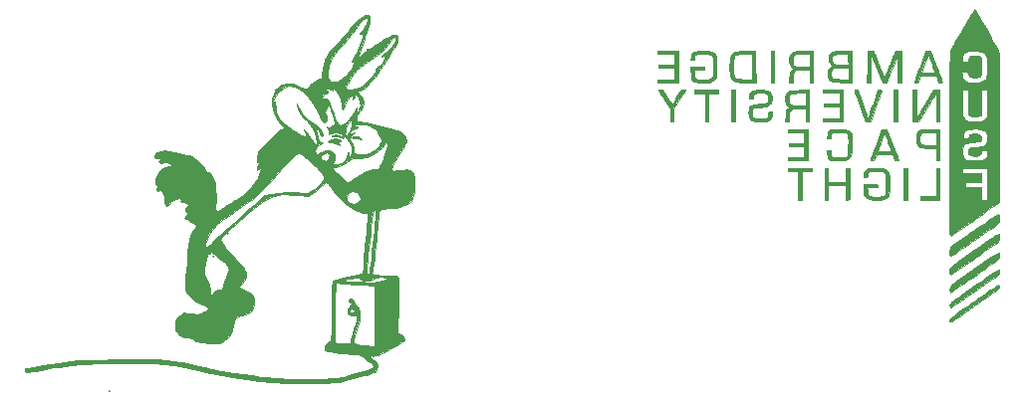
<source format=gbo>
G04 #@! TF.FileFunction,Legend,Bot*
%FSLAX46Y46*%
G04 Gerber Fmt 4.6, Leading zero omitted, Abs format (unit mm)*
G04 Created by KiCad (PCBNEW 0.201508190901+6103~28~ubuntu14.04.1-product) date Wed 19 Aug 2015 17:15:31 BST*
%MOMM*%
G01*
G04 APERTURE LIST*
%ADD10C,0.100000*%
%ADD11C,0.010000*%
G04 APERTURE END LIST*
D10*
D11*
G36*
X139801600Y-116586000D02*
X139852400Y-116636800D01*
X139903200Y-116586000D01*
X139852400Y-116535200D01*
X139801600Y-116586000D01*
X139801600Y-116586000D01*
G37*
X139801600Y-116586000D02*
X139852400Y-116636800D01*
X139903200Y-116586000D01*
X139852400Y-116535200D01*
X139801600Y-116586000D01*
G36*
X161693350Y-84615651D02*
X161391973Y-84769073D01*
X161042570Y-85033675D01*
X160679599Y-85381962D01*
X160337518Y-85786436D01*
X160217123Y-85953600D01*
X160046784Y-86174590D01*
X159776144Y-86494511D01*
X159446030Y-86866095D01*
X159178152Y-87156455D01*
X158847758Y-87522005D01*
X158564687Y-87860644D01*
X158362523Y-88130625D01*
X158280270Y-88272556D01*
X158199423Y-88529703D01*
X158112986Y-88872442D01*
X158032845Y-89242354D01*
X157970881Y-89581020D01*
X157938977Y-89830020D01*
X157943803Y-89926683D01*
X157900308Y-90011000D01*
X157809058Y-90057875D01*
X157619279Y-90145059D01*
X157382492Y-90277708D01*
X157150360Y-90422897D01*
X156974544Y-90547699D01*
X156906706Y-90619188D01*
X156918407Y-90625528D01*
X156921510Y-90674157D01*
X156794762Y-90783011D01*
X156653628Y-90862732D01*
X156510198Y-90870560D01*
X156302498Y-90797054D01*
X156036992Y-90667556D01*
X155501888Y-90455276D01*
X155036753Y-90411356D01*
X154597337Y-90536096D01*
X154347092Y-90679013D01*
X154113485Y-90848008D01*
X153980851Y-90972652D01*
X153968683Y-91010549D01*
X153961065Y-91124217D01*
X153875919Y-91332991D01*
X153869148Y-91346235D01*
X153745656Y-91756689D01*
X153733696Y-92223493D01*
X153815369Y-92578219D01*
X153913456Y-92870814D01*
X153965455Y-93074066D01*
X154062230Y-93293420D01*
X154253382Y-93583005D01*
X154422608Y-93792815D01*
X154824244Y-94249098D01*
X154501122Y-94366940D01*
X154217294Y-94536992D01*
X153979634Y-94784292D01*
X153974800Y-94791487D01*
X153766707Y-95037613D01*
X153476785Y-95303543D01*
X153344759Y-95405448D01*
X152843029Y-95850415D01*
X152537939Y-96324355D01*
X152426083Y-96794776D01*
X152421442Y-97063976D01*
X152463761Y-97172628D01*
X152550908Y-97166913D01*
X152644923Y-97148213D01*
X152634580Y-97232161D01*
X152557119Y-97391030D01*
X152465380Y-97637428D01*
X152480657Y-97770815D01*
X152582684Y-97761424D01*
X152717083Y-97626020D01*
X152903490Y-97383600D01*
X152816731Y-97688400D01*
X152501353Y-98455205D01*
X152017974Y-99183332D01*
X151401740Y-99829497D01*
X150687799Y-100350415D01*
X150626238Y-100386108D01*
X150241991Y-100607572D01*
X149886974Y-100817262D01*
X149630320Y-100974269D01*
X149606000Y-100989828D01*
X149285732Y-101198381D01*
X149086282Y-101306107D01*
X148980527Y-101291284D01*
X148941347Y-101132189D01*
X148941622Y-100807098D01*
X148950861Y-100465078D01*
X148951979Y-99973426D01*
X148935664Y-99492081D01*
X148929671Y-99415600D01*
X144475200Y-99415600D01*
X144424400Y-99466400D01*
X144373600Y-99415600D01*
X144424400Y-99364800D01*
X144475200Y-99415600D01*
X148929671Y-99415600D01*
X148905225Y-99103631D01*
X148892534Y-99009200D01*
X148809117Y-98676428D01*
X148680436Y-98364090D01*
X148533678Y-98120933D01*
X148396027Y-97995707D01*
X148328521Y-97997822D01*
X148233404Y-97950467D01*
X148087640Y-97774767D01*
X148033409Y-97691973D01*
X147831065Y-97423717D01*
X147545982Y-97114313D01*
X147350027Y-96929340D01*
X147153323Y-96774000D01*
X144475200Y-96774000D01*
X144424400Y-96824800D01*
X144373600Y-96774000D01*
X144424400Y-96723200D01*
X144475200Y-96774000D01*
X147153323Y-96774000D01*
X147032330Y-96678451D01*
X146771240Y-96553235D01*
X146505304Y-96520000D01*
X146136160Y-96477346D01*
X145777738Y-96374641D01*
X145774661Y-96373361D01*
X145391098Y-96247864D01*
X144979612Y-96167366D01*
X144601868Y-96138336D01*
X144319532Y-96167242D01*
X144226325Y-96210946D01*
X144058971Y-96287645D01*
X143983202Y-96275889D01*
X143889236Y-96312413D01*
X143827739Y-96444942D01*
X143774628Y-96682358D01*
X143802949Y-96772573D01*
X143931724Y-96761765D01*
X143955734Y-96755637D01*
X144133335Y-96762150D01*
X144232108Y-96848282D01*
X144197124Y-96958032D01*
X144172058Y-96976175D01*
X144061458Y-97089212D01*
X144127826Y-97162638D01*
X144346530Y-97182270D01*
X144504540Y-97167587D01*
X144823509Y-97149351D01*
X145014753Y-97212931D01*
X145075781Y-97271131D01*
X145152867Y-97396752D01*
X145059609Y-97433336D01*
X145003875Y-97434399D01*
X144669450Y-97518206D01*
X144331873Y-97733714D01*
X144070785Y-98027057D01*
X144035099Y-98089657D01*
X143923714Y-98371592D01*
X143858520Y-98665279D01*
X143842405Y-98919965D01*
X143878257Y-99084900D01*
X143968966Y-99109331D01*
X143977337Y-99104535D01*
X144038039Y-99098033D01*
X143980415Y-99238485D01*
X143977062Y-99244773D01*
X143937101Y-99425806D01*
X143992303Y-99551598D01*
X144104736Y-99557794D01*
X144143515Y-99527152D01*
X144261332Y-99521163D01*
X144400829Y-99651388D01*
X144520158Y-99861022D01*
X144577469Y-100093265D01*
X144578188Y-100117146D01*
X144607302Y-100515052D01*
X144681741Y-100771824D01*
X144788276Y-100870195D01*
X144913679Y-100792898D01*
X144991652Y-100656824D01*
X145191270Y-100421428D01*
X145494614Y-100259612D01*
X145811414Y-100213191D01*
X145908828Y-100231963D01*
X146050756Y-100300520D01*
X146008001Y-100376541D01*
X145987225Y-100390351D01*
X145921058Y-100459219D01*
X146041989Y-100480680D01*
X146055982Y-100480844D01*
X146306520Y-100541486D01*
X146461033Y-100625623D01*
X146593709Y-100744782D01*
X146572327Y-100854890D01*
X146482528Y-100961528D01*
X146365805Y-101116946D01*
X146394518Y-101234325D01*
X146483877Y-101332057D01*
X146602193Y-101472008D01*
X146570683Y-101555363D01*
X146481800Y-101610800D01*
X146333790Y-101763432D01*
X146304000Y-101865044D01*
X146347524Y-101971198D01*
X146390295Y-101965059D01*
X146513934Y-101990043D01*
X146737219Y-102111900D01*
X146902700Y-102225092D01*
X147147434Y-102413944D01*
X147251251Y-102538306D01*
X147240232Y-102649452D01*
X147172264Y-102755029D01*
X146948603Y-103091553D01*
X146790909Y-103412304D01*
X146683959Y-103770258D01*
X146612531Y-104218389D01*
X146561402Y-104809672D01*
X146555312Y-104902000D01*
X146522384Y-105396933D01*
X146491482Y-105831826D01*
X146466166Y-106158337D01*
X146450497Y-106324400D01*
X146372316Y-106953027D01*
X146329264Y-107418761D01*
X146327511Y-107759831D01*
X146373227Y-108014469D01*
X146472581Y-108220906D01*
X146631743Y-108417373D01*
X146818510Y-108604940D01*
X147159466Y-108877891D01*
X147571895Y-109130614D01*
X147783077Y-109231417D01*
X148073356Y-109369419D01*
X148261822Y-109493456D01*
X148306158Y-109563527D01*
X148207484Y-109689518D01*
X148013826Y-109857763D01*
X147998534Y-109869297D01*
X147740655Y-110001557D01*
X147401775Y-110055294D01*
X146940610Y-110033664D01*
X146550958Y-109979917D01*
X146288838Y-109952900D01*
X146107860Y-110000953D01*
X145925526Y-110158264D01*
X145809177Y-110287315D01*
X145603841Y-110552549D01*
X145515961Y-110787747D01*
X145509248Y-111095739D01*
X145511419Y-111131065D01*
X145553824Y-111446599D01*
X145660644Y-111649037D01*
X145879770Y-111827805D01*
X145887225Y-111832828D01*
X146295214Y-112016794D01*
X146620251Y-112064800D01*
X146935635Y-112107299D01*
X147104428Y-112245148D01*
X147108867Y-112253175D01*
X147188665Y-112343387D01*
X147340250Y-112408056D01*
X147601949Y-112455959D01*
X148012087Y-112495872D01*
X148242153Y-112512661D01*
X148713472Y-112542407D01*
X149034018Y-112549261D01*
X149255596Y-112526178D01*
X149430015Y-112466115D01*
X149609082Y-112362026D01*
X149676889Y-112317566D01*
X150065194Y-111948670D01*
X150339885Y-111461183D01*
X150463919Y-110924732D01*
X150467369Y-110831776D01*
X150496453Y-110568760D01*
X150618014Y-110408797D01*
X150817089Y-110297458D01*
X151142799Y-110166348D01*
X151456576Y-110074256D01*
X151470373Y-110071405D01*
X151863156Y-109899533D01*
X152127112Y-109587781D01*
X152232773Y-109173521D01*
X152233128Y-109104074D01*
X152160275Y-108635502D01*
X151978128Y-108305448D01*
X151699612Y-108137183D01*
X151695565Y-108136199D01*
X151408112Y-108042281D01*
X151143809Y-107927138D01*
X150852817Y-107780393D01*
X151160892Y-107458796D01*
X151381854Y-107199389D01*
X151482608Y-106967915D01*
X151501074Y-106664695D01*
X151497638Y-106573664D01*
X151454517Y-106359045D01*
X151390257Y-106237985D01*
X150117525Y-106237985D01*
X150027383Y-106417393D01*
X149918514Y-106644275D01*
X149795916Y-106989470D01*
X149700362Y-107324561D01*
X149582899Y-107715187D01*
X149475672Y-107915259D01*
X149409786Y-107938621D01*
X149176296Y-107939349D01*
X148916126Y-108053669D01*
X148725273Y-108233182D01*
X148693448Y-108299779D01*
X148602534Y-108485622D01*
X148520015Y-108485249D01*
X148460251Y-108315557D01*
X148437600Y-107998781D01*
X148379843Y-107514571D01*
X148185098Y-107088775D01*
X148183600Y-107086400D01*
X147993154Y-106673663D01*
X147938422Y-106224239D01*
X148017175Y-105690233D01*
X148104252Y-105381802D01*
X148252316Y-104995431D01*
X148399354Y-104798721D01*
X148558792Y-104778646D01*
X148660992Y-104841766D01*
X148799016Y-104956107D01*
X149045794Y-105160191D01*
X149353392Y-105414382D01*
X149425648Y-105474069D01*
X149712414Y-105726115D01*
X149916844Y-105935329D01*
X150005023Y-106065920D01*
X150003852Y-106084231D01*
X150027252Y-106165227D01*
X150068889Y-106172000D01*
X150117525Y-106237985D01*
X151390257Y-106237985D01*
X151328669Y-106121959D01*
X151095230Y-105824680D01*
X150774400Y-105476369D01*
X150278200Y-104945428D01*
X149873436Y-104485885D01*
X149574848Y-104115800D01*
X149397176Y-103853236D01*
X149352000Y-103733358D01*
X149424878Y-103589197D01*
X149617275Y-103363672D01*
X149889839Y-103102105D01*
X149932151Y-103065193D01*
X150282372Y-102756536D01*
X150703256Y-102375656D01*
X151119100Y-101991281D01*
X151233274Y-101883935D01*
X151760651Y-101394832D01*
X152189908Y-101022352D01*
X152562525Y-100735463D01*
X152919985Y-100503135D01*
X153303769Y-100294338D01*
X153463934Y-100215292D01*
X153873385Y-100030863D01*
X154203570Y-99928178D01*
X154550093Y-99885491D01*
X154937134Y-99880217D01*
X155412649Y-99895678D01*
X155899581Y-99928720D01*
X156260800Y-99968159D01*
X156595781Y-100006178D01*
X156819065Y-99985369D01*
X157018543Y-99885056D01*
X157204072Y-99746255D01*
X157513648Y-99488544D01*
X157812336Y-99218225D01*
X157882056Y-99150313D01*
X158103260Y-98963687D01*
X158290278Y-98862681D01*
X158326131Y-98856800D01*
X158461547Y-98938047D01*
X158637405Y-99144816D01*
X158730580Y-99288600D01*
X159083519Y-99789430D01*
X159529209Y-100273378D01*
X160028248Y-100709774D01*
X160541235Y-101067947D01*
X161028767Y-101317225D01*
X161451443Y-101426939D01*
X161479951Y-101428710D01*
X161738773Y-101462254D01*
X161884907Y-101523720D01*
X161897137Y-101549200D01*
X161884630Y-101739413D01*
X161854422Y-102090569D01*
X161810491Y-102561572D01*
X161756814Y-103111324D01*
X161697370Y-103698729D01*
X161636138Y-104282689D01*
X161602076Y-104597200D01*
X161549801Y-105115733D01*
X161509385Y-105598964D01*
X161485153Y-105989324D01*
X161480710Y-106212179D01*
X161460520Y-106500735D01*
X161369511Y-106624411D01*
X161340800Y-106632091D01*
X161020119Y-106691108D01*
X160608219Y-106778266D01*
X160156500Y-106881257D01*
X159716358Y-106987772D01*
X159339191Y-107085503D01*
X159076397Y-107162143D01*
X158991572Y-107194651D01*
X158932567Y-107237437D01*
X158887128Y-107310983D01*
X158853495Y-107439638D01*
X158829908Y-107647753D01*
X158814606Y-107959676D01*
X158805828Y-108399760D01*
X158801815Y-108992352D01*
X158800804Y-109761803D01*
X158800800Y-109833174D01*
X158798951Y-110639148D01*
X158792658Y-111262669D01*
X158780806Y-111724457D01*
X158762278Y-112045232D01*
X158735957Y-112245714D01*
X158700729Y-112346622D01*
X158664147Y-112369600D01*
X158460342Y-112457112D01*
X158288419Y-112666633D01*
X158206230Y-112918637D01*
X158208436Y-112996007D01*
X158232901Y-113095112D01*
X158295958Y-113166590D01*
X158431430Y-113219667D01*
X158673140Y-113263566D01*
X159054911Y-113307513D01*
X159512000Y-113351534D01*
X160018369Y-113397922D01*
X160467282Y-113437273D01*
X160811040Y-113465523D01*
X161001943Y-113478611D01*
X161005366Y-113478748D01*
X161225957Y-113551446D01*
X161476755Y-113718941D01*
X161513366Y-113751427D01*
X161786532Y-113973341D01*
X162062165Y-114152378D01*
X162077400Y-114160436D01*
X162316055Y-114338564D01*
X162358299Y-114515373D01*
X162210769Y-114681607D01*
X161880099Y-114828010D01*
X161536379Y-114915129D01*
X161179455Y-114997229D01*
X160712643Y-115117770D01*
X160220060Y-115254752D01*
X160070800Y-115298444D01*
X159782851Y-115381807D01*
X159528894Y-115446100D01*
X159277003Y-115493797D01*
X158995250Y-115527370D01*
X158651710Y-115549294D01*
X158214455Y-115562042D01*
X157651558Y-115568087D01*
X156931093Y-115569903D01*
X156565600Y-115570000D01*
X155740436Y-115568002D01*
X155046429Y-115559584D01*
X154440912Y-115541108D01*
X153881221Y-115508935D01*
X153324688Y-115459427D01*
X152728650Y-115388947D01*
X152050439Y-115293856D01*
X151247391Y-115170517D01*
X150520400Y-115054533D01*
X149942437Y-114962102D01*
X149411156Y-114878143D01*
X148969665Y-114809394D01*
X148661075Y-114762592D01*
X148561179Y-114748319D01*
X148326884Y-114703463D01*
X147953256Y-114616985D01*
X147496544Y-114502382D01*
X147121954Y-114403001D01*
X146553677Y-114260426D01*
X145983521Y-114144782D01*
X145385091Y-114054230D01*
X144731993Y-113986932D01*
X143997832Y-113941049D01*
X143156211Y-113914742D01*
X142180738Y-113906174D01*
X141045015Y-113913505D01*
X140260048Y-113925037D01*
X139282492Y-113943042D01*
X138470144Y-113962717D01*
X137785018Y-113987461D01*
X137189128Y-114020670D01*
X136644490Y-114065742D01*
X136113118Y-114126075D01*
X135557026Y-114205066D01*
X134938230Y-114306114D01*
X134218744Y-114432614D01*
X133858000Y-114497663D01*
X133409044Y-114578832D01*
X133041429Y-114645072D01*
X132796405Y-114688964D01*
X132715000Y-114703206D01*
X132692409Y-114789483D01*
X132689600Y-114859687D01*
X132724551Y-114944244D01*
X132858116Y-114977336D01*
X133133363Y-114965784D01*
X133273800Y-114952179D01*
X133658270Y-114902137D01*
X134008009Y-114840045D01*
X134162800Y-114802898D01*
X134385434Y-114753460D01*
X134754969Y-114687361D01*
X135216768Y-114613865D01*
X135636000Y-114553186D01*
X136132801Y-114484380D01*
X136583316Y-114421527D01*
X136933002Y-114372264D01*
X137109200Y-114346929D01*
X137290838Y-114332391D01*
X137645079Y-114314689D01*
X138141375Y-114294948D01*
X138749173Y-114274295D01*
X139437924Y-114253856D01*
X140106400Y-114236461D01*
X141452256Y-114214494D01*
X142628314Y-114220234D01*
X143666391Y-114256047D01*
X144598303Y-114324296D01*
X145455868Y-114427349D01*
X146270902Y-114567570D01*
X147075220Y-114747325D01*
X147116800Y-114757661D01*
X148052667Y-114979519D01*
X148962220Y-115168201D01*
X149911226Y-115335826D01*
X150965451Y-115494517D01*
X151536400Y-115572162D01*
X152080348Y-115645323D01*
X152633279Y-115721790D01*
X153114182Y-115790268D01*
X153333972Y-115822751D01*
X153627166Y-115851229D01*
X154086109Y-115876081D01*
X154673363Y-115896205D01*
X155351491Y-115910500D01*
X156083057Y-115917865D01*
X156585172Y-115918373D01*
X157377493Y-115915497D01*
X157999473Y-115910016D01*
X158483968Y-115899156D01*
X158863835Y-115880142D01*
X159171933Y-115850202D01*
X159441119Y-115806561D01*
X159704250Y-115746447D01*
X159994184Y-115667085D01*
X160172400Y-115615558D01*
X160672362Y-115475607D01*
X161169057Y-115345865D01*
X161586630Y-115245774D01*
X161747200Y-115211921D01*
X162096898Y-115125238D01*
X162387245Y-115020234D01*
X162500734Y-114957754D01*
X162655053Y-114734686D01*
X162695115Y-114441565D01*
X162620918Y-114166532D01*
X162500734Y-114031795D01*
X162257765Y-113861214D01*
X162102800Y-113745467D01*
X161990024Y-113647396D01*
X162013313Y-113605894D01*
X162200850Y-113602754D01*
X162316184Y-113607609D01*
X162540325Y-113598061D01*
X162778209Y-113536073D01*
X163074662Y-113403606D01*
X163474514Y-113182618D01*
X163694025Y-113053129D01*
X164102311Y-112812804D01*
X164177350Y-112769907D01*
X162461877Y-112769907D01*
X161621939Y-112709131D01*
X161223310Y-112671654D01*
X160902770Y-112625502D01*
X160714530Y-112579012D01*
X160691830Y-112566127D01*
X160655666Y-112460239D01*
X160679888Y-112245375D01*
X160769749Y-111898983D01*
X160930503Y-111398513D01*
X161033457Y-111099600D01*
X161165607Y-110637654D01*
X161201670Y-110236358D01*
X161180372Y-109956600D01*
X161145821Y-109753400D01*
X160711859Y-109753400D01*
X160676516Y-109897413D01*
X160528000Y-109931200D01*
X160361248Y-109879778D01*
X160344142Y-109753400D01*
X160444325Y-109602249D01*
X160528000Y-109575600D01*
X160671458Y-109660061D01*
X160711859Y-109753400D01*
X161145821Y-109753400D01*
X161129770Y-109659006D01*
X161070604Y-109465383D01*
X161034329Y-109423200D01*
X160937333Y-109343806D01*
X160792653Y-109145632D01*
X160744663Y-109067600D01*
X160576420Y-108842494D01*
X160415718Y-108719669D01*
X160379027Y-108712000D01*
X160246981Y-108777627D01*
X160239086Y-108916921D01*
X160354298Y-109043496D01*
X160383192Y-109056454D01*
X160475653Y-109119366D01*
X160445654Y-109230327D01*
X160332392Y-109385825D01*
X160157564Y-109665480D01*
X160146756Y-109883053D01*
X160281349Y-110076434D01*
X160527598Y-110188736D01*
X160687749Y-110174277D01*
X160870997Y-110157739D01*
X160931070Y-110272154D01*
X160934400Y-110359673D01*
X160901495Y-110575218D01*
X160814834Y-110911470D01*
X160692502Y-111299063D01*
X160680400Y-111333979D01*
X160555615Y-111724376D01*
X160464985Y-112071280D01*
X160426664Y-112304450D01*
X160426400Y-112316891D01*
X160409141Y-112471588D01*
X160321886Y-112546670D01*
X160111415Y-112570203D01*
X159943800Y-112571412D01*
X159501743Y-112562984D01*
X159226461Y-112515180D01*
X159081617Y-112389586D01*
X159030871Y-112147788D01*
X159037884Y-111751372D01*
X159044550Y-111620808D01*
X159060096Y-111226757D01*
X159074364Y-110687640D01*
X159086162Y-110061592D01*
X159094298Y-109406747D01*
X159096656Y-109079876D01*
X159105600Y-107364953D01*
X159740600Y-107443103D01*
X160134618Y-107484836D01*
X160644268Y-107529507D01*
X161182248Y-107569705D01*
X161391600Y-107583226D01*
X162407600Y-107645200D01*
X162434739Y-110207553D01*
X162461877Y-112769907D01*
X164177350Y-112769907D01*
X164459587Y-112608563D01*
X164721757Y-112465257D01*
X164832213Y-112411632D01*
X164968451Y-112277563D01*
X164959662Y-112080563D01*
X164821468Y-111882131D01*
X164672512Y-111782874D01*
X164397424Y-111651445D01*
X164451619Y-109278081D01*
X164463334Y-108604291D01*
X164466828Y-108000164D01*
X164462508Y-107494693D01*
X164450780Y-107116868D01*
X164445872Y-107058898D01*
X163516857Y-107058898D01*
X163373816Y-107142249D01*
X163100960Y-107249646D01*
X162739774Y-107333885D01*
X162247886Y-107358727D01*
X161848800Y-107345006D01*
X161355342Y-107320742D01*
X160853027Y-107302224D01*
X160441397Y-107293046D01*
X160401000Y-107292732D01*
X160087102Y-107278234D01*
X159875042Y-107243910D01*
X159816800Y-107208327D01*
X159907821Y-107147024D01*
X160144790Y-107068663D01*
X160429114Y-107000584D01*
X160783343Y-106936139D01*
X160998794Y-106926796D01*
X161132738Y-106974224D01*
X161190069Y-107022754D01*
X161477312Y-107194645D01*
X161826550Y-107252816D01*
X162142151Y-107184115D01*
X162184620Y-107159503D01*
X162590544Y-106979876D01*
X163038522Y-106912092D01*
X163313692Y-106940993D01*
X163492166Y-106998559D01*
X163516857Y-107058898D01*
X164445872Y-107058898D01*
X164432052Y-106895681D01*
X164417555Y-106850171D01*
X164280873Y-106822403D01*
X163995182Y-106796621D01*
X163614655Y-106777304D01*
X163489736Y-106773430D01*
X162949175Y-106756241D01*
X162582142Y-106731403D01*
X162358986Y-106688485D01*
X162250053Y-106617052D01*
X162225691Y-106506672D01*
X162256249Y-106346910D01*
X162258015Y-106340036D01*
X162300316Y-106112667D01*
X162352870Y-105736808D01*
X162408714Y-105266436D01*
X162456652Y-104800400D01*
X162514252Y-104213021D01*
X162577678Y-103595090D01*
X162637952Y-103032799D01*
X162673563Y-102717600D01*
X162724623Y-102269346D01*
X162769620Y-101854253D01*
X162800453Y-101547572D01*
X162804850Y-101498400D01*
X162823541Y-101399814D01*
X162560000Y-101399814D01*
X162549345Y-101576044D01*
X162519839Y-101911958D01*
X162475168Y-102373452D01*
X162419021Y-102926428D01*
X162355085Y-103536785D01*
X162287047Y-104170422D01*
X162218597Y-104793239D01*
X162153420Y-105371135D01*
X162095205Y-105870009D01*
X162047640Y-106255762D01*
X162014412Y-106494292D01*
X162002734Y-106553000D01*
X161901692Y-106675474D01*
X161795677Y-106631917D01*
X161748090Y-106451400D01*
X161759087Y-106278268D01*
X161789014Y-105941170D01*
X161834190Y-105478074D01*
X161890935Y-104926953D01*
X161942558Y-104444800D01*
X162012073Y-103800693D01*
X162079427Y-103166537D01*
X162139100Y-102595006D01*
X162185575Y-102138776D01*
X162205980Y-101930200D01*
X162258787Y-101513357D01*
X162324198Y-101275909D01*
X162409039Y-101194134D01*
X162417912Y-101193600D01*
X162532573Y-101278390D01*
X162560000Y-101399814D01*
X162823541Y-101399814D01*
X162851878Y-101250360D01*
X162964507Y-101143801D01*
X163078609Y-101122841D01*
X163694110Y-101064997D01*
X164204533Y-101002333D01*
X164574729Y-100939685D01*
X164744400Y-100893594D01*
X164995661Y-100793217D01*
X165222114Y-100702655D01*
X165508249Y-100503009D01*
X165663668Y-100230608D01*
X161239200Y-100230608D01*
X161154183Y-100469498D01*
X160938405Y-100620286D01*
X160650774Y-100667774D01*
X160350201Y-100596767D01*
X160197800Y-100499256D01*
X160039981Y-100254163D01*
X160054026Y-99978359D01*
X160233824Y-99739188D01*
X160269026Y-99714316D01*
X160577427Y-99615349D01*
X160880845Y-99679008D01*
X161120098Y-99873800D01*
X161236003Y-100168228D01*
X161239200Y-100230608D01*
X165663668Y-100230608D01*
X165703984Y-100159948D01*
X165815863Y-99656922D01*
X165849584Y-99116138D01*
X165846425Y-98669501D01*
X165813937Y-98367393D01*
X165742103Y-98152063D01*
X165658800Y-98016119D01*
X165522611Y-97853891D01*
X165372652Y-97775913D01*
X165138719Y-97759745D01*
X164896800Y-97772539D01*
X164536956Y-97805166D01*
X164229511Y-97846599D01*
X164109401Y-97870786D01*
X163936116Y-97863073D01*
X163896616Y-97712787D01*
X163991554Y-97417983D01*
X164221587Y-96976715D01*
X164587369Y-96387038D01*
X164631910Y-96319116D01*
X164820848Y-96013596D01*
X164953177Y-95764022D01*
X164998400Y-95633316D01*
X165016606Y-95598842D01*
X163523056Y-95598842D01*
X163512392Y-95766554D01*
X163439791Y-96066558D01*
X163323822Y-96444574D01*
X163183051Y-96846321D01*
X163036045Y-97217518D01*
X162901372Y-97503885D01*
X162834368Y-97612200D01*
X162673740Y-97699762D01*
X162415095Y-97739041D01*
X162397937Y-97739200D01*
X162044427Y-97799969D01*
X161603450Y-97961788D01*
X161142214Y-98193922D01*
X160727924Y-98465639D01*
X160621099Y-98551763D01*
X160389517Y-98732538D01*
X160213441Y-98839673D01*
X160172400Y-98851947D01*
X160050487Y-98786679D01*
X159842151Y-98614658D01*
X159664400Y-98444629D01*
X159578040Y-98357917D01*
X158143294Y-98357917D01*
X158112819Y-98561193D01*
X157947825Y-98828754D01*
X157688225Y-99120664D01*
X157373937Y-99396985D01*
X157044875Y-99617778D01*
X156764829Y-99737154D01*
X156498535Y-99785773D01*
X156326856Y-99775133D01*
X156303152Y-99757530D01*
X156186231Y-99726279D01*
X155907532Y-99705794D01*
X155508273Y-99697767D01*
X155029673Y-99703891D01*
X155010094Y-99704436D01*
X154256489Y-99750553D01*
X153632784Y-99839560D01*
X153157614Y-99966688D01*
X152849615Y-100127171D01*
X152732978Y-100286970D01*
X152620750Y-100447321D01*
X152408509Y-100613558D01*
X152400299Y-100618461D01*
X152200320Y-100762012D01*
X151903002Y-101005875D01*
X151557151Y-101309181D01*
X151366139Y-101484466D01*
X150971179Y-101847225D01*
X150490496Y-102279885D01*
X149993123Y-102720664D01*
X149658736Y-103012439D01*
X149261812Y-103361969D01*
X148898580Y-103692963D01*
X148609896Y-103967493D01*
X148439536Y-104144208D01*
X148217184Y-104372439D01*
X148089569Y-104422819D01*
X148051020Y-104294158D01*
X148079176Y-104068525D01*
X148190009Y-103642658D01*
X148366925Y-103252931D01*
X148630724Y-102876306D01*
X149002203Y-102489746D01*
X149502160Y-102070212D01*
X150151394Y-101594666D01*
X150574727Y-101304207D01*
X151184685Y-100889459D01*
X151677282Y-100542579D01*
X152088807Y-100231572D01*
X152455551Y-99924442D01*
X152813805Y-99589193D01*
X153199857Y-99193829D01*
X153649998Y-98706355D01*
X154146435Y-98155152D01*
X154582576Y-97671993D01*
X154983401Y-97234722D01*
X155325522Y-96868318D01*
X155585551Y-96597760D01*
X155740099Y-96448025D01*
X155759617Y-96432323D01*
X155889570Y-96366845D01*
X156035724Y-96381348D01*
X156254074Y-96490755D01*
X156459818Y-96618915D01*
X156784820Y-96859690D01*
X157146838Y-97178031D01*
X157505128Y-97531851D01*
X157818948Y-97879063D01*
X158047553Y-98177581D01*
X158143294Y-98357917D01*
X159578040Y-98357917D01*
X159404237Y-98183406D01*
X159177028Y-97958161D01*
X159080200Y-97863973D01*
X158923477Y-97671383D01*
X158949355Y-97564014D01*
X159115646Y-97536000D01*
X159424926Y-97472996D01*
X159799209Y-97310767D01*
X160155655Y-97089485D01*
X160318892Y-96952523D01*
X160545295Y-96786920D01*
X160797398Y-96755199D01*
X160928492Y-96772101D01*
X161264508Y-96778226D01*
X161657057Y-96717332D01*
X161767434Y-96687637D01*
X162106172Y-96548079D01*
X162469967Y-96340612D01*
X162812158Y-96099697D01*
X163086083Y-95859796D01*
X163245082Y-95655371D01*
X163266873Y-95580200D01*
X163315132Y-95435706D01*
X163038595Y-95435706D01*
X162989772Y-95479276D01*
X162874374Y-95603382D01*
X162864800Y-95659696D01*
X162784002Y-95810238D01*
X162578119Y-96010602D01*
X162301917Y-96216042D01*
X162010161Y-96381807D01*
X161947364Y-96409311D01*
X161695403Y-96466445D01*
X161348963Y-96492245D01*
X161189895Y-96490510D01*
X160882703Y-96465133D01*
X160728275Y-96408127D01*
X160676414Y-96297650D01*
X160673874Y-96266000D01*
X160660691Y-96067464D01*
X160521347Y-96067464D01*
X160487680Y-96364105D01*
X160393509Y-96563039D01*
X160336058Y-96601545D01*
X160243086Y-96594626D01*
X160253154Y-96553729D01*
X160256443Y-96396998D01*
X160218052Y-96311949D01*
X160153684Y-96263092D01*
X160125771Y-96395307D01*
X160123156Y-96499218D01*
X160031464Y-96882030D01*
X159782214Y-97164009D01*
X159408249Y-97315304D01*
X159206058Y-97332800D01*
X158946328Y-97326754D01*
X158854184Y-97287890D01*
X158894019Y-97185119D01*
X158947439Y-97106993D01*
X159099200Y-96771252D01*
X159085123Y-96550480D01*
X158597600Y-96550480D01*
X158539404Y-96795527D01*
X158401033Y-96979424D01*
X158280790Y-97028000D01*
X158131130Y-96995274D01*
X158047110Y-96966329D01*
X157896340Y-96832668D01*
X157891265Y-96646986D01*
X158004964Y-96464474D01*
X158210518Y-96340324D01*
X158363920Y-96316800D01*
X158548307Y-96369131D01*
X158597600Y-96550480D01*
X159085123Y-96550480D01*
X159080914Y-96484471D01*
X158923905Y-96268416D01*
X158659499Y-96144854D01*
X158319019Y-96135551D01*
X157933791Y-96262274D01*
X157822186Y-96325090D01*
X157595900Y-96451342D01*
X157479275Y-96465337D01*
X157420601Y-96381825D01*
X157393567Y-96085105D01*
X157557650Y-95811079D01*
X157775129Y-95634573D01*
X157975687Y-95488704D01*
X158015044Y-95419725D01*
X157908272Y-95402400D01*
X157769355Y-95375390D01*
X157673507Y-95267484D01*
X157600701Y-95038360D01*
X157530909Y-94647699D01*
X157529782Y-94640400D01*
X157467129Y-94234000D01*
X157668751Y-94463959D01*
X157829611Y-94670921D01*
X157915277Y-94819559D01*
X157999563Y-94892496D01*
X158036480Y-94874344D01*
X158044890Y-94742659D01*
X157939601Y-94525938D01*
X157757282Y-94275824D01*
X157534600Y-94043956D01*
X157346996Y-93903305D01*
X156749081Y-93470408D01*
X156269557Y-92960603D01*
X155991497Y-92506800D01*
X155865261Y-92251587D01*
X155808064Y-92182084D01*
X155816408Y-92294188D01*
X155818302Y-92303600D01*
X156017245Y-92822881D01*
X156386189Y-93331427D01*
X156659274Y-93597250D01*
X156973977Y-93905556D01*
X157190182Y-94225708D01*
X157347859Y-94628797D01*
X157443267Y-94991775D01*
X157516154Y-95373908D01*
X157512003Y-95575806D01*
X157428187Y-95596903D01*
X157262076Y-95436633D01*
X157011045Y-95094431D01*
X156860258Y-94866383D01*
X156669787Y-94586672D01*
X156529396Y-94409061D01*
X156465394Y-94366227D01*
X156464000Y-94374222D01*
X156515998Y-94541697D01*
X156628086Y-94745574D01*
X156716544Y-94914769D01*
X156686399Y-94984337D01*
X156523502Y-94952191D01*
X156213703Y-94816245D01*
X155849495Y-94630777D01*
X155488447Y-94409857D01*
X155105317Y-94124914D01*
X154738444Y-93811046D01*
X154426169Y-93503355D01*
X154206833Y-93236940D01*
X154118775Y-93046903D01*
X154118734Y-93046281D01*
X154094255Y-92846338D01*
X154062982Y-92659200D01*
X154022421Y-92360028D01*
X154009901Y-92176600D01*
X153968492Y-91998021D01*
X153906406Y-91948000D01*
X153838898Y-91880015D01*
X153888172Y-91703318D01*
X154033494Y-91458792D01*
X154254129Y-91187324D01*
X154334188Y-91104477D01*
X154742821Y-90784417D01*
X155149888Y-90656732D01*
X155593154Y-90714439D01*
X155863844Y-90821628D01*
X156323625Y-91090557D01*
X156726896Y-91451353D01*
X157101846Y-91936493D01*
X157476664Y-92578453D01*
X157602236Y-92824425D01*
X157826830Y-93271557D01*
X157982299Y-93560190D01*
X158088228Y-93714641D01*
X158164199Y-93759226D01*
X158229796Y-93718261D01*
X158274685Y-93659368D01*
X158366750Y-93471792D01*
X158352505Y-93261772D01*
X158299830Y-93097582D01*
X158228543Y-92831293D01*
X158263555Y-92632511D01*
X158343326Y-92492960D01*
X158475520Y-92327889D01*
X158561775Y-92284883D01*
X158563316Y-92286248D01*
X158615456Y-92401244D01*
X158707778Y-92660189D01*
X158822411Y-93012302D01*
X158850051Y-93101119D01*
X158965583Y-93485100D01*
X159022129Y-93724548D01*
X159022093Y-93868631D01*
X158967880Y-93966522D01*
X158895794Y-94036778D01*
X158646943Y-94157100D01*
X158489989Y-94152189D01*
X158342955Y-94123107D01*
X158354537Y-94180369D01*
X158448171Y-94288082D01*
X158560236Y-94488602D01*
X158564000Y-94632215D01*
X158551477Y-94729159D01*
X158660333Y-94711483D01*
X158747103Y-94674033D01*
X159139286Y-94601275D01*
X159554168Y-94711007D01*
X159955085Y-94991383D01*
X160058995Y-95097911D01*
X160280003Y-95375299D01*
X160439810Y-95635672D01*
X160482555Y-95743162D01*
X160521347Y-96067464D01*
X160660691Y-96067464D01*
X160647675Y-95871472D01*
X160604073Y-95619252D01*
X160527288Y-95448456D01*
X160431034Y-95329179D01*
X160309495Y-95183425D01*
X160303735Y-95072833D01*
X160425450Y-94922179D01*
X160507234Y-94839106D01*
X160782000Y-94562171D01*
X160528797Y-94641340D01*
X160357321Y-94684837D01*
X160350668Y-94635882D01*
X160420242Y-94546220D01*
X160614587Y-94379744D01*
X160876645Y-94225696D01*
X161048133Y-94135512D01*
X161033104Y-94111281D01*
X160959800Y-94121820D01*
X160771461Y-94106675D01*
X160731200Y-94021288D01*
X160819947Y-93923885D01*
X161050065Y-93879583D01*
X161367377Y-93886264D01*
X161717701Y-93941806D01*
X162046859Y-94044089D01*
X162117035Y-94075524D01*
X162398835Y-94225257D01*
X162588502Y-94380560D01*
X162738612Y-94601218D01*
X162901741Y-94947016D01*
X162919679Y-94988209D01*
X163029713Y-95281209D01*
X163038595Y-95435706D01*
X163315132Y-95435706D01*
X163319034Y-95424024D01*
X163424486Y-95432900D01*
X163523056Y-95598842D01*
X165016606Y-95598842D01*
X165061599Y-95513646D01*
X165100000Y-95504000D01*
X165192414Y-95428607D01*
X165183469Y-95240551D01*
X165083352Y-94997020D01*
X164982990Y-94847085D01*
X164623256Y-94540820D01*
X164084961Y-94300617D01*
X163383761Y-94132782D01*
X163112612Y-94093522D01*
X162722554Y-94031752D01*
X162401239Y-93956663D01*
X162211648Y-93883328D01*
X162200640Y-93875279D01*
X162100833Y-93832680D01*
X160524790Y-93832680D01*
X160501658Y-94120548D01*
X160440192Y-94324220D01*
X160419359Y-94352801D01*
X160307226Y-94542720D01*
X160274733Y-94652521D01*
X160241252Y-94821741D01*
X160230974Y-94865811D01*
X160145808Y-94854759D01*
X160062615Y-94826400D01*
X159948090Y-94691149D01*
X159959627Y-94550188D01*
X160008584Y-94291415D01*
X160018613Y-94163465D01*
X160083303Y-93976604D01*
X160240301Y-93742183D01*
X160270790Y-93706265D01*
X160521579Y-93421200D01*
X160524790Y-93832680D01*
X162100833Y-93832680D01*
X162017007Y-93796902D01*
X161715094Y-93734934D01*
X161528616Y-93715122D01*
X161224380Y-93686988D01*
X161016021Y-93654939D01*
X160964167Y-93637232D01*
X160940430Y-93520931D01*
X160923608Y-93266302D01*
X160918725Y-93051961D01*
X160914510Y-92507917D01*
X160746655Y-92829333D01*
X160578581Y-93094203D01*
X160337697Y-93410339D01*
X160199067Y-93572245D01*
X159941080Y-93828917D01*
X159736686Y-93947333D01*
X159538667Y-93961470D01*
X159401685Y-93929887D01*
X159294267Y-93846839D01*
X159193114Y-93674846D01*
X159074932Y-93376431D01*
X158950217Y-93014800D01*
X158758589Y-92461372D01*
X158608911Y-92077166D01*
X158486027Y-91836394D01*
X158374781Y-91713267D01*
X158260019Y-91681995D01*
X158176704Y-91698601D01*
X158027206Y-91715167D01*
X157997205Y-91594537D01*
X158005091Y-91525683D01*
X158117236Y-91314070D01*
X158267400Y-91255133D01*
X158432974Y-91192181D01*
X158502040Y-91100097D01*
X158440863Y-91037727D01*
X158394400Y-91033600D01*
X158295753Y-90956284D01*
X158292800Y-90932000D01*
X158370672Y-90845950D01*
X158546245Y-90840848D01*
X158732459Y-90913068D01*
X158780480Y-90952319D01*
X158880410Y-91018925D01*
X158902400Y-90934609D01*
X158955564Y-90882885D01*
X159117900Y-90997767D01*
X159141403Y-91019510D01*
X159370249Y-91341528D01*
X159536713Y-91783259D01*
X159611954Y-92264006D01*
X159613600Y-92340787D01*
X159641028Y-92587646D01*
X159714569Y-92641373D01*
X159821113Y-92503214D01*
X159900992Y-92313485D01*
X160027537Y-92035289D01*
X160185494Y-91782284D01*
X160348494Y-91580202D01*
X160490171Y-91454778D01*
X160584156Y-91431745D01*
X160604080Y-91536837D01*
X160574762Y-91655923D01*
X160553305Y-91806944D01*
X160618716Y-91802327D01*
X160713402Y-91652734D01*
X160731200Y-91535603D01*
X160766073Y-91364672D01*
X160864816Y-91380388D01*
X161018614Y-91579643D01*
X161061400Y-91652075D01*
X161204633Y-91979618D01*
X161221123Y-92289521D01*
X161112477Y-92664527D01*
X161082526Y-92738663D01*
X160925852Y-93116400D01*
X161185374Y-92858843D01*
X161414383Y-92499961D01*
X161484865Y-92077782D01*
X161396568Y-91656446D01*
X161191354Y-91341483D01*
X160896384Y-91033600D01*
X161201870Y-91033600D01*
X161452448Y-90966271D01*
X161707472Y-90801790D01*
X161895723Y-90596410D01*
X161950400Y-90442333D01*
X162024334Y-90332568D01*
X162204974Y-90172758D01*
X162231339Y-90152906D01*
X162463874Y-89923084D01*
X162679513Y-89620723D01*
X162713939Y-89558689D01*
X162906953Y-89238745D01*
X163122228Y-88949219D01*
X163157672Y-88909089D01*
X163370958Y-88622776D01*
X163546125Y-88301170D01*
X163547308Y-88298394D01*
X163697281Y-88012604D01*
X163914964Y-87671794D01*
X164041836Y-87496384D01*
X164278707Y-87128740D01*
X164379536Y-86801051D01*
X164388800Y-86650189D01*
X164381207Y-86535792D01*
X164229993Y-86535792D01*
X164192792Y-86772558D01*
X164123912Y-86960530D01*
X163860643Y-87428789D01*
X163492904Y-87771735D01*
X163350136Y-87862750D01*
X163155010Y-88003755D01*
X163068270Y-88117353D01*
X163068000Y-88121546D01*
X163129832Y-88144209D01*
X163220400Y-88087200D01*
X163341440Y-88013200D01*
X163372410Y-88094545D01*
X163372421Y-88100159D01*
X163301569Y-88339551D01*
X163127368Y-88626355D01*
X162905802Y-88881875D01*
X162720675Y-89016316D01*
X162555729Y-89141627D01*
X162524962Y-89260036D01*
X162504444Y-89462677D01*
X162344712Y-89723651D01*
X162079903Y-89995276D01*
X161899686Y-90133409D01*
X161670051Y-90322385D01*
X161526859Y-90499104D01*
X161511871Y-90535890D01*
X161389336Y-90662806D01*
X161130873Y-90777621D01*
X160799195Y-90867658D01*
X160457017Y-90920244D01*
X160167050Y-90922702D01*
X159992010Y-90862357D01*
X159978697Y-90845764D01*
X160007479Y-90728516D01*
X160129099Y-90486219D01*
X160321151Y-90161186D01*
X160437262Y-89979835D01*
X160703003Y-89596106D01*
X160952412Y-89299554D01*
X161240135Y-89037200D01*
X161620817Y-88756065D01*
X161881562Y-88579598D01*
X162475132Y-88171465D01*
X162927474Y-87824957D01*
X163276435Y-87505668D01*
X163559861Y-87179191D01*
X163799962Y-86835604D01*
X164012513Y-86559192D01*
X164162878Y-86461962D01*
X164229993Y-86535792D01*
X164381207Y-86535792D01*
X164371665Y-86392057D01*
X164299550Y-86280122D01*
X164169861Y-86258399D01*
X164001715Y-86312806D01*
X163709300Y-86460651D01*
X163334836Y-86678875D01*
X162950275Y-86924557D01*
X162540148Y-87185525D01*
X162193171Y-87383469D01*
X161944483Y-87499715D01*
X161832716Y-87518459D01*
X161763598Y-87506864D01*
X161788299Y-87563501D01*
X161802870Y-87668449D01*
X161770130Y-87680800D01*
X161651747Y-87746211D01*
X161444818Y-87914241D01*
X161284883Y-88061799D01*
X161095944Y-88237074D01*
X161007326Y-88304062D01*
X161026390Y-88265000D01*
X161110727Y-88126692D01*
X161104832Y-88087200D01*
X161110194Y-88003373D01*
X161183281Y-87786222D01*
X161278106Y-87553800D01*
X161435115Y-87134732D01*
X161579936Y-86656318D01*
X161639978Y-86410800D01*
X161734948Y-86031313D01*
X161842258Y-85693255D01*
X161911463Y-85526845D01*
X162017744Y-85222094D01*
X162035450Y-85035009D01*
X161848800Y-85035009D01*
X161763935Y-85405063D01*
X161502680Y-85819863D01*
X161353786Y-85994673D01*
X161204284Y-86177972D01*
X161201743Y-86240180D01*
X161264600Y-86226462D01*
X161414407Y-86228588D01*
X161442400Y-86314926D01*
X161396863Y-86568120D01*
X161276317Y-86938151D01*
X161104864Y-87364468D01*
X160906603Y-87786518D01*
X160729998Y-88104843D01*
X160562561Y-88398381D01*
X160514640Y-88544658D01*
X160577918Y-88558797D01*
X160692280Y-88545679D01*
X160689721Y-88669039D01*
X160674173Y-88722839D01*
X160485727Y-89174534D01*
X160196187Y-89576561D01*
X159900801Y-89873717D01*
X159595801Y-90124246D01*
X159334405Y-90251652D01*
X159037214Y-90294554D01*
X159035424Y-90294624D01*
X158760599Y-90291340D01*
X158614379Y-90223479D01*
X158523148Y-90046378D01*
X158496233Y-89967504D01*
X158426489Y-89459489D01*
X158537775Y-88898249D01*
X158832440Y-88278324D01*
X159312829Y-87594258D01*
X159722644Y-87116086D01*
X160100038Y-86687595D01*
X160490910Y-86220552D01*
X160832946Y-85790241D01*
X160958159Y-85623399D01*
X161190471Y-85310329D01*
X161374403Y-85072235D01*
X161480076Y-84947428D01*
X161493042Y-84937599D01*
X161604521Y-84906281D01*
X161688091Y-84875929D01*
X161815473Y-84882611D01*
X161848800Y-85035009D01*
X162035450Y-85035009D01*
X162046375Y-84919589D01*
X161997299Y-84687244D01*
X161912242Y-84600909D01*
X161693350Y-84615651D01*
X161693350Y-84615651D01*
G37*
X161693350Y-84615651D02*
X161391973Y-84769073D01*
X161042570Y-85033675D01*
X160679599Y-85381962D01*
X160337518Y-85786436D01*
X160217123Y-85953600D01*
X160046784Y-86174590D01*
X159776144Y-86494511D01*
X159446030Y-86866095D01*
X159178152Y-87156455D01*
X158847758Y-87522005D01*
X158564687Y-87860644D01*
X158362523Y-88130625D01*
X158280270Y-88272556D01*
X158199423Y-88529703D01*
X158112986Y-88872442D01*
X158032845Y-89242354D01*
X157970881Y-89581020D01*
X157938977Y-89830020D01*
X157943803Y-89926683D01*
X157900308Y-90011000D01*
X157809058Y-90057875D01*
X157619279Y-90145059D01*
X157382492Y-90277708D01*
X157150360Y-90422897D01*
X156974544Y-90547699D01*
X156906706Y-90619188D01*
X156918407Y-90625528D01*
X156921510Y-90674157D01*
X156794762Y-90783011D01*
X156653628Y-90862732D01*
X156510198Y-90870560D01*
X156302498Y-90797054D01*
X156036992Y-90667556D01*
X155501888Y-90455276D01*
X155036753Y-90411356D01*
X154597337Y-90536096D01*
X154347092Y-90679013D01*
X154113485Y-90848008D01*
X153980851Y-90972652D01*
X153968683Y-91010549D01*
X153961065Y-91124217D01*
X153875919Y-91332991D01*
X153869148Y-91346235D01*
X153745656Y-91756689D01*
X153733696Y-92223493D01*
X153815369Y-92578219D01*
X153913456Y-92870814D01*
X153965455Y-93074066D01*
X154062230Y-93293420D01*
X154253382Y-93583005D01*
X154422608Y-93792815D01*
X154824244Y-94249098D01*
X154501122Y-94366940D01*
X154217294Y-94536992D01*
X153979634Y-94784292D01*
X153974800Y-94791487D01*
X153766707Y-95037613D01*
X153476785Y-95303543D01*
X153344759Y-95405448D01*
X152843029Y-95850415D01*
X152537939Y-96324355D01*
X152426083Y-96794776D01*
X152421442Y-97063976D01*
X152463761Y-97172628D01*
X152550908Y-97166913D01*
X152644923Y-97148213D01*
X152634580Y-97232161D01*
X152557119Y-97391030D01*
X152465380Y-97637428D01*
X152480657Y-97770815D01*
X152582684Y-97761424D01*
X152717083Y-97626020D01*
X152903490Y-97383600D01*
X152816731Y-97688400D01*
X152501353Y-98455205D01*
X152017974Y-99183332D01*
X151401740Y-99829497D01*
X150687799Y-100350415D01*
X150626238Y-100386108D01*
X150241991Y-100607572D01*
X149886974Y-100817262D01*
X149630320Y-100974269D01*
X149606000Y-100989828D01*
X149285732Y-101198381D01*
X149086282Y-101306107D01*
X148980527Y-101291284D01*
X148941347Y-101132189D01*
X148941622Y-100807098D01*
X148950861Y-100465078D01*
X148951979Y-99973426D01*
X148935664Y-99492081D01*
X148929671Y-99415600D01*
X144475200Y-99415600D01*
X144424400Y-99466400D01*
X144373600Y-99415600D01*
X144424400Y-99364800D01*
X144475200Y-99415600D01*
X148929671Y-99415600D01*
X148905225Y-99103631D01*
X148892534Y-99009200D01*
X148809117Y-98676428D01*
X148680436Y-98364090D01*
X148533678Y-98120933D01*
X148396027Y-97995707D01*
X148328521Y-97997822D01*
X148233404Y-97950467D01*
X148087640Y-97774767D01*
X148033409Y-97691973D01*
X147831065Y-97423717D01*
X147545982Y-97114313D01*
X147350027Y-96929340D01*
X147153323Y-96774000D01*
X144475200Y-96774000D01*
X144424400Y-96824800D01*
X144373600Y-96774000D01*
X144424400Y-96723200D01*
X144475200Y-96774000D01*
X147153323Y-96774000D01*
X147032330Y-96678451D01*
X146771240Y-96553235D01*
X146505304Y-96520000D01*
X146136160Y-96477346D01*
X145777738Y-96374641D01*
X145774661Y-96373361D01*
X145391098Y-96247864D01*
X144979612Y-96167366D01*
X144601868Y-96138336D01*
X144319532Y-96167242D01*
X144226325Y-96210946D01*
X144058971Y-96287645D01*
X143983202Y-96275889D01*
X143889236Y-96312413D01*
X143827739Y-96444942D01*
X143774628Y-96682358D01*
X143802949Y-96772573D01*
X143931724Y-96761765D01*
X143955734Y-96755637D01*
X144133335Y-96762150D01*
X144232108Y-96848282D01*
X144197124Y-96958032D01*
X144172058Y-96976175D01*
X144061458Y-97089212D01*
X144127826Y-97162638D01*
X144346530Y-97182270D01*
X144504540Y-97167587D01*
X144823509Y-97149351D01*
X145014753Y-97212931D01*
X145075781Y-97271131D01*
X145152867Y-97396752D01*
X145059609Y-97433336D01*
X145003875Y-97434399D01*
X144669450Y-97518206D01*
X144331873Y-97733714D01*
X144070785Y-98027057D01*
X144035099Y-98089657D01*
X143923714Y-98371592D01*
X143858520Y-98665279D01*
X143842405Y-98919965D01*
X143878257Y-99084900D01*
X143968966Y-99109331D01*
X143977337Y-99104535D01*
X144038039Y-99098033D01*
X143980415Y-99238485D01*
X143977062Y-99244773D01*
X143937101Y-99425806D01*
X143992303Y-99551598D01*
X144104736Y-99557794D01*
X144143515Y-99527152D01*
X144261332Y-99521163D01*
X144400829Y-99651388D01*
X144520158Y-99861022D01*
X144577469Y-100093265D01*
X144578188Y-100117146D01*
X144607302Y-100515052D01*
X144681741Y-100771824D01*
X144788276Y-100870195D01*
X144913679Y-100792898D01*
X144991652Y-100656824D01*
X145191270Y-100421428D01*
X145494614Y-100259612D01*
X145811414Y-100213191D01*
X145908828Y-100231963D01*
X146050756Y-100300520D01*
X146008001Y-100376541D01*
X145987225Y-100390351D01*
X145921058Y-100459219D01*
X146041989Y-100480680D01*
X146055982Y-100480844D01*
X146306520Y-100541486D01*
X146461033Y-100625623D01*
X146593709Y-100744782D01*
X146572327Y-100854890D01*
X146482528Y-100961528D01*
X146365805Y-101116946D01*
X146394518Y-101234325D01*
X146483877Y-101332057D01*
X146602193Y-101472008D01*
X146570683Y-101555363D01*
X146481800Y-101610800D01*
X146333790Y-101763432D01*
X146304000Y-101865044D01*
X146347524Y-101971198D01*
X146390295Y-101965059D01*
X146513934Y-101990043D01*
X146737219Y-102111900D01*
X146902700Y-102225092D01*
X147147434Y-102413944D01*
X147251251Y-102538306D01*
X147240232Y-102649452D01*
X147172264Y-102755029D01*
X146948603Y-103091553D01*
X146790909Y-103412304D01*
X146683959Y-103770258D01*
X146612531Y-104218389D01*
X146561402Y-104809672D01*
X146555312Y-104902000D01*
X146522384Y-105396933D01*
X146491482Y-105831826D01*
X146466166Y-106158337D01*
X146450497Y-106324400D01*
X146372316Y-106953027D01*
X146329264Y-107418761D01*
X146327511Y-107759831D01*
X146373227Y-108014469D01*
X146472581Y-108220906D01*
X146631743Y-108417373D01*
X146818510Y-108604940D01*
X147159466Y-108877891D01*
X147571895Y-109130614D01*
X147783077Y-109231417D01*
X148073356Y-109369419D01*
X148261822Y-109493456D01*
X148306158Y-109563527D01*
X148207484Y-109689518D01*
X148013826Y-109857763D01*
X147998534Y-109869297D01*
X147740655Y-110001557D01*
X147401775Y-110055294D01*
X146940610Y-110033664D01*
X146550958Y-109979917D01*
X146288838Y-109952900D01*
X146107860Y-110000953D01*
X145925526Y-110158264D01*
X145809177Y-110287315D01*
X145603841Y-110552549D01*
X145515961Y-110787747D01*
X145509248Y-111095739D01*
X145511419Y-111131065D01*
X145553824Y-111446599D01*
X145660644Y-111649037D01*
X145879770Y-111827805D01*
X145887225Y-111832828D01*
X146295214Y-112016794D01*
X146620251Y-112064800D01*
X146935635Y-112107299D01*
X147104428Y-112245148D01*
X147108867Y-112253175D01*
X147188665Y-112343387D01*
X147340250Y-112408056D01*
X147601949Y-112455959D01*
X148012087Y-112495872D01*
X148242153Y-112512661D01*
X148713472Y-112542407D01*
X149034018Y-112549261D01*
X149255596Y-112526178D01*
X149430015Y-112466115D01*
X149609082Y-112362026D01*
X149676889Y-112317566D01*
X150065194Y-111948670D01*
X150339885Y-111461183D01*
X150463919Y-110924732D01*
X150467369Y-110831776D01*
X150496453Y-110568760D01*
X150618014Y-110408797D01*
X150817089Y-110297458D01*
X151142799Y-110166348D01*
X151456576Y-110074256D01*
X151470373Y-110071405D01*
X151863156Y-109899533D01*
X152127112Y-109587781D01*
X152232773Y-109173521D01*
X152233128Y-109104074D01*
X152160275Y-108635502D01*
X151978128Y-108305448D01*
X151699612Y-108137183D01*
X151695565Y-108136199D01*
X151408112Y-108042281D01*
X151143809Y-107927138D01*
X150852817Y-107780393D01*
X151160892Y-107458796D01*
X151381854Y-107199389D01*
X151482608Y-106967915D01*
X151501074Y-106664695D01*
X151497638Y-106573664D01*
X151454517Y-106359045D01*
X151390257Y-106237985D01*
X150117525Y-106237985D01*
X150027383Y-106417393D01*
X149918514Y-106644275D01*
X149795916Y-106989470D01*
X149700362Y-107324561D01*
X149582899Y-107715187D01*
X149475672Y-107915259D01*
X149409786Y-107938621D01*
X149176296Y-107939349D01*
X148916126Y-108053669D01*
X148725273Y-108233182D01*
X148693448Y-108299779D01*
X148602534Y-108485622D01*
X148520015Y-108485249D01*
X148460251Y-108315557D01*
X148437600Y-107998781D01*
X148379843Y-107514571D01*
X148185098Y-107088775D01*
X148183600Y-107086400D01*
X147993154Y-106673663D01*
X147938422Y-106224239D01*
X148017175Y-105690233D01*
X148104252Y-105381802D01*
X148252316Y-104995431D01*
X148399354Y-104798721D01*
X148558792Y-104778646D01*
X148660992Y-104841766D01*
X148799016Y-104956107D01*
X149045794Y-105160191D01*
X149353392Y-105414382D01*
X149425648Y-105474069D01*
X149712414Y-105726115D01*
X149916844Y-105935329D01*
X150005023Y-106065920D01*
X150003852Y-106084231D01*
X150027252Y-106165227D01*
X150068889Y-106172000D01*
X150117525Y-106237985D01*
X151390257Y-106237985D01*
X151328669Y-106121959D01*
X151095230Y-105824680D01*
X150774400Y-105476369D01*
X150278200Y-104945428D01*
X149873436Y-104485885D01*
X149574848Y-104115800D01*
X149397176Y-103853236D01*
X149352000Y-103733358D01*
X149424878Y-103589197D01*
X149617275Y-103363672D01*
X149889839Y-103102105D01*
X149932151Y-103065193D01*
X150282372Y-102756536D01*
X150703256Y-102375656D01*
X151119100Y-101991281D01*
X151233274Y-101883935D01*
X151760651Y-101394832D01*
X152189908Y-101022352D01*
X152562525Y-100735463D01*
X152919985Y-100503135D01*
X153303769Y-100294338D01*
X153463934Y-100215292D01*
X153873385Y-100030863D01*
X154203570Y-99928178D01*
X154550093Y-99885491D01*
X154937134Y-99880217D01*
X155412649Y-99895678D01*
X155899581Y-99928720D01*
X156260800Y-99968159D01*
X156595781Y-100006178D01*
X156819065Y-99985369D01*
X157018543Y-99885056D01*
X157204072Y-99746255D01*
X157513648Y-99488544D01*
X157812336Y-99218225D01*
X157882056Y-99150313D01*
X158103260Y-98963687D01*
X158290278Y-98862681D01*
X158326131Y-98856800D01*
X158461547Y-98938047D01*
X158637405Y-99144816D01*
X158730580Y-99288600D01*
X159083519Y-99789430D01*
X159529209Y-100273378D01*
X160028248Y-100709774D01*
X160541235Y-101067947D01*
X161028767Y-101317225D01*
X161451443Y-101426939D01*
X161479951Y-101428710D01*
X161738773Y-101462254D01*
X161884907Y-101523720D01*
X161897137Y-101549200D01*
X161884630Y-101739413D01*
X161854422Y-102090569D01*
X161810491Y-102561572D01*
X161756814Y-103111324D01*
X161697370Y-103698729D01*
X161636138Y-104282689D01*
X161602076Y-104597200D01*
X161549801Y-105115733D01*
X161509385Y-105598964D01*
X161485153Y-105989324D01*
X161480710Y-106212179D01*
X161460520Y-106500735D01*
X161369511Y-106624411D01*
X161340800Y-106632091D01*
X161020119Y-106691108D01*
X160608219Y-106778266D01*
X160156500Y-106881257D01*
X159716358Y-106987772D01*
X159339191Y-107085503D01*
X159076397Y-107162143D01*
X158991572Y-107194651D01*
X158932567Y-107237437D01*
X158887128Y-107310983D01*
X158853495Y-107439638D01*
X158829908Y-107647753D01*
X158814606Y-107959676D01*
X158805828Y-108399760D01*
X158801815Y-108992352D01*
X158800804Y-109761803D01*
X158800800Y-109833174D01*
X158798951Y-110639148D01*
X158792658Y-111262669D01*
X158780806Y-111724457D01*
X158762278Y-112045232D01*
X158735957Y-112245714D01*
X158700729Y-112346622D01*
X158664147Y-112369600D01*
X158460342Y-112457112D01*
X158288419Y-112666633D01*
X158206230Y-112918637D01*
X158208436Y-112996007D01*
X158232901Y-113095112D01*
X158295958Y-113166590D01*
X158431430Y-113219667D01*
X158673140Y-113263566D01*
X159054911Y-113307513D01*
X159512000Y-113351534D01*
X160018369Y-113397922D01*
X160467282Y-113437273D01*
X160811040Y-113465523D01*
X161001943Y-113478611D01*
X161005366Y-113478748D01*
X161225957Y-113551446D01*
X161476755Y-113718941D01*
X161513366Y-113751427D01*
X161786532Y-113973341D01*
X162062165Y-114152378D01*
X162077400Y-114160436D01*
X162316055Y-114338564D01*
X162358299Y-114515373D01*
X162210769Y-114681607D01*
X161880099Y-114828010D01*
X161536379Y-114915129D01*
X161179455Y-114997229D01*
X160712643Y-115117770D01*
X160220060Y-115254752D01*
X160070800Y-115298444D01*
X159782851Y-115381807D01*
X159528894Y-115446100D01*
X159277003Y-115493797D01*
X158995250Y-115527370D01*
X158651710Y-115549294D01*
X158214455Y-115562042D01*
X157651558Y-115568087D01*
X156931093Y-115569903D01*
X156565600Y-115570000D01*
X155740436Y-115568002D01*
X155046429Y-115559584D01*
X154440912Y-115541108D01*
X153881221Y-115508935D01*
X153324688Y-115459427D01*
X152728650Y-115388947D01*
X152050439Y-115293856D01*
X151247391Y-115170517D01*
X150520400Y-115054533D01*
X149942437Y-114962102D01*
X149411156Y-114878143D01*
X148969665Y-114809394D01*
X148661075Y-114762592D01*
X148561179Y-114748319D01*
X148326884Y-114703463D01*
X147953256Y-114616985D01*
X147496544Y-114502382D01*
X147121954Y-114403001D01*
X146553677Y-114260426D01*
X145983521Y-114144782D01*
X145385091Y-114054230D01*
X144731993Y-113986932D01*
X143997832Y-113941049D01*
X143156211Y-113914742D01*
X142180738Y-113906174D01*
X141045015Y-113913505D01*
X140260048Y-113925037D01*
X139282492Y-113943042D01*
X138470144Y-113962717D01*
X137785018Y-113987461D01*
X137189128Y-114020670D01*
X136644490Y-114065742D01*
X136113118Y-114126075D01*
X135557026Y-114205066D01*
X134938230Y-114306114D01*
X134218744Y-114432614D01*
X133858000Y-114497663D01*
X133409044Y-114578832D01*
X133041429Y-114645072D01*
X132796405Y-114688964D01*
X132715000Y-114703206D01*
X132692409Y-114789483D01*
X132689600Y-114859687D01*
X132724551Y-114944244D01*
X132858116Y-114977336D01*
X133133363Y-114965784D01*
X133273800Y-114952179D01*
X133658270Y-114902137D01*
X134008009Y-114840045D01*
X134162800Y-114802898D01*
X134385434Y-114753460D01*
X134754969Y-114687361D01*
X135216768Y-114613865D01*
X135636000Y-114553186D01*
X136132801Y-114484380D01*
X136583316Y-114421527D01*
X136933002Y-114372264D01*
X137109200Y-114346929D01*
X137290838Y-114332391D01*
X137645079Y-114314689D01*
X138141375Y-114294948D01*
X138749173Y-114274295D01*
X139437924Y-114253856D01*
X140106400Y-114236461D01*
X141452256Y-114214494D01*
X142628314Y-114220234D01*
X143666391Y-114256047D01*
X144598303Y-114324296D01*
X145455868Y-114427349D01*
X146270902Y-114567570D01*
X147075220Y-114747325D01*
X147116800Y-114757661D01*
X148052667Y-114979519D01*
X148962220Y-115168201D01*
X149911226Y-115335826D01*
X150965451Y-115494517D01*
X151536400Y-115572162D01*
X152080348Y-115645323D01*
X152633279Y-115721790D01*
X153114182Y-115790268D01*
X153333972Y-115822751D01*
X153627166Y-115851229D01*
X154086109Y-115876081D01*
X154673363Y-115896205D01*
X155351491Y-115910500D01*
X156083057Y-115917865D01*
X156585172Y-115918373D01*
X157377493Y-115915497D01*
X157999473Y-115910016D01*
X158483968Y-115899156D01*
X158863835Y-115880142D01*
X159171933Y-115850202D01*
X159441119Y-115806561D01*
X159704250Y-115746447D01*
X159994184Y-115667085D01*
X160172400Y-115615558D01*
X160672362Y-115475607D01*
X161169057Y-115345865D01*
X161586630Y-115245774D01*
X161747200Y-115211921D01*
X162096898Y-115125238D01*
X162387245Y-115020234D01*
X162500734Y-114957754D01*
X162655053Y-114734686D01*
X162695115Y-114441565D01*
X162620918Y-114166532D01*
X162500734Y-114031795D01*
X162257765Y-113861214D01*
X162102800Y-113745467D01*
X161990024Y-113647396D01*
X162013313Y-113605894D01*
X162200850Y-113602754D01*
X162316184Y-113607609D01*
X162540325Y-113598061D01*
X162778209Y-113536073D01*
X163074662Y-113403606D01*
X163474514Y-113182618D01*
X163694025Y-113053129D01*
X164102311Y-112812804D01*
X164177350Y-112769907D01*
X162461877Y-112769907D01*
X161621939Y-112709131D01*
X161223310Y-112671654D01*
X160902770Y-112625502D01*
X160714530Y-112579012D01*
X160691830Y-112566127D01*
X160655666Y-112460239D01*
X160679888Y-112245375D01*
X160769749Y-111898983D01*
X160930503Y-111398513D01*
X161033457Y-111099600D01*
X161165607Y-110637654D01*
X161201670Y-110236358D01*
X161180372Y-109956600D01*
X161145821Y-109753400D01*
X160711859Y-109753400D01*
X160676516Y-109897413D01*
X160528000Y-109931200D01*
X160361248Y-109879778D01*
X160344142Y-109753400D01*
X160444325Y-109602249D01*
X160528000Y-109575600D01*
X160671458Y-109660061D01*
X160711859Y-109753400D01*
X161145821Y-109753400D01*
X161129770Y-109659006D01*
X161070604Y-109465383D01*
X161034329Y-109423200D01*
X160937333Y-109343806D01*
X160792653Y-109145632D01*
X160744663Y-109067600D01*
X160576420Y-108842494D01*
X160415718Y-108719669D01*
X160379027Y-108712000D01*
X160246981Y-108777627D01*
X160239086Y-108916921D01*
X160354298Y-109043496D01*
X160383192Y-109056454D01*
X160475653Y-109119366D01*
X160445654Y-109230327D01*
X160332392Y-109385825D01*
X160157564Y-109665480D01*
X160146756Y-109883053D01*
X160281349Y-110076434D01*
X160527598Y-110188736D01*
X160687749Y-110174277D01*
X160870997Y-110157739D01*
X160931070Y-110272154D01*
X160934400Y-110359673D01*
X160901495Y-110575218D01*
X160814834Y-110911470D01*
X160692502Y-111299063D01*
X160680400Y-111333979D01*
X160555615Y-111724376D01*
X160464985Y-112071280D01*
X160426664Y-112304450D01*
X160426400Y-112316891D01*
X160409141Y-112471588D01*
X160321886Y-112546670D01*
X160111415Y-112570203D01*
X159943800Y-112571412D01*
X159501743Y-112562984D01*
X159226461Y-112515180D01*
X159081617Y-112389586D01*
X159030871Y-112147788D01*
X159037884Y-111751372D01*
X159044550Y-111620808D01*
X159060096Y-111226757D01*
X159074364Y-110687640D01*
X159086162Y-110061592D01*
X159094298Y-109406747D01*
X159096656Y-109079876D01*
X159105600Y-107364953D01*
X159740600Y-107443103D01*
X160134618Y-107484836D01*
X160644268Y-107529507D01*
X161182248Y-107569705D01*
X161391600Y-107583226D01*
X162407600Y-107645200D01*
X162434739Y-110207553D01*
X162461877Y-112769907D01*
X164177350Y-112769907D01*
X164459587Y-112608563D01*
X164721757Y-112465257D01*
X164832213Y-112411632D01*
X164968451Y-112277563D01*
X164959662Y-112080563D01*
X164821468Y-111882131D01*
X164672512Y-111782874D01*
X164397424Y-111651445D01*
X164451619Y-109278081D01*
X164463334Y-108604291D01*
X164466828Y-108000164D01*
X164462508Y-107494693D01*
X164450780Y-107116868D01*
X164445872Y-107058898D01*
X163516857Y-107058898D01*
X163373816Y-107142249D01*
X163100960Y-107249646D01*
X162739774Y-107333885D01*
X162247886Y-107358727D01*
X161848800Y-107345006D01*
X161355342Y-107320742D01*
X160853027Y-107302224D01*
X160441397Y-107293046D01*
X160401000Y-107292732D01*
X160087102Y-107278234D01*
X159875042Y-107243910D01*
X159816800Y-107208327D01*
X159907821Y-107147024D01*
X160144790Y-107068663D01*
X160429114Y-107000584D01*
X160783343Y-106936139D01*
X160998794Y-106926796D01*
X161132738Y-106974224D01*
X161190069Y-107022754D01*
X161477312Y-107194645D01*
X161826550Y-107252816D01*
X162142151Y-107184115D01*
X162184620Y-107159503D01*
X162590544Y-106979876D01*
X163038522Y-106912092D01*
X163313692Y-106940993D01*
X163492166Y-106998559D01*
X163516857Y-107058898D01*
X164445872Y-107058898D01*
X164432052Y-106895681D01*
X164417555Y-106850171D01*
X164280873Y-106822403D01*
X163995182Y-106796621D01*
X163614655Y-106777304D01*
X163489736Y-106773430D01*
X162949175Y-106756241D01*
X162582142Y-106731403D01*
X162358986Y-106688485D01*
X162250053Y-106617052D01*
X162225691Y-106506672D01*
X162256249Y-106346910D01*
X162258015Y-106340036D01*
X162300316Y-106112667D01*
X162352870Y-105736808D01*
X162408714Y-105266436D01*
X162456652Y-104800400D01*
X162514252Y-104213021D01*
X162577678Y-103595090D01*
X162637952Y-103032799D01*
X162673563Y-102717600D01*
X162724623Y-102269346D01*
X162769620Y-101854253D01*
X162800453Y-101547572D01*
X162804850Y-101498400D01*
X162823541Y-101399814D01*
X162560000Y-101399814D01*
X162549345Y-101576044D01*
X162519839Y-101911958D01*
X162475168Y-102373452D01*
X162419021Y-102926428D01*
X162355085Y-103536785D01*
X162287047Y-104170422D01*
X162218597Y-104793239D01*
X162153420Y-105371135D01*
X162095205Y-105870009D01*
X162047640Y-106255762D01*
X162014412Y-106494292D01*
X162002734Y-106553000D01*
X161901692Y-106675474D01*
X161795677Y-106631917D01*
X161748090Y-106451400D01*
X161759087Y-106278268D01*
X161789014Y-105941170D01*
X161834190Y-105478074D01*
X161890935Y-104926953D01*
X161942558Y-104444800D01*
X162012073Y-103800693D01*
X162079427Y-103166537D01*
X162139100Y-102595006D01*
X162185575Y-102138776D01*
X162205980Y-101930200D01*
X162258787Y-101513357D01*
X162324198Y-101275909D01*
X162409039Y-101194134D01*
X162417912Y-101193600D01*
X162532573Y-101278390D01*
X162560000Y-101399814D01*
X162823541Y-101399814D01*
X162851878Y-101250360D01*
X162964507Y-101143801D01*
X163078609Y-101122841D01*
X163694110Y-101064997D01*
X164204533Y-101002333D01*
X164574729Y-100939685D01*
X164744400Y-100893594D01*
X164995661Y-100793217D01*
X165222114Y-100702655D01*
X165508249Y-100503009D01*
X165663668Y-100230608D01*
X161239200Y-100230608D01*
X161154183Y-100469498D01*
X160938405Y-100620286D01*
X160650774Y-100667774D01*
X160350201Y-100596767D01*
X160197800Y-100499256D01*
X160039981Y-100254163D01*
X160054026Y-99978359D01*
X160233824Y-99739188D01*
X160269026Y-99714316D01*
X160577427Y-99615349D01*
X160880845Y-99679008D01*
X161120098Y-99873800D01*
X161236003Y-100168228D01*
X161239200Y-100230608D01*
X165663668Y-100230608D01*
X165703984Y-100159948D01*
X165815863Y-99656922D01*
X165849584Y-99116138D01*
X165846425Y-98669501D01*
X165813937Y-98367393D01*
X165742103Y-98152063D01*
X165658800Y-98016119D01*
X165522611Y-97853891D01*
X165372652Y-97775913D01*
X165138719Y-97759745D01*
X164896800Y-97772539D01*
X164536956Y-97805166D01*
X164229511Y-97846599D01*
X164109401Y-97870786D01*
X163936116Y-97863073D01*
X163896616Y-97712787D01*
X163991554Y-97417983D01*
X164221587Y-96976715D01*
X164587369Y-96387038D01*
X164631910Y-96319116D01*
X164820848Y-96013596D01*
X164953177Y-95764022D01*
X164998400Y-95633316D01*
X165016606Y-95598842D01*
X163523056Y-95598842D01*
X163512392Y-95766554D01*
X163439791Y-96066558D01*
X163323822Y-96444574D01*
X163183051Y-96846321D01*
X163036045Y-97217518D01*
X162901372Y-97503885D01*
X162834368Y-97612200D01*
X162673740Y-97699762D01*
X162415095Y-97739041D01*
X162397937Y-97739200D01*
X162044427Y-97799969D01*
X161603450Y-97961788D01*
X161142214Y-98193922D01*
X160727924Y-98465639D01*
X160621099Y-98551763D01*
X160389517Y-98732538D01*
X160213441Y-98839673D01*
X160172400Y-98851947D01*
X160050487Y-98786679D01*
X159842151Y-98614658D01*
X159664400Y-98444629D01*
X159578040Y-98357917D01*
X158143294Y-98357917D01*
X158112819Y-98561193D01*
X157947825Y-98828754D01*
X157688225Y-99120664D01*
X157373937Y-99396985D01*
X157044875Y-99617778D01*
X156764829Y-99737154D01*
X156498535Y-99785773D01*
X156326856Y-99775133D01*
X156303152Y-99757530D01*
X156186231Y-99726279D01*
X155907532Y-99705794D01*
X155508273Y-99697767D01*
X155029673Y-99703891D01*
X155010094Y-99704436D01*
X154256489Y-99750553D01*
X153632784Y-99839560D01*
X153157614Y-99966688D01*
X152849615Y-100127171D01*
X152732978Y-100286970D01*
X152620750Y-100447321D01*
X152408509Y-100613558D01*
X152400299Y-100618461D01*
X152200320Y-100762012D01*
X151903002Y-101005875D01*
X151557151Y-101309181D01*
X151366139Y-101484466D01*
X150971179Y-101847225D01*
X150490496Y-102279885D01*
X149993123Y-102720664D01*
X149658736Y-103012439D01*
X149261812Y-103361969D01*
X148898580Y-103692963D01*
X148609896Y-103967493D01*
X148439536Y-104144208D01*
X148217184Y-104372439D01*
X148089569Y-104422819D01*
X148051020Y-104294158D01*
X148079176Y-104068525D01*
X148190009Y-103642658D01*
X148366925Y-103252931D01*
X148630724Y-102876306D01*
X149002203Y-102489746D01*
X149502160Y-102070212D01*
X150151394Y-101594666D01*
X150574727Y-101304207D01*
X151184685Y-100889459D01*
X151677282Y-100542579D01*
X152088807Y-100231572D01*
X152455551Y-99924442D01*
X152813805Y-99589193D01*
X153199857Y-99193829D01*
X153649998Y-98706355D01*
X154146435Y-98155152D01*
X154582576Y-97671993D01*
X154983401Y-97234722D01*
X155325522Y-96868318D01*
X155585551Y-96597760D01*
X155740099Y-96448025D01*
X155759617Y-96432323D01*
X155889570Y-96366845D01*
X156035724Y-96381348D01*
X156254074Y-96490755D01*
X156459818Y-96618915D01*
X156784820Y-96859690D01*
X157146838Y-97178031D01*
X157505128Y-97531851D01*
X157818948Y-97879063D01*
X158047553Y-98177581D01*
X158143294Y-98357917D01*
X159578040Y-98357917D01*
X159404237Y-98183406D01*
X159177028Y-97958161D01*
X159080200Y-97863973D01*
X158923477Y-97671383D01*
X158949355Y-97564014D01*
X159115646Y-97536000D01*
X159424926Y-97472996D01*
X159799209Y-97310767D01*
X160155655Y-97089485D01*
X160318892Y-96952523D01*
X160545295Y-96786920D01*
X160797398Y-96755199D01*
X160928492Y-96772101D01*
X161264508Y-96778226D01*
X161657057Y-96717332D01*
X161767434Y-96687637D01*
X162106172Y-96548079D01*
X162469967Y-96340612D01*
X162812158Y-96099697D01*
X163086083Y-95859796D01*
X163245082Y-95655371D01*
X163266873Y-95580200D01*
X163315132Y-95435706D01*
X163038595Y-95435706D01*
X162989772Y-95479276D01*
X162874374Y-95603382D01*
X162864800Y-95659696D01*
X162784002Y-95810238D01*
X162578119Y-96010602D01*
X162301917Y-96216042D01*
X162010161Y-96381807D01*
X161947364Y-96409311D01*
X161695403Y-96466445D01*
X161348963Y-96492245D01*
X161189895Y-96490510D01*
X160882703Y-96465133D01*
X160728275Y-96408127D01*
X160676414Y-96297650D01*
X160673874Y-96266000D01*
X160660691Y-96067464D01*
X160521347Y-96067464D01*
X160487680Y-96364105D01*
X160393509Y-96563039D01*
X160336058Y-96601545D01*
X160243086Y-96594626D01*
X160253154Y-96553729D01*
X160256443Y-96396998D01*
X160218052Y-96311949D01*
X160153684Y-96263092D01*
X160125771Y-96395307D01*
X160123156Y-96499218D01*
X160031464Y-96882030D01*
X159782214Y-97164009D01*
X159408249Y-97315304D01*
X159206058Y-97332800D01*
X158946328Y-97326754D01*
X158854184Y-97287890D01*
X158894019Y-97185119D01*
X158947439Y-97106993D01*
X159099200Y-96771252D01*
X159085123Y-96550480D01*
X158597600Y-96550480D01*
X158539404Y-96795527D01*
X158401033Y-96979424D01*
X158280790Y-97028000D01*
X158131130Y-96995274D01*
X158047110Y-96966329D01*
X157896340Y-96832668D01*
X157891265Y-96646986D01*
X158004964Y-96464474D01*
X158210518Y-96340324D01*
X158363920Y-96316800D01*
X158548307Y-96369131D01*
X158597600Y-96550480D01*
X159085123Y-96550480D01*
X159080914Y-96484471D01*
X158923905Y-96268416D01*
X158659499Y-96144854D01*
X158319019Y-96135551D01*
X157933791Y-96262274D01*
X157822186Y-96325090D01*
X157595900Y-96451342D01*
X157479275Y-96465337D01*
X157420601Y-96381825D01*
X157393567Y-96085105D01*
X157557650Y-95811079D01*
X157775129Y-95634573D01*
X157975687Y-95488704D01*
X158015044Y-95419725D01*
X157908272Y-95402400D01*
X157769355Y-95375390D01*
X157673507Y-95267484D01*
X157600701Y-95038360D01*
X157530909Y-94647699D01*
X157529782Y-94640400D01*
X157467129Y-94234000D01*
X157668751Y-94463959D01*
X157829611Y-94670921D01*
X157915277Y-94819559D01*
X157999563Y-94892496D01*
X158036480Y-94874344D01*
X158044890Y-94742659D01*
X157939601Y-94525938D01*
X157757282Y-94275824D01*
X157534600Y-94043956D01*
X157346996Y-93903305D01*
X156749081Y-93470408D01*
X156269557Y-92960603D01*
X155991497Y-92506800D01*
X155865261Y-92251587D01*
X155808064Y-92182084D01*
X155816408Y-92294188D01*
X155818302Y-92303600D01*
X156017245Y-92822881D01*
X156386189Y-93331427D01*
X156659274Y-93597250D01*
X156973977Y-93905556D01*
X157190182Y-94225708D01*
X157347859Y-94628797D01*
X157443267Y-94991775D01*
X157516154Y-95373908D01*
X157512003Y-95575806D01*
X157428187Y-95596903D01*
X157262076Y-95436633D01*
X157011045Y-95094431D01*
X156860258Y-94866383D01*
X156669787Y-94586672D01*
X156529396Y-94409061D01*
X156465394Y-94366227D01*
X156464000Y-94374222D01*
X156515998Y-94541697D01*
X156628086Y-94745574D01*
X156716544Y-94914769D01*
X156686399Y-94984337D01*
X156523502Y-94952191D01*
X156213703Y-94816245D01*
X155849495Y-94630777D01*
X155488447Y-94409857D01*
X155105317Y-94124914D01*
X154738444Y-93811046D01*
X154426169Y-93503355D01*
X154206833Y-93236940D01*
X154118775Y-93046903D01*
X154118734Y-93046281D01*
X154094255Y-92846338D01*
X154062982Y-92659200D01*
X154022421Y-92360028D01*
X154009901Y-92176600D01*
X153968492Y-91998021D01*
X153906406Y-91948000D01*
X153838898Y-91880015D01*
X153888172Y-91703318D01*
X154033494Y-91458792D01*
X154254129Y-91187324D01*
X154334188Y-91104477D01*
X154742821Y-90784417D01*
X155149888Y-90656732D01*
X155593154Y-90714439D01*
X155863844Y-90821628D01*
X156323625Y-91090557D01*
X156726896Y-91451353D01*
X157101846Y-91936493D01*
X157476664Y-92578453D01*
X157602236Y-92824425D01*
X157826830Y-93271557D01*
X157982299Y-93560190D01*
X158088228Y-93714641D01*
X158164199Y-93759226D01*
X158229796Y-93718261D01*
X158274685Y-93659368D01*
X158366750Y-93471792D01*
X158352505Y-93261772D01*
X158299830Y-93097582D01*
X158228543Y-92831293D01*
X158263555Y-92632511D01*
X158343326Y-92492960D01*
X158475520Y-92327889D01*
X158561775Y-92284883D01*
X158563316Y-92286248D01*
X158615456Y-92401244D01*
X158707778Y-92660189D01*
X158822411Y-93012302D01*
X158850051Y-93101119D01*
X158965583Y-93485100D01*
X159022129Y-93724548D01*
X159022093Y-93868631D01*
X158967880Y-93966522D01*
X158895794Y-94036778D01*
X158646943Y-94157100D01*
X158489989Y-94152189D01*
X158342955Y-94123107D01*
X158354537Y-94180369D01*
X158448171Y-94288082D01*
X158560236Y-94488602D01*
X158564000Y-94632215D01*
X158551477Y-94729159D01*
X158660333Y-94711483D01*
X158747103Y-94674033D01*
X159139286Y-94601275D01*
X159554168Y-94711007D01*
X159955085Y-94991383D01*
X160058995Y-95097911D01*
X160280003Y-95375299D01*
X160439810Y-95635672D01*
X160482555Y-95743162D01*
X160521347Y-96067464D01*
X160660691Y-96067464D01*
X160647675Y-95871472D01*
X160604073Y-95619252D01*
X160527288Y-95448456D01*
X160431034Y-95329179D01*
X160309495Y-95183425D01*
X160303735Y-95072833D01*
X160425450Y-94922179D01*
X160507234Y-94839106D01*
X160782000Y-94562171D01*
X160528797Y-94641340D01*
X160357321Y-94684837D01*
X160350668Y-94635882D01*
X160420242Y-94546220D01*
X160614587Y-94379744D01*
X160876645Y-94225696D01*
X161048133Y-94135512D01*
X161033104Y-94111281D01*
X160959800Y-94121820D01*
X160771461Y-94106675D01*
X160731200Y-94021288D01*
X160819947Y-93923885D01*
X161050065Y-93879583D01*
X161367377Y-93886264D01*
X161717701Y-93941806D01*
X162046859Y-94044089D01*
X162117035Y-94075524D01*
X162398835Y-94225257D01*
X162588502Y-94380560D01*
X162738612Y-94601218D01*
X162901741Y-94947016D01*
X162919679Y-94988209D01*
X163029713Y-95281209D01*
X163038595Y-95435706D01*
X163315132Y-95435706D01*
X163319034Y-95424024D01*
X163424486Y-95432900D01*
X163523056Y-95598842D01*
X165016606Y-95598842D01*
X165061599Y-95513646D01*
X165100000Y-95504000D01*
X165192414Y-95428607D01*
X165183469Y-95240551D01*
X165083352Y-94997020D01*
X164982990Y-94847085D01*
X164623256Y-94540820D01*
X164084961Y-94300617D01*
X163383761Y-94132782D01*
X163112612Y-94093522D01*
X162722554Y-94031752D01*
X162401239Y-93956663D01*
X162211648Y-93883328D01*
X162200640Y-93875279D01*
X162100833Y-93832680D01*
X160524790Y-93832680D01*
X160501658Y-94120548D01*
X160440192Y-94324220D01*
X160419359Y-94352801D01*
X160307226Y-94542720D01*
X160274733Y-94652521D01*
X160241252Y-94821741D01*
X160230974Y-94865811D01*
X160145808Y-94854759D01*
X160062615Y-94826400D01*
X159948090Y-94691149D01*
X159959627Y-94550188D01*
X160008584Y-94291415D01*
X160018613Y-94163465D01*
X160083303Y-93976604D01*
X160240301Y-93742183D01*
X160270790Y-93706265D01*
X160521579Y-93421200D01*
X160524790Y-93832680D01*
X162100833Y-93832680D01*
X162017007Y-93796902D01*
X161715094Y-93734934D01*
X161528616Y-93715122D01*
X161224380Y-93686988D01*
X161016021Y-93654939D01*
X160964167Y-93637232D01*
X160940430Y-93520931D01*
X160923608Y-93266302D01*
X160918725Y-93051961D01*
X160914510Y-92507917D01*
X160746655Y-92829333D01*
X160578581Y-93094203D01*
X160337697Y-93410339D01*
X160199067Y-93572245D01*
X159941080Y-93828917D01*
X159736686Y-93947333D01*
X159538667Y-93961470D01*
X159401685Y-93929887D01*
X159294267Y-93846839D01*
X159193114Y-93674846D01*
X159074932Y-93376431D01*
X158950217Y-93014800D01*
X158758589Y-92461372D01*
X158608911Y-92077166D01*
X158486027Y-91836394D01*
X158374781Y-91713267D01*
X158260019Y-91681995D01*
X158176704Y-91698601D01*
X158027206Y-91715167D01*
X157997205Y-91594537D01*
X158005091Y-91525683D01*
X158117236Y-91314070D01*
X158267400Y-91255133D01*
X158432974Y-91192181D01*
X158502040Y-91100097D01*
X158440863Y-91037727D01*
X158394400Y-91033600D01*
X158295753Y-90956284D01*
X158292800Y-90932000D01*
X158370672Y-90845950D01*
X158546245Y-90840848D01*
X158732459Y-90913068D01*
X158780480Y-90952319D01*
X158880410Y-91018925D01*
X158902400Y-90934609D01*
X158955564Y-90882885D01*
X159117900Y-90997767D01*
X159141403Y-91019510D01*
X159370249Y-91341528D01*
X159536713Y-91783259D01*
X159611954Y-92264006D01*
X159613600Y-92340787D01*
X159641028Y-92587646D01*
X159714569Y-92641373D01*
X159821113Y-92503214D01*
X159900992Y-92313485D01*
X160027537Y-92035289D01*
X160185494Y-91782284D01*
X160348494Y-91580202D01*
X160490171Y-91454778D01*
X160584156Y-91431745D01*
X160604080Y-91536837D01*
X160574762Y-91655923D01*
X160553305Y-91806944D01*
X160618716Y-91802327D01*
X160713402Y-91652734D01*
X160731200Y-91535603D01*
X160766073Y-91364672D01*
X160864816Y-91380388D01*
X161018614Y-91579643D01*
X161061400Y-91652075D01*
X161204633Y-91979618D01*
X161221123Y-92289521D01*
X161112477Y-92664527D01*
X161082526Y-92738663D01*
X160925852Y-93116400D01*
X161185374Y-92858843D01*
X161414383Y-92499961D01*
X161484865Y-92077782D01*
X161396568Y-91656446D01*
X161191354Y-91341483D01*
X160896384Y-91033600D01*
X161201870Y-91033600D01*
X161452448Y-90966271D01*
X161707472Y-90801790D01*
X161895723Y-90596410D01*
X161950400Y-90442333D01*
X162024334Y-90332568D01*
X162204974Y-90172758D01*
X162231339Y-90152906D01*
X162463874Y-89923084D01*
X162679513Y-89620723D01*
X162713939Y-89558689D01*
X162906953Y-89238745D01*
X163122228Y-88949219D01*
X163157672Y-88909089D01*
X163370958Y-88622776D01*
X163546125Y-88301170D01*
X163547308Y-88298394D01*
X163697281Y-88012604D01*
X163914964Y-87671794D01*
X164041836Y-87496384D01*
X164278707Y-87128740D01*
X164379536Y-86801051D01*
X164388800Y-86650189D01*
X164381207Y-86535792D01*
X164229993Y-86535792D01*
X164192792Y-86772558D01*
X164123912Y-86960530D01*
X163860643Y-87428789D01*
X163492904Y-87771735D01*
X163350136Y-87862750D01*
X163155010Y-88003755D01*
X163068270Y-88117353D01*
X163068000Y-88121546D01*
X163129832Y-88144209D01*
X163220400Y-88087200D01*
X163341440Y-88013200D01*
X163372410Y-88094545D01*
X163372421Y-88100159D01*
X163301569Y-88339551D01*
X163127368Y-88626355D01*
X162905802Y-88881875D01*
X162720675Y-89016316D01*
X162555729Y-89141627D01*
X162524962Y-89260036D01*
X162504444Y-89462677D01*
X162344712Y-89723651D01*
X162079903Y-89995276D01*
X161899686Y-90133409D01*
X161670051Y-90322385D01*
X161526859Y-90499104D01*
X161511871Y-90535890D01*
X161389336Y-90662806D01*
X161130873Y-90777621D01*
X160799195Y-90867658D01*
X160457017Y-90920244D01*
X160167050Y-90922702D01*
X159992010Y-90862357D01*
X159978697Y-90845764D01*
X160007479Y-90728516D01*
X160129099Y-90486219D01*
X160321151Y-90161186D01*
X160437262Y-89979835D01*
X160703003Y-89596106D01*
X160952412Y-89299554D01*
X161240135Y-89037200D01*
X161620817Y-88756065D01*
X161881562Y-88579598D01*
X162475132Y-88171465D01*
X162927474Y-87824957D01*
X163276435Y-87505668D01*
X163559861Y-87179191D01*
X163799962Y-86835604D01*
X164012513Y-86559192D01*
X164162878Y-86461962D01*
X164229993Y-86535792D01*
X164381207Y-86535792D01*
X164371665Y-86392057D01*
X164299550Y-86280122D01*
X164169861Y-86258399D01*
X164001715Y-86312806D01*
X163709300Y-86460651D01*
X163334836Y-86678875D01*
X162950275Y-86924557D01*
X162540148Y-87185525D01*
X162193171Y-87383469D01*
X161944483Y-87499715D01*
X161832716Y-87518459D01*
X161763598Y-87506864D01*
X161788299Y-87563501D01*
X161802870Y-87668449D01*
X161770130Y-87680800D01*
X161651747Y-87746211D01*
X161444818Y-87914241D01*
X161284883Y-88061799D01*
X161095944Y-88237074D01*
X161007326Y-88304062D01*
X161026390Y-88265000D01*
X161110727Y-88126692D01*
X161104832Y-88087200D01*
X161110194Y-88003373D01*
X161183281Y-87786222D01*
X161278106Y-87553800D01*
X161435115Y-87134732D01*
X161579936Y-86656318D01*
X161639978Y-86410800D01*
X161734948Y-86031313D01*
X161842258Y-85693255D01*
X161911463Y-85526845D01*
X162017744Y-85222094D01*
X162035450Y-85035009D01*
X161848800Y-85035009D01*
X161763935Y-85405063D01*
X161502680Y-85819863D01*
X161353786Y-85994673D01*
X161204284Y-86177972D01*
X161201743Y-86240180D01*
X161264600Y-86226462D01*
X161414407Y-86228588D01*
X161442400Y-86314926D01*
X161396863Y-86568120D01*
X161276317Y-86938151D01*
X161104864Y-87364468D01*
X160906603Y-87786518D01*
X160729998Y-88104843D01*
X160562561Y-88398381D01*
X160514640Y-88544658D01*
X160577918Y-88558797D01*
X160692280Y-88545679D01*
X160689721Y-88669039D01*
X160674173Y-88722839D01*
X160485727Y-89174534D01*
X160196187Y-89576561D01*
X159900801Y-89873717D01*
X159595801Y-90124246D01*
X159334405Y-90251652D01*
X159037214Y-90294554D01*
X159035424Y-90294624D01*
X158760599Y-90291340D01*
X158614379Y-90223479D01*
X158523148Y-90046378D01*
X158496233Y-89967504D01*
X158426489Y-89459489D01*
X158537775Y-88898249D01*
X158832440Y-88278324D01*
X159312829Y-87594258D01*
X159722644Y-87116086D01*
X160100038Y-86687595D01*
X160490910Y-86220552D01*
X160832946Y-85790241D01*
X160958159Y-85623399D01*
X161190471Y-85310329D01*
X161374403Y-85072235D01*
X161480076Y-84947428D01*
X161493042Y-84937599D01*
X161604521Y-84906281D01*
X161688091Y-84875929D01*
X161815473Y-84882611D01*
X161848800Y-85035009D01*
X162035450Y-85035009D01*
X162046375Y-84919589D01*
X161997299Y-84687244D01*
X161912242Y-84600909D01*
X161693350Y-84615651D01*
G36*
X149860000Y-103174800D02*
X149910800Y-103225600D01*
X149961600Y-103174800D01*
X149910800Y-103124000D01*
X149860000Y-103174800D01*
X149860000Y-103174800D01*
G37*
X149860000Y-103174800D02*
X149910800Y-103225600D01*
X149961600Y-103174800D01*
X149910800Y-103124000D01*
X149860000Y-103174800D01*
G36*
X148640800Y-105105200D02*
X148691600Y-105156000D01*
X148742400Y-105105200D01*
X148691600Y-105054400D01*
X148640800Y-105105200D01*
X148640800Y-105105200D01*
G37*
X148640800Y-105105200D02*
X148691600Y-105156000D01*
X148742400Y-105105200D01*
X148691600Y-105054400D01*
X148640800Y-105105200D01*
G36*
X148336000Y-104902000D02*
X148386800Y-104952800D01*
X148437600Y-104902000D01*
X148386800Y-104851200D01*
X148336000Y-104902000D01*
X148336000Y-104902000D01*
G37*
X148336000Y-104902000D02*
X148386800Y-104952800D01*
X148437600Y-104902000D01*
X148386800Y-104851200D01*
X148336000Y-104902000D01*
G36*
X158789170Y-95169846D02*
X158553891Y-95252310D01*
X158465236Y-95337600D01*
X158523821Y-95421182D01*
X158759839Y-95465559D01*
X158817318Y-95468630D01*
X159113958Y-95509380D01*
X159336849Y-95589997D01*
X159362578Y-95608071D01*
X159484816Y-95677163D01*
X159512000Y-95614766D01*
X159429422Y-95488316D01*
X159283400Y-95396789D01*
X159142094Y-95329815D01*
X159180450Y-95322814D01*
X159334200Y-95351198D01*
X159554224Y-95356737D01*
X159604474Y-95287648D01*
X159475728Y-95193856D01*
X159369525Y-95159969D01*
X159087325Y-95133904D01*
X158789170Y-95169846D01*
X158789170Y-95169846D01*
G37*
X158789170Y-95169846D02*
X158553891Y-95252310D01*
X158465236Y-95337600D01*
X158523821Y-95421182D01*
X158759839Y-95465559D01*
X158817318Y-95468630D01*
X159113958Y-95509380D01*
X159336849Y-95589997D01*
X159362578Y-95608071D01*
X159484816Y-95677163D01*
X159512000Y-95614766D01*
X159429422Y-95488316D01*
X159283400Y-95396789D01*
X159142094Y-95329815D01*
X159180450Y-95322814D01*
X159334200Y-95351198D01*
X159554224Y-95356737D01*
X159604474Y-95287648D01*
X159475728Y-95193856D01*
X159369525Y-95159969D01*
X159087325Y-95133904D01*
X158789170Y-95169846D01*
G36*
X158901152Y-94818773D02*
X158787089Y-94867471D01*
X158812504Y-94915573D01*
X158992413Y-94920130D01*
X159043325Y-94915022D01*
X159352706Y-94922266D01*
X159613706Y-94996056D01*
X159613789Y-94996100D01*
X159774797Y-95066278D01*
X159805901Y-95019100D01*
X159795259Y-94980465D01*
X159675037Y-94892185D01*
X159432496Y-94829820D01*
X159147809Y-94802353D01*
X158901152Y-94818773D01*
X158901152Y-94818773D01*
G37*
X158901152Y-94818773D02*
X158787089Y-94867471D01*
X158812504Y-94915573D01*
X158992413Y-94920130D01*
X159043325Y-94915022D01*
X159352706Y-94922266D01*
X159613706Y-94996056D01*
X159613789Y-94996100D01*
X159774797Y-95066278D01*
X159805901Y-95019100D01*
X159795259Y-94980465D01*
X159675037Y-94892185D01*
X159432496Y-94829820D01*
X159147809Y-94802353D01*
X158901152Y-94818773D01*
G36*
X160581457Y-94921397D02*
X160528000Y-94996000D01*
X160614687Y-95073298D01*
X160773691Y-95097600D01*
X161051044Y-95122313D01*
X161205491Y-95156694D01*
X161325738Y-95186922D01*
X161289616Y-95134712D01*
X161194382Y-95055094D01*
X160986616Y-94944310D01*
X160757698Y-94897562D01*
X160581457Y-94921397D01*
X160581457Y-94921397D01*
G37*
X160581457Y-94921397D02*
X160528000Y-94996000D01*
X160614687Y-95073298D01*
X160773691Y-95097600D01*
X161051044Y-95122313D01*
X161205491Y-95156694D01*
X161325738Y-95186922D01*
X161289616Y-95134712D01*
X161194382Y-95055094D01*
X160986616Y-94944310D01*
X160757698Y-94897562D01*
X160581457Y-94921397D01*
G36*
X160121600Y-94742000D02*
X160172400Y-94792800D01*
X160223200Y-94742000D01*
X160172400Y-94691200D01*
X160121600Y-94742000D01*
X160121600Y-94742000D01*
G37*
X160121600Y-94742000D02*
X160172400Y-94792800D01*
X160223200Y-94742000D01*
X160172400Y-94691200D01*
X160121600Y-94742000D01*
G36*
X215439175Y-107595102D02*
X215344460Y-107651284D01*
X215202766Y-107741502D01*
X215020059Y-107861585D01*
X214802307Y-108007362D01*
X214555477Y-108174663D01*
X214285534Y-108359318D01*
X213998447Y-108557155D01*
X213700182Y-108764004D01*
X213396706Y-108975694D01*
X213093986Y-109188055D01*
X212797989Y-109396915D01*
X212514682Y-109598105D01*
X212250031Y-109787453D01*
X212010005Y-109960788D01*
X211800569Y-110113941D01*
X211627691Y-110242740D01*
X211497337Y-110343015D01*
X211415475Y-110410595D01*
X211389976Y-110436570D01*
X211333057Y-110549883D01*
X211321154Y-110644666D01*
X211354548Y-110705511D01*
X211384872Y-110717799D01*
X211427061Y-110700246D01*
X211521270Y-110645475D01*
X211660278Y-110558182D01*
X211836862Y-110443063D01*
X212043800Y-110304813D01*
X212273868Y-110148128D01*
X212473444Y-110010072D01*
X212774413Y-109800557D01*
X213108308Y-109568294D01*
X213457048Y-109325852D01*
X213802549Y-109085798D01*
X214126727Y-108860698D01*
X214411502Y-108663120D01*
X214440375Y-108643100D01*
X214675613Y-108478576D01*
X214895091Y-108322362D01*
X215090654Y-108180473D01*
X215254150Y-108058922D01*
X215377424Y-107963725D01*
X215452321Y-107900894D01*
X215467367Y-107885631D01*
X215526414Y-107786787D01*
X215547696Y-107688503D01*
X215530306Y-107611385D01*
X215480943Y-107577127D01*
X215439175Y-107595102D01*
X215439175Y-107595102D01*
G37*
X215439175Y-107595102D02*
X215344460Y-107651284D01*
X215202766Y-107741502D01*
X215020059Y-107861585D01*
X214802307Y-108007362D01*
X214555477Y-108174663D01*
X214285534Y-108359318D01*
X213998447Y-108557155D01*
X213700182Y-108764004D01*
X213396706Y-108975694D01*
X213093986Y-109188055D01*
X212797989Y-109396915D01*
X212514682Y-109598105D01*
X212250031Y-109787453D01*
X212010005Y-109960788D01*
X211800569Y-110113941D01*
X211627691Y-110242740D01*
X211497337Y-110343015D01*
X211415475Y-110410595D01*
X211389976Y-110436570D01*
X211333057Y-110549883D01*
X211321154Y-110644666D01*
X211354548Y-110705511D01*
X211384872Y-110717799D01*
X211427061Y-110700246D01*
X211521270Y-110645475D01*
X211660278Y-110558182D01*
X211836862Y-110443063D01*
X212043800Y-110304813D01*
X212273868Y-110148128D01*
X212473444Y-110010072D01*
X212774413Y-109800557D01*
X213108308Y-109568294D01*
X213457048Y-109325852D01*
X213802549Y-109085798D01*
X214126727Y-108860698D01*
X214411502Y-108663120D01*
X214440375Y-108643100D01*
X214675613Y-108478576D01*
X214895091Y-108322362D01*
X215090654Y-108180473D01*
X215254150Y-108058922D01*
X215377424Y-107963725D01*
X215452321Y-107900894D01*
X215467367Y-107885631D01*
X215526414Y-107786787D01*
X215547696Y-107688503D01*
X215530306Y-107611385D01*
X215480943Y-107577127D01*
X215439175Y-107595102D01*
G36*
X215473643Y-106269909D02*
X215432791Y-106292328D01*
X215338555Y-106352134D01*
X215197030Y-106445132D01*
X215014307Y-106567126D01*
X214796480Y-106713920D01*
X214549642Y-106881319D01*
X214279885Y-107065125D01*
X213993303Y-107261144D01*
X213695988Y-107465179D01*
X213394034Y-107673034D01*
X213093533Y-107880514D01*
X212800578Y-108083423D01*
X212521263Y-108277564D01*
X212261679Y-108458742D01*
X212027921Y-108622760D01*
X211826081Y-108765424D01*
X211662253Y-108882536D01*
X211542528Y-108969902D01*
X211473000Y-109023324D01*
X211463461Y-109031533D01*
X211389432Y-109126535D01*
X211339776Y-109241655D01*
X211321729Y-109352120D01*
X211342526Y-109433153D01*
X211345187Y-109436563D01*
X211395511Y-109482678D01*
X211418487Y-109492143D01*
X211452215Y-109471979D01*
X211540458Y-109413786D01*
X211678181Y-109321012D01*
X211860348Y-109197104D01*
X212081924Y-109045510D01*
X212337873Y-108869679D01*
X212623161Y-108673058D01*
X212932751Y-108459096D01*
X213261608Y-108231239D01*
X213382544Y-108147306D01*
X213720602Y-107912099D01*
X214043519Y-107686492D01*
X214345923Y-107474301D01*
X214622439Y-107279340D01*
X214867693Y-107105422D01*
X215076312Y-106956363D01*
X215242922Y-106835977D01*
X215362148Y-106748079D01*
X215428617Y-106696483D01*
X215437357Y-106688759D01*
X215515951Y-106598577D01*
X215549559Y-106507837D01*
X215555285Y-106414652D01*
X215551781Y-106316020D01*
X215534716Y-106272442D01*
X215494264Y-106266494D01*
X215473643Y-106269909D01*
X215473643Y-106269909D01*
G37*
X215473643Y-106269909D02*
X215432791Y-106292328D01*
X215338555Y-106352134D01*
X215197030Y-106445132D01*
X215014307Y-106567126D01*
X214796480Y-106713920D01*
X214549642Y-106881319D01*
X214279885Y-107065125D01*
X213993303Y-107261144D01*
X213695988Y-107465179D01*
X213394034Y-107673034D01*
X213093533Y-107880514D01*
X212800578Y-108083423D01*
X212521263Y-108277564D01*
X212261679Y-108458742D01*
X212027921Y-108622760D01*
X211826081Y-108765424D01*
X211662253Y-108882536D01*
X211542528Y-108969902D01*
X211473000Y-109023324D01*
X211463461Y-109031533D01*
X211389432Y-109126535D01*
X211339776Y-109241655D01*
X211321729Y-109352120D01*
X211342526Y-109433153D01*
X211345187Y-109436563D01*
X211395511Y-109482678D01*
X211418487Y-109492143D01*
X211452215Y-109471979D01*
X211540458Y-109413786D01*
X211678181Y-109321012D01*
X211860348Y-109197104D01*
X212081924Y-109045510D01*
X212337873Y-108869679D01*
X212623161Y-108673058D01*
X212932751Y-108459096D01*
X213261608Y-108231239D01*
X213382544Y-108147306D01*
X213720602Y-107912099D01*
X214043519Y-107686492D01*
X214345923Y-107474301D01*
X214622439Y-107279340D01*
X214867693Y-107105422D01*
X215076312Y-106956363D01*
X215242922Y-106835977D01*
X215362148Y-106748079D01*
X215428617Y-106696483D01*
X215437357Y-106688759D01*
X215515951Y-106598577D01*
X215549559Y-106507837D01*
X215555285Y-106414652D01*
X215551781Y-106316020D01*
X215534716Y-106272442D01*
X215494264Y-106266494D01*
X215473643Y-106269909D01*
G36*
X215384608Y-104888380D02*
X215295739Y-104928558D01*
X215177969Y-104994052D01*
X215027062Y-105087080D01*
X214838782Y-105209860D01*
X214608895Y-105364609D01*
X214333165Y-105553547D01*
X214007357Y-105778890D01*
X213627235Y-106042857D01*
X213523286Y-106115100D01*
X213197054Y-106342019D01*
X212885243Y-106559279D01*
X212593547Y-106762887D01*
X212327662Y-106948851D01*
X212093283Y-107113177D01*
X211896104Y-107251874D01*
X211741823Y-107360948D01*
X211636133Y-107436406D01*
X211586207Y-107473098D01*
X211455985Y-107608559D01*
X211360242Y-107775052D01*
X211313170Y-107946058D01*
X211310654Y-107988100D01*
X211328127Y-108090439D01*
X211373166Y-108163959D01*
X211420936Y-108185857D01*
X211454114Y-108165708D01*
X211541837Y-108107555D01*
X211679078Y-108014846D01*
X211860810Y-107891024D01*
X212082007Y-107739535D01*
X212337642Y-107563824D01*
X212622688Y-107367336D01*
X212932119Y-107153515D01*
X213260908Y-106925807D01*
X213382178Y-106841697D01*
X213720477Y-106606303D01*
X214043668Y-106380136D01*
X214346366Y-106167048D01*
X214623183Y-105970891D01*
X214868733Y-105795519D01*
X215077629Y-105644782D01*
X215244483Y-105522534D01*
X215363910Y-105432627D01*
X215430521Y-105378914D01*
X215439202Y-105370645D01*
X215510879Y-105286354D01*
X215544194Y-105211817D01*
X215550689Y-105113538D01*
X215548059Y-105054734D01*
X215543660Y-104989595D01*
X215535771Y-104936465D01*
X215520156Y-104897560D01*
X215492581Y-104875098D01*
X215448810Y-104871299D01*
X215384608Y-104888380D01*
X215384608Y-104888380D01*
G37*
X215384608Y-104888380D02*
X215295739Y-104928558D01*
X215177969Y-104994052D01*
X215027062Y-105087080D01*
X214838782Y-105209860D01*
X214608895Y-105364609D01*
X214333165Y-105553547D01*
X214007357Y-105778890D01*
X213627235Y-106042857D01*
X213523286Y-106115100D01*
X213197054Y-106342019D01*
X212885243Y-106559279D01*
X212593547Y-106762887D01*
X212327662Y-106948851D01*
X212093283Y-107113177D01*
X211896104Y-107251874D01*
X211741823Y-107360948D01*
X211636133Y-107436406D01*
X211586207Y-107473098D01*
X211455985Y-107608559D01*
X211360242Y-107775052D01*
X211313170Y-107946058D01*
X211310654Y-107988100D01*
X211328127Y-108090439D01*
X211373166Y-108163959D01*
X211420936Y-108185857D01*
X211454114Y-108165708D01*
X211541837Y-108107555D01*
X211679078Y-108014846D01*
X211860810Y-107891024D01*
X212082007Y-107739535D01*
X212337642Y-107563824D01*
X212622688Y-107367336D01*
X212932119Y-107153515D01*
X213260908Y-106925807D01*
X213382178Y-106841697D01*
X213720477Y-106606303D01*
X214043668Y-106380136D01*
X214346366Y-106167048D01*
X214623183Y-105970891D01*
X214868733Y-105795519D01*
X215077629Y-105644782D01*
X215244483Y-105522534D01*
X215363910Y-105432627D01*
X215430521Y-105378914D01*
X215439202Y-105370645D01*
X215510879Y-105286354D01*
X215544194Y-105211817D01*
X215550689Y-105113538D01*
X215548059Y-105054734D01*
X215543660Y-104989595D01*
X215535771Y-104936465D01*
X215520156Y-104897560D01*
X215492581Y-104875098D01*
X215448810Y-104871299D01*
X215384608Y-104888380D01*
G36*
X215412277Y-103267233D02*
X215349303Y-103297556D01*
X215254104Y-103352368D01*
X215123275Y-103433913D01*
X214953414Y-103544433D01*
X214741116Y-103686171D01*
X214482979Y-103861372D01*
X214175599Y-104072278D01*
X213815573Y-104321132D01*
X213450714Y-104574537D01*
X213116419Y-104807473D01*
X212797855Y-105030135D01*
X212500355Y-105238752D01*
X212229252Y-105429551D01*
X211989880Y-105598760D01*
X211787572Y-105742606D01*
X211627661Y-105857317D01*
X211515482Y-105939121D01*
X211456367Y-105984245D01*
X211450761Y-105989110D01*
X211378523Y-106087535D01*
X211330876Y-106212958D01*
X211308100Y-106348587D01*
X211310476Y-106477628D01*
X211338282Y-106583290D01*
X211391798Y-106648781D01*
X211439560Y-106661857D01*
X211475936Y-106641663D01*
X211566785Y-106583366D01*
X211707067Y-106490393D01*
X211891739Y-106366169D01*
X212115762Y-106214122D01*
X212374095Y-106037677D01*
X212661696Y-105840261D01*
X212973525Y-105625301D01*
X213304542Y-105396223D01*
X213450437Y-105294986D01*
X213903883Y-104979079D01*
X214301924Y-104699644D01*
X214643846Y-104457201D01*
X214928932Y-104252270D01*
X215156467Y-104085370D01*
X215325733Y-103957021D01*
X215436016Y-103867743D01*
X215486599Y-103818056D01*
X215487720Y-103816343D01*
X215531506Y-103717012D01*
X215548193Y-103591919D01*
X215546943Y-103486857D01*
X215539059Y-103365489D01*
X215524092Y-103298872D01*
X215494175Y-103269188D01*
X215446428Y-103259156D01*
X215412277Y-103267233D01*
X215412277Y-103267233D01*
G37*
X215412277Y-103267233D02*
X215349303Y-103297556D01*
X215254104Y-103352368D01*
X215123275Y-103433913D01*
X214953414Y-103544433D01*
X214741116Y-103686171D01*
X214482979Y-103861372D01*
X214175599Y-104072278D01*
X213815573Y-104321132D01*
X213450714Y-104574537D01*
X213116419Y-104807473D01*
X212797855Y-105030135D01*
X212500355Y-105238752D01*
X212229252Y-105429551D01*
X211989880Y-105598760D01*
X211787572Y-105742606D01*
X211627661Y-105857317D01*
X211515482Y-105939121D01*
X211456367Y-105984245D01*
X211450761Y-105989110D01*
X211378523Y-106087535D01*
X211330876Y-106212958D01*
X211308100Y-106348587D01*
X211310476Y-106477628D01*
X211338282Y-106583290D01*
X211391798Y-106648781D01*
X211439560Y-106661857D01*
X211475936Y-106641663D01*
X211566785Y-106583366D01*
X211707067Y-106490393D01*
X211891739Y-106366169D01*
X212115762Y-106214122D01*
X212374095Y-106037677D01*
X212661696Y-105840261D01*
X212973525Y-105625301D01*
X213304542Y-105396223D01*
X213450437Y-105294986D01*
X213903883Y-104979079D01*
X214301924Y-104699644D01*
X214643846Y-104457201D01*
X214928932Y-104252270D01*
X215156467Y-104085370D01*
X215325733Y-103957021D01*
X215436016Y-103867743D01*
X215486599Y-103818056D01*
X215487720Y-103816343D01*
X215531506Y-103717012D01*
X215548193Y-103591919D01*
X215546943Y-103486857D01*
X215539059Y-103365489D01*
X215524092Y-103298872D01*
X215494175Y-103269188D01*
X215446428Y-103259156D01*
X215412277Y-103267233D01*
G36*
X215400780Y-101584937D02*
X215302372Y-101643279D01*
X215156990Y-101735284D01*
X214970716Y-101856749D01*
X214749627Y-102003469D01*
X214499803Y-102171240D01*
X214227324Y-102355856D01*
X213938268Y-102553114D01*
X213638715Y-102758810D01*
X213334744Y-102968738D01*
X213032434Y-103178695D01*
X212737866Y-103384476D01*
X212457117Y-103581876D01*
X212196268Y-103766692D01*
X211961397Y-103934718D01*
X211758583Y-104081751D01*
X211593907Y-104203586D01*
X211473447Y-104296019D01*
X211403283Y-104354844D01*
X211388895Y-104370441D01*
X211354447Y-104459688D01*
X211328184Y-104594889D01*
X211312764Y-104749634D01*
X211310845Y-104897517D01*
X211324523Y-105009924D01*
X211367870Y-105084700D01*
X211415879Y-105101571D01*
X211459563Y-105081455D01*
X211556061Y-105023996D01*
X211698776Y-104933527D01*
X211881112Y-104814382D01*
X212096471Y-104670894D01*
X212338257Y-104507398D01*
X212599872Y-104328227D01*
X212730545Y-104237936D01*
X213194107Y-103916613D01*
X213601650Y-103633854D01*
X213956879Y-103386994D01*
X214263500Y-103173372D01*
X214525219Y-102990323D01*
X214745739Y-102835186D01*
X214928768Y-102705296D01*
X215078010Y-102597992D01*
X215197171Y-102510610D01*
X215289955Y-102440486D01*
X215360070Y-102384959D01*
X215411220Y-102341365D01*
X215447110Y-102307041D01*
X215471446Y-102279324D01*
X215487153Y-102256824D01*
X215523992Y-102180677D01*
X215543549Y-102088818D01*
X215549025Y-101959646D01*
X215546842Y-101854000D01*
X215540973Y-101710033D01*
X215531825Y-101623862D01*
X215514268Y-101580732D01*
X215483170Y-101565891D01*
X215446136Y-101564463D01*
X215400780Y-101584937D01*
X215400780Y-101584937D01*
G37*
X215400780Y-101584937D02*
X215302372Y-101643279D01*
X215156990Y-101735284D01*
X214970716Y-101856749D01*
X214749627Y-102003469D01*
X214499803Y-102171240D01*
X214227324Y-102355856D01*
X213938268Y-102553114D01*
X213638715Y-102758810D01*
X213334744Y-102968738D01*
X213032434Y-103178695D01*
X212737866Y-103384476D01*
X212457117Y-103581876D01*
X212196268Y-103766692D01*
X211961397Y-103934718D01*
X211758583Y-104081751D01*
X211593907Y-104203586D01*
X211473447Y-104296019D01*
X211403283Y-104354844D01*
X211388895Y-104370441D01*
X211354447Y-104459688D01*
X211328184Y-104594889D01*
X211312764Y-104749634D01*
X211310845Y-104897517D01*
X211324523Y-105009924D01*
X211367870Y-105084700D01*
X211415879Y-105101571D01*
X211459563Y-105081455D01*
X211556061Y-105023996D01*
X211698776Y-104933527D01*
X211881112Y-104814382D01*
X212096471Y-104670894D01*
X212338257Y-104507398D01*
X212599872Y-104328227D01*
X212730545Y-104237936D01*
X213194107Y-103916613D01*
X213601650Y-103633854D01*
X213956879Y-103386994D01*
X214263500Y-103173372D01*
X214525219Y-102990323D01*
X214745739Y-102835186D01*
X214928768Y-102705296D01*
X215078010Y-102597992D01*
X215197171Y-102510610D01*
X215289955Y-102440486D01*
X215360070Y-102384959D01*
X215411220Y-102341365D01*
X215447110Y-102307041D01*
X215471446Y-102279324D01*
X215487153Y-102256824D01*
X215523992Y-102180677D01*
X215543549Y-102088818D01*
X215549025Y-101959646D01*
X215546842Y-101854000D01*
X215540973Y-101710033D01*
X215531825Y-101623862D01*
X215514268Y-101580732D01*
X215483170Y-101565891D01*
X215446136Y-101564463D01*
X215400780Y-101584937D01*
G36*
X213413669Y-84153893D02*
X213383501Y-84184009D01*
X213352472Y-84229286D01*
X213289980Y-84330600D01*
X213200153Y-84480742D01*
X213087118Y-84672506D01*
X212955003Y-84898681D01*
X212807936Y-85152061D01*
X212650045Y-85425438D01*
X212485457Y-85711602D01*
X212318300Y-86003347D01*
X212152702Y-86293465D01*
X211992791Y-86574746D01*
X211842693Y-86839983D01*
X211706538Y-87081969D01*
X211588453Y-87293494D01*
X211492565Y-87467351D01*
X211423002Y-87596332D01*
X211383892Y-87673228D01*
X211378967Y-87684428D01*
X211373021Y-87707802D01*
X211367515Y-87748984D01*
X211362428Y-87810723D01*
X211357740Y-87895762D01*
X211353428Y-88006848D01*
X211349472Y-88146728D01*
X211345850Y-88318146D01*
X211342542Y-88523849D01*
X211339525Y-88766582D01*
X211336779Y-89049091D01*
X211334283Y-89374123D01*
X211332014Y-89744422D01*
X211329953Y-90162735D01*
X211328078Y-90631807D01*
X211326367Y-91154385D01*
X211324799Y-91733214D01*
X211323354Y-92371040D01*
X211322009Y-93070609D01*
X211320745Y-93834667D01*
X211319538Y-94665959D01*
X211318434Y-95514533D01*
X211317350Y-96506064D01*
X211316652Y-97425931D01*
X211316344Y-98275041D01*
X211316429Y-99054299D01*
X211316911Y-99764612D01*
X211317792Y-100406886D01*
X211319076Y-100982028D01*
X211320767Y-101490945D01*
X211322867Y-101934541D01*
X211325380Y-102313724D01*
X211328310Y-102629400D01*
X211331659Y-102882476D01*
X211335431Y-103073858D01*
X211339629Y-103204451D01*
X211344257Y-103275163D01*
X211346925Y-103288747D01*
X211402845Y-103345487D01*
X211447205Y-103358809D01*
X211486976Y-103338387D01*
X211581096Y-103279779D01*
X211724467Y-103186426D01*
X211911991Y-103061767D01*
X212138568Y-102909241D01*
X212399101Y-102732287D01*
X212688491Y-102534345D01*
X213001639Y-102318854D01*
X213333448Y-102089254D01*
X213477746Y-101989024D01*
X213892391Y-101700158D01*
X214250471Y-101449484D01*
X214555473Y-101234444D01*
X214810886Y-101052481D01*
X215020195Y-100901040D01*
X215186889Y-100777562D01*
X215314454Y-100679493D01*
X215406379Y-100604275D01*
X215466149Y-100549351D01*
X215497253Y-100512165D01*
X215500675Y-100505945D01*
X215507646Y-100484996D01*
X215514007Y-100450559D01*
X215519783Y-100399484D01*
X215525003Y-100328620D01*
X215529691Y-100234818D01*
X215533875Y-100114927D01*
X215537582Y-99965800D01*
X215540837Y-99784284D01*
X215543668Y-99567231D01*
X215546101Y-99311491D01*
X215548162Y-99013914D01*
X215549879Y-98671350D01*
X215551278Y-98280649D01*
X215552385Y-97838661D01*
X215552744Y-97626714D01*
X214539286Y-97626714D01*
X214539286Y-100311857D01*
X214031286Y-100311857D01*
X214031286Y-99223286D01*
X212616143Y-99223286D01*
X212616143Y-98787857D01*
X214031286Y-98787857D01*
X214031286Y-98062143D01*
X212398428Y-98062143D01*
X212398428Y-97626714D01*
X214539286Y-97626714D01*
X215552744Y-97626714D01*
X215553227Y-97342238D01*
X215553831Y-96788228D01*
X215554223Y-96173482D01*
X215554233Y-96139000D01*
X214549780Y-96139000D01*
X214527471Y-96377896D01*
X214485885Y-96599538D01*
X214409118Y-96767269D01*
X214300032Y-96875582D01*
X214257750Y-96897215D01*
X214077446Y-96950349D01*
X213846654Y-96986603D01*
X213585745Y-97004785D01*
X213315085Y-97003706D01*
X213055044Y-96982175D01*
X212983229Y-96971725D01*
X212773015Y-96925969D01*
X212620675Y-96859913D01*
X212516737Y-96762418D01*
X212451728Y-96622351D01*
X212416174Y-96428575D01*
X212405614Y-96292717D01*
X212406645Y-96020582D01*
X212442497Y-95809519D01*
X212512889Y-95660664D01*
X212575811Y-95598657D01*
X212676967Y-95545707D01*
X212820883Y-95501406D01*
X213015922Y-95463981D01*
X213270450Y-95431662D01*
X213442051Y-95415136D01*
X213612987Y-95397458D01*
X213761938Y-95377255D01*
X213871101Y-95357233D01*
X213918762Y-95342677D01*
X213971233Y-95278108D01*
X214002711Y-95165096D01*
X214009092Y-95025772D01*
X213996356Y-94924085D01*
X213956809Y-94833377D01*
X213875546Y-94770708D01*
X213743878Y-94732581D01*
X213553118Y-94715498D01*
X213474172Y-94713870D01*
X213285434Y-94715360D01*
X213155705Y-94727277D01*
X213071575Y-94755314D01*
X213019636Y-94805161D01*
X212986479Y-94882509D01*
X212974591Y-94925906D01*
X212934099Y-95086714D01*
X212436102Y-95086714D01*
X212457537Y-94914357D01*
X212504629Y-94706897D01*
X212585759Y-94538445D01*
X212688714Y-94428076D01*
X212806238Y-94373872D01*
X212978533Y-94332440D01*
X213188725Y-94304976D01*
X213419944Y-94292673D01*
X213655317Y-94296725D01*
X213877973Y-94318328D01*
X213981529Y-94336558D01*
X214182333Y-94392513D01*
X214324575Y-94467307D01*
X214421425Y-94568779D01*
X214448277Y-94614432D01*
X214501609Y-94768863D01*
X214527326Y-94956897D01*
X214526730Y-95157661D01*
X214501124Y-95350284D01*
X214451812Y-95513893D01*
X214385376Y-95622188D01*
X214291275Y-95691167D01*
X214147122Y-95747676D01*
X213946667Y-95793317D01*
X213683657Y-95829689D01*
X213509580Y-95846364D01*
X213287146Y-95867698D01*
X213127080Y-95892441D01*
X213019232Y-95926753D01*
X212953452Y-95976795D01*
X212919587Y-96048727D01*
X212907488Y-96148710D01*
X212906428Y-96212408D01*
X212913794Y-96356073D01*
X212938999Y-96448155D01*
X212973339Y-96496196D01*
X213064242Y-96546769D01*
X213205574Y-96580534D01*
X213377190Y-96597485D01*
X213558944Y-96597614D01*
X213730691Y-96580913D01*
X213872284Y-96547374D01*
X213963578Y-96496991D01*
X213963999Y-96496572D01*
X214017818Y-96395305D01*
X214031286Y-96284143D01*
X214031286Y-96139000D01*
X214549780Y-96139000D01*
X215554233Y-96139000D01*
X215554429Y-95494851D01*
X215554477Y-94749184D01*
X215554424Y-94137802D01*
X215553991Y-90986428D01*
X214544012Y-90986428D01*
X214532577Y-92102214D01*
X214528810Y-92424557D01*
X214524517Y-92682397D01*
X214519230Y-92883804D01*
X214512479Y-93036848D01*
X214503795Y-93149596D01*
X214492710Y-93230119D01*
X214478753Y-93286485D01*
X214461455Y-93326764D01*
X214461358Y-93326943D01*
X214354704Y-93474017D01*
X214214603Y-93572327D01*
X214097731Y-93617674D01*
X213977769Y-93641331D01*
X213805745Y-93657732D01*
X213601822Y-93666661D01*
X213386167Y-93667903D01*
X213178945Y-93661242D01*
X213000322Y-93646464D01*
X212899767Y-93630467D01*
X212704270Y-93555929D01*
X212552144Y-93429920D01*
X212453158Y-93261214D01*
X212438657Y-93216297D01*
X212426155Y-93132541D01*
X212415730Y-92982460D01*
X212407592Y-92772278D01*
X212401951Y-92508217D01*
X212399017Y-92196500D01*
X212398631Y-92029643D01*
X212398428Y-90986428D01*
X212906428Y-90986428D01*
X212906428Y-92016551D01*
X212905913Y-92343894D01*
X212906607Y-92605926D01*
X212911867Y-92809880D01*
X212925051Y-92962985D01*
X212949516Y-93072471D01*
X212988620Y-93145568D01*
X213045720Y-93189508D01*
X213124174Y-93211520D01*
X213227340Y-93218834D01*
X213358575Y-93218680D01*
X213464355Y-93218000D01*
X213651607Y-93216375D01*
X213780321Y-93210252D01*
X213864483Y-93197762D01*
X213918080Y-93177032D01*
X213948347Y-93153261D01*
X213967274Y-93128865D01*
X213982343Y-93092260D01*
X213994111Y-93035250D01*
X214003136Y-92949640D01*
X214009975Y-92827234D01*
X214015186Y-92659835D01*
X214019325Y-92439248D01*
X214022952Y-92157277D01*
X214024258Y-92037476D01*
X214035373Y-90986428D01*
X214544012Y-90986428D01*
X215553991Y-90986428D01*
X215553703Y-88896373D01*
X214533285Y-88896373D01*
X214527748Y-89157142D01*
X214512628Y-89411600D01*
X214488254Y-89644146D01*
X214454959Y-89839177D01*
X214413128Y-89980957D01*
X214328044Y-90123988D01*
X214203778Y-90226685D01*
X214029353Y-90295964D01*
X213858860Y-90330174D01*
X213426550Y-90362958D01*
X212998998Y-90331693D01*
X212778758Y-90285045D01*
X212616245Y-90211333D01*
X212502402Y-90100586D01*
X212428174Y-89942835D01*
X212384503Y-89728110D01*
X212375461Y-89645283D01*
X212351721Y-89389857D01*
X212861781Y-89389857D01*
X212886835Y-89590381D01*
X212911391Y-89718073D01*
X212956031Y-89805178D01*
X213033857Y-89861101D01*
X213157968Y-89895248D01*
X213341467Y-89917024D01*
X213341857Y-89917058D01*
X213583167Y-89922291D01*
X213765197Y-89890433D01*
X213891689Y-89820371D01*
X213956143Y-89734571D01*
X213975437Y-89657069D01*
X213990684Y-89522526D01*
X214001764Y-89346368D01*
X214008559Y-89144017D01*
X214010947Y-88930901D01*
X214008810Y-88722441D01*
X214002029Y-88534064D01*
X213990483Y-88381194D01*
X213974054Y-88279255D01*
X213967568Y-88259485D01*
X213901255Y-88173938D01*
X213783897Y-88118178D01*
X213609981Y-88090703D01*
X213373991Y-88090009D01*
X213349942Y-88091187D01*
X213159547Y-88109604D01*
X213030480Y-88146356D01*
X212952294Y-88209050D01*
X212914541Y-88305294D01*
X212906428Y-88414163D01*
X212906428Y-88555286D01*
X212388493Y-88555286D01*
X212406921Y-88325709D01*
X212440419Y-88102272D01*
X212503788Y-87936394D01*
X212602956Y-87817129D01*
X212722387Y-87743031D01*
X212801214Y-87710908D01*
X212884599Y-87689055D01*
X212988578Y-87675597D01*
X213129190Y-87668656D01*
X213322473Y-87666356D01*
X213378143Y-87666286D01*
X213674860Y-87673362D01*
X213909747Y-87697183D01*
X214092396Y-87741641D01*
X214232401Y-87810626D01*
X214339354Y-87908029D01*
X214422848Y-88037739D01*
X214452978Y-88102209D01*
X214489085Y-88232210D01*
X214514285Y-88418305D01*
X214528908Y-88644893D01*
X214533285Y-88896373D01*
X215553703Y-88896373D01*
X215553563Y-87884000D01*
X215469999Y-87684428D01*
X215436132Y-87614066D01*
X215371873Y-87490542D01*
X215281257Y-87321078D01*
X215168322Y-87112896D01*
X215037105Y-86873217D01*
X214891643Y-86609264D01*
X214735972Y-86328259D01*
X214574131Y-86037423D01*
X214410155Y-85743978D01*
X214248081Y-85455147D01*
X214091948Y-85178150D01*
X213945791Y-84920210D01*
X213813648Y-84688549D01*
X213699555Y-84490388D01*
X213607550Y-84332949D01*
X213541670Y-84223455D01*
X213505951Y-84169127D01*
X213503139Y-84165866D01*
X213457801Y-84133931D01*
X213413669Y-84153893D01*
X213413669Y-84153893D01*
G37*
X213413669Y-84153893D02*
X213383501Y-84184009D01*
X213352472Y-84229286D01*
X213289980Y-84330600D01*
X213200153Y-84480742D01*
X213087118Y-84672506D01*
X212955003Y-84898681D01*
X212807936Y-85152061D01*
X212650045Y-85425438D01*
X212485457Y-85711602D01*
X212318300Y-86003347D01*
X212152702Y-86293465D01*
X211992791Y-86574746D01*
X211842693Y-86839983D01*
X211706538Y-87081969D01*
X211588453Y-87293494D01*
X211492565Y-87467351D01*
X211423002Y-87596332D01*
X211383892Y-87673228D01*
X211378967Y-87684428D01*
X211373021Y-87707802D01*
X211367515Y-87748984D01*
X211362428Y-87810723D01*
X211357740Y-87895762D01*
X211353428Y-88006848D01*
X211349472Y-88146728D01*
X211345850Y-88318146D01*
X211342542Y-88523849D01*
X211339525Y-88766582D01*
X211336779Y-89049091D01*
X211334283Y-89374123D01*
X211332014Y-89744422D01*
X211329953Y-90162735D01*
X211328078Y-90631807D01*
X211326367Y-91154385D01*
X211324799Y-91733214D01*
X211323354Y-92371040D01*
X211322009Y-93070609D01*
X211320745Y-93834667D01*
X211319538Y-94665959D01*
X211318434Y-95514533D01*
X211317350Y-96506064D01*
X211316652Y-97425931D01*
X211316344Y-98275041D01*
X211316429Y-99054299D01*
X211316911Y-99764612D01*
X211317792Y-100406886D01*
X211319076Y-100982028D01*
X211320767Y-101490945D01*
X211322867Y-101934541D01*
X211325380Y-102313724D01*
X211328310Y-102629400D01*
X211331659Y-102882476D01*
X211335431Y-103073858D01*
X211339629Y-103204451D01*
X211344257Y-103275163D01*
X211346925Y-103288747D01*
X211402845Y-103345487D01*
X211447205Y-103358809D01*
X211486976Y-103338387D01*
X211581096Y-103279779D01*
X211724467Y-103186426D01*
X211911991Y-103061767D01*
X212138568Y-102909241D01*
X212399101Y-102732287D01*
X212688491Y-102534345D01*
X213001639Y-102318854D01*
X213333448Y-102089254D01*
X213477746Y-101989024D01*
X213892391Y-101700158D01*
X214250471Y-101449484D01*
X214555473Y-101234444D01*
X214810886Y-101052481D01*
X215020195Y-100901040D01*
X215186889Y-100777562D01*
X215314454Y-100679493D01*
X215406379Y-100604275D01*
X215466149Y-100549351D01*
X215497253Y-100512165D01*
X215500675Y-100505945D01*
X215507646Y-100484996D01*
X215514007Y-100450559D01*
X215519783Y-100399484D01*
X215525003Y-100328620D01*
X215529691Y-100234818D01*
X215533875Y-100114927D01*
X215537582Y-99965800D01*
X215540837Y-99784284D01*
X215543668Y-99567231D01*
X215546101Y-99311491D01*
X215548162Y-99013914D01*
X215549879Y-98671350D01*
X215551278Y-98280649D01*
X215552385Y-97838661D01*
X215552744Y-97626714D01*
X214539286Y-97626714D01*
X214539286Y-100311857D01*
X214031286Y-100311857D01*
X214031286Y-99223286D01*
X212616143Y-99223286D01*
X212616143Y-98787857D01*
X214031286Y-98787857D01*
X214031286Y-98062143D01*
X212398428Y-98062143D01*
X212398428Y-97626714D01*
X214539286Y-97626714D01*
X215552744Y-97626714D01*
X215553227Y-97342238D01*
X215553831Y-96788228D01*
X215554223Y-96173482D01*
X215554233Y-96139000D01*
X214549780Y-96139000D01*
X214527471Y-96377896D01*
X214485885Y-96599538D01*
X214409118Y-96767269D01*
X214300032Y-96875582D01*
X214257750Y-96897215D01*
X214077446Y-96950349D01*
X213846654Y-96986603D01*
X213585745Y-97004785D01*
X213315085Y-97003706D01*
X213055044Y-96982175D01*
X212983229Y-96971725D01*
X212773015Y-96925969D01*
X212620675Y-96859913D01*
X212516737Y-96762418D01*
X212451728Y-96622351D01*
X212416174Y-96428575D01*
X212405614Y-96292717D01*
X212406645Y-96020582D01*
X212442497Y-95809519D01*
X212512889Y-95660664D01*
X212575811Y-95598657D01*
X212676967Y-95545707D01*
X212820883Y-95501406D01*
X213015922Y-95463981D01*
X213270450Y-95431662D01*
X213442051Y-95415136D01*
X213612987Y-95397458D01*
X213761938Y-95377255D01*
X213871101Y-95357233D01*
X213918762Y-95342677D01*
X213971233Y-95278108D01*
X214002711Y-95165096D01*
X214009092Y-95025772D01*
X213996356Y-94924085D01*
X213956809Y-94833377D01*
X213875546Y-94770708D01*
X213743878Y-94732581D01*
X213553118Y-94715498D01*
X213474172Y-94713870D01*
X213285434Y-94715360D01*
X213155705Y-94727277D01*
X213071575Y-94755314D01*
X213019636Y-94805161D01*
X212986479Y-94882509D01*
X212974591Y-94925906D01*
X212934099Y-95086714D01*
X212436102Y-95086714D01*
X212457537Y-94914357D01*
X212504629Y-94706897D01*
X212585759Y-94538445D01*
X212688714Y-94428076D01*
X212806238Y-94373872D01*
X212978533Y-94332440D01*
X213188725Y-94304976D01*
X213419944Y-94292673D01*
X213655317Y-94296725D01*
X213877973Y-94318328D01*
X213981529Y-94336558D01*
X214182333Y-94392513D01*
X214324575Y-94467307D01*
X214421425Y-94568779D01*
X214448277Y-94614432D01*
X214501609Y-94768863D01*
X214527326Y-94956897D01*
X214526730Y-95157661D01*
X214501124Y-95350284D01*
X214451812Y-95513893D01*
X214385376Y-95622188D01*
X214291275Y-95691167D01*
X214147122Y-95747676D01*
X213946667Y-95793317D01*
X213683657Y-95829689D01*
X213509580Y-95846364D01*
X213287146Y-95867698D01*
X213127080Y-95892441D01*
X213019232Y-95926753D01*
X212953452Y-95976795D01*
X212919587Y-96048727D01*
X212907488Y-96148710D01*
X212906428Y-96212408D01*
X212913794Y-96356073D01*
X212938999Y-96448155D01*
X212973339Y-96496196D01*
X213064242Y-96546769D01*
X213205574Y-96580534D01*
X213377190Y-96597485D01*
X213558944Y-96597614D01*
X213730691Y-96580913D01*
X213872284Y-96547374D01*
X213963578Y-96496991D01*
X213963999Y-96496572D01*
X214017818Y-96395305D01*
X214031286Y-96284143D01*
X214031286Y-96139000D01*
X214549780Y-96139000D01*
X215554233Y-96139000D01*
X215554429Y-95494851D01*
X215554477Y-94749184D01*
X215554424Y-94137802D01*
X215553991Y-90986428D01*
X214544012Y-90986428D01*
X214532577Y-92102214D01*
X214528810Y-92424557D01*
X214524517Y-92682397D01*
X214519230Y-92883804D01*
X214512479Y-93036848D01*
X214503795Y-93149596D01*
X214492710Y-93230119D01*
X214478753Y-93286485D01*
X214461455Y-93326764D01*
X214461358Y-93326943D01*
X214354704Y-93474017D01*
X214214603Y-93572327D01*
X214097731Y-93617674D01*
X213977769Y-93641331D01*
X213805745Y-93657732D01*
X213601822Y-93666661D01*
X213386167Y-93667903D01*
X213178945Y-93661242D01*
X213000322Y-93646464D01*
X212899767Y-93630467D01*
X212704270Y-93555929D01*
X212552144Y-93429920D01*
X212453158Y-93261214D01*
X212438657Y-93216297D01*
X212426155Y-93132541D01*
X212415730Y-92982460D01*
X212407592Y-92772278D01*
X212401951Y-92508217D01*
X212399017Y-92196500D01*
X212398631Y-92029643D01*
X212398428Y-90986428D01*
X212906428Y-90986428D01*
X212906428Y-92016551D01*
X212905913Y-92343894D01*
X212906607Y-92605926D01*
X212911867Y-92809880D01*
X212925051Y-92962985D01*
X212949516Y-93072471D01*
X212988620Y-93145568D01*
X213045720Y-93189508D01*
X213124174Y-93211520D01*
X213227340Y-93218834D01*
X213358575Y-93218680D01*
X213464355Y-93218000D01*
X213651607Y-93216375D01*
X213780321Y-93210252D01*
X213864483Y-93197762D01*
X213918080Y-93177032D01*
X213948347Y-93153261D01*
X213967274Y-93128865D01*
X213982343Y-93092260D01*
X213994111Y-93035250D01*
X214003136Y-92949640D01*
X214009975Y-92827234D01*
X214015186Y-92659835D01*
X214019325Y-92439248D01*
X214022952Y-92157277D01*
X214024258Y-92037476D01*
X214035373Y-90986428D01*
X214544012Y-90986428D01*
X215553991Y-90986428D01*
X215553703Y-88896373D01*
X214533285Y-88896373D01*
X214527748Y-89157142D01*
X214512628Y-89411600D01*
X214488254Y-89644146D01*
X214454959Y-89839177D01*
X214413128Y-89980957D01*
X214328044Y-90123988D01*
X214203778Y-90226685D01*
X214029353Y-90295964D01*
X213858860Y-90330174D01*
X213426550Y-90362958D01*
X212998998Y-90331693D01*
X212778758Y-90285045D01*
X212616245Y-90211333D01*
X212502402Y-90100586D01*
X212428174Y-89942835D01*
X212384503Y-89728110D01*
X212375461Y-89645283D01*
X212351721Y-89389857D01*
X212861781Y-89389857D01*
X212886835Y-89590381D01*
X212911391Y-89718073D01*
X212956031Y-89805178D01*
X213033857Y-89861101D01*
X213157968Y-89895248D01*
X213341467Y-89917024D01*
X213341857Y-89917058D01*
X213583167Y-89922291D01*
X213765197Y-89890433D01*
X213891689Y-89820371D01*
X213956143Y-89734571D01*
X213975437Y-89657069D01*
X213990684Y-89522526D01*
X214001764Y-89346368D01*
X214008559Y-89144017D01*
X214010947Y-88930901D01*
X214008810Y-88722441D01*
X214002029Y-88534064D01*
X213990483Y-88381194D01*
X213974054Y-88279255D01*
X213967568Y-88259485D01*
X213901255Y-88173938D01*
X213783897Y-88118178D01*
X213609981Y-88090703D01*
X213373991Y-88090009D01*
X213349942Y-88091187D01*
X213159547Y-88109604D01*
X213030480Y-88146356D01*
X212952294Y-88209050D01*
X212914541Y-88305294D01*
X212906428Y-88414163D01*
X212906428Y-88555286D01*
X212388493Y-88555286D01*
X212406921Y-88325709D01*
X212440419Y-88102272D01*
X212503788Y-87936394D01*
X212602956Y-87817129D01*
X212722387Y-87743031D01*
X212801214Y-87710908D01*
X212884599Y-87689055D01*
X212988578Y-87675597D01*
X213129190Y-87668656D01*
X213322473Y-87666356D01*
X213378143Y-87666286D01*
X213674860Y-87673362D01*
X213909747Y-87697183D01*
X214092396Y-87741641D01*
X214232401Y-87810626D01*
X214339354Y-87908029D01*
X214422848Y-88037739D01*
X214452978Y-88102209D01*
X214489085Y-88232210D01*
X214514285Y-88418305D01*
X214528908Y-88644893D01*
X214533285Y-88896373D01*
X215553703Y-88896373D01*
X215553563Y-87884000D01*
X215469999Y-87684428D01*
X215436132Y-87614066D01*
X215371873Y-87490542D01*
X215281257Y-87321078D01*
X215168322Y-87112896D01*
X215037105Y-86873217D01*
X214891643Y-86609264D01*
X214735972Y-86328259D01*
X214574131Y-86037423D01*
X214410155Y-85743978D01*
X214248081Y-85455147D01*
X214091948Y-85178150D01*
X213945791Y-84920210D01*
X213813648Y-84688549D01*
X213699555Y-84490388D01*
X213607550Y-84332949D01*
X213541670Y-84223455D01*
X213505951Y-84169127D01*
X213503139Y-84165866D01*
X213457801Y-84133931D01*
X213413669Y-84153893D01*
G36*
X204921466Y-97633239D02*
X204647832Y-97646463D01*
X204437589Y-97672357D01*
X204281887Y-97716649D01*
X204171878Y-97785067D01*
X204098712Y-97883338D01*
X204053543Y-98017190D01*
X204027520Y-98192352D01*
X204025557Y-98213169D01*
X204006349Y-98425000D01*
X204297365Y-98425000D01*
X204321039Y-98246533D01*
X204349179Y-98121944D01*
X204392675Y-98015033D01*
X204413194Y-97983462D01*
X204441717Y-97951742D01*
X204475585Y-97929137D01*
X204526584Y-97914106D01*
X204606501Y-97905104D01*
X204727122Y-97900592D01*
X204900233Y-97899026D01*
X205059871Y-97898857D01*
X205306198Y-97900896D01*
X205489267Y-97907477D01*
X205618288Y-97919297D01*
X205702471Y-97937053D01*
X205733430Y-97949832D01*
X205791483Y-97989798D01*
X205836516Y-98045976D01*
X205870093Y-98127159D01*
X205893782Y-98242135D01*
X205909147Y-98399695D01*
X205917753Y-98608632D01*
X205921166Y-98877734D01*
X205921428Y-99005571D01*
X205920262Y-99309514D01*
X205912497Y-99548671D01*
X205891737Y-99730828D01*
X205851585Y-99863770D01*
X205785643Y-99955284D01*
X205687514Y-100013156D01*
X205550802Y-100045169D01*
X205369109Y-100059111D01*
X205136037Y-100062768D01*
X205052559Y-100063029D01*
X204807459Y-100058279D01*
X204625132Y-100041067D01*
X204496492Y-100009074D01*
X204412451Y-99959982D01*
X204363925Y-99891474D01*
X204362003Y-99886842D01*
X204347489Y-99821446D01*
X204332213Y-99705683D01*
X204318958Y-99561669D01*
X204316206Y-99522643D01*
X204296485Y-99223286D01*
X205182169Y-99223286D01*
X205170799Y-99105357D01*
X205159428Y-98987428D01*
X204587928Y-98977436D01*
X204016428Y-98967443D01*
X204016428Y-99264749D01*
X204026736Y-99571293D01*
X204059408Y-99814263D01*
X204117065Y-99999921D01*
X204202332Y-100134530D01*
X204317831Y-100224350D01*
X204437052Y-100269001D01*
X204591697Y-100296004D01*
X204794175Y-100314783D01*
X205020106Y-100324333D01*
X205245110Y-100323649D01*
X205444809Y-100311727D01*
X205453116Y-100310878D01*
X205716476Y-100265080D01*
X205915544Y-100189667D01*
X206049360Y-100085084D01*
X206095083Y-100014686D01*
X206158231Y-99825544D01*
X206200769Y-99567570D01*
X206222724Y-99240519D01*
X206224118Y-98844148D01*
X206222309Y-98769714D01*
X206214408Y-98537130D01*
X206204483Y-98363280D01*
X206190858Y-98234327D01*
X206171857Y-98136434D01*
X206145805Y-98055765D01*
X206131834Y-98022514D01*
X206058064Y-97892454D01*
X205961029Y-97791800D01*
X205832412Y-97717878D01*
X205663898Y-97668012D01*
X205447169Y-97639528D01*
X205173910Y-97629752D01*
X204921466Y-97633239D01*
X204921466Y-97633239D01*
G37*
X204921466Y-97633239D02*
X204647832Y-97646463D01*
X204437589Y-97672357D01*
X204281887Y-97716649D01*
X204171878Y-97785067D01*
X204098712Y-97883338D01*
X204053543Y-98017190D01*
X204027520Y-98192352D01*
X204025557Y-98213169D01*
X204006349Y-98425000D01*
X204297365Y-98425000D01*
X204321039Y-98246533D01*
X204349179Y-98121944D01*
X204392675Y-98015033D01*
X204413194Y-97983462D01*
X204441717Y-97951742D01*
X204475585Y-97929137D01*
X204526584Y-97914106D01*
X204606501Y-97905104D01*
X204727122Y-97900592D01*
X204900233Y-97899026D01*
X205059871Y-97898857D01*
X205306198Y-97900896D01*
X205489267Y-97907477D01*
X205618288Y-97919297D01*
X205702471Y-97937053D01*
X205733430Y-97949832D01*
X205791483Y-97989798D01*
X205836516Y-98045976D01*
X205870093Y-98127159D01*
X205893782Y-98242135D01*
X205909147Y-98399695D01*
X205917753Y-98608632D01*
X205921166Y-98877734D01*
X205921428Y-99005571D01*
X205920262Y-99309514D01*
X205912497Y-99548671D01*
X205891737Y-99730828D01*
X205851585Y-99863770D01*
X205785643Y-99955284D01*
X205687514Y-100013156D01*
X205550802Y-100045169D01*
X205369109Y-100059111D01*
X205136037Y-100062768D01*
X205052559Y-100063029D01*
X204807459Y-100058279D01*
X204625132Y-100041067D01*
X204496492Y-100009074D01*
X204412451Y-99959982D01*
X204363925Y-99891474D01*
X204362003Y-99886842D01*
X204347489Y-99821446D01*
X204332213Y-99705683D01*
X204318958Y-99561669D01*
X204316206Y-99522643D01*
X204296485Y-99223286D01*
X205182169Y-99223286D01*
X205170799Y-99105357D01*
X205159428Y-98987428D01*
X204587928Y-98977436D01*
X204016428Y-98967443D01*
X204016428Y-99264749D01*
X204026736Y-99571293D01*
X204059408Y-99814263D01*
X204117065Y-99999921D01*
X204202332Y-100134530D01*
X204317831Y-100224350D01*
X204437052Y-100269001D01*
X204591697Y-100296004D01*
X204794175Y-100314783D01*
X205020106Y-100324333D01*
X205245110Y-100323649D01*
X205444809Y-100311727D01*
X205453116Y-100310878D01*
X205716476Y-100265080D01*
X205915544Y-100189667D01*
X206049360Y-100085084D01*
X206095083Y-100014686D01*
X206158231Y-99825544D01*
X206200769Y-99567570D01*
X206222724Y-99240519D01*
X206224118Y-98844148D01*
X206222309Y-98769714D01*
X206214408Y-98537130D01*
X206204483Y-98363280D01*
X206190858Y-98234327D01*
X206171857Y-98136434D01*
X206145805Y-98055765D01*
X206131834Y-98022514D01*
X206058064Y-97892454D01*
X205961029Y-97791800D01*
X205832412Y-97717878D01*
X205663898Y-97668012D01*
X205447169Y-97639528D01*
X205173910Y-97629752D01*
X204921466Y-97633239D01*
G36*
X210185000Y-100021571D02*
X208806143Y-100021571D01*
X208806143Y-100311857D01*
X210475285Y-100311857D01*
X210475285Y-97626714D01*
X210185000Y-97626714D01*
X210185000Y-100021571D01*
X210185000Y-100021571D01*
G37*
X210185000Y-100021571D02*
X208806143Y-100021571D01*
X208806143Y-100311857D01*
X210475285Y-100311857D01*
X210475285Y-97626714D01*
X210185000Y-97626714D01*
X210185000Y-100021571D01*
G36*
X207427286Y-100311857D02*
X207717571Y-100311857D01*
X207717571Y-97626714D01*
X207427286Y-97626714D01*
X207427286Y-100311857D01*
X207427286Y-100311857D01*
G37*
X207427286Y-100311857D02*
X207717571Y-100311857D01*
X207717571Y-97626714D01*
X207427286Y-97626714D01*
X207427286Y-100311857D01*
G36*
X202528714Y-98824143D02*
X200968428Y-98824143D01*
X200968428Y-97626714D01*
X200678143Y-97626714D01*
X200678143Y-100311857D01*
X200968428Y-100311857D01*
X200968428Y-99078143D01*
X202528714Y-99078143D01*
X202528714Y-100311857D01*
X202674996Y-100311857D01*
X202775204Y-100301295D01*
X202833765Y-100274198D01*
X202838756Y-100266310D01*
X202842548Y-100220551D01*
X202845527Y-100110766D01*
X202847642Y-99945498D01*
X202848842Y-99733290D01*
X202849076Y-99482683D01*
X202848293Y-99202219D01*
X202846688Y-98932810D01*
X202837143Y-97644857D01*
X202682928Y-97633699D01*
X202528714Y-97622542D01*
X202528714Y-98824143D01*
X202528714Y-98824143D01*
G37*
X202528714Y-98824143D02*
X200968428Y-98824143D01*
X200968428Y-97626714D01*
X200678143Y-97626714D01*
X200678143Y-100311857D01*
X200968428Y-100311857D01*
X200968428Y-99078143D01*
X202528714Y-99078143D01*
X202528714Y-100311857D01*
X202674996Y-100311857D01*
X202775204Y-100301295D01*
X202833765Y-100274198D01*
X202838756Y-100266310D01*
X202842548Y-100220551D01*
X202845527Y-100110766D01*
X202847642Y-99945498D01*
X202848842Y-99733290D01*
X202849076Y-99482683D01*
X202848293Y-99202219D01*
X202846688Y-98932810D01*
X202837143Y-97644857D01*
X202682928Y-97633699D01*
X202528714Y-97622542D01*
X202528714Y-98824143D01*
G36*
X197593857Y-97917000D02*
X198428428Y-97917000D01*
X198428428Y-100311857D01*
X198755000Y-100311857D01*
X198755000Y-97917000D01*
X199630238Y-97917000D01*
X199618976Y-97780928D01*
X199607714Y-97644857D01*
X198600785Y-97635212D01*
X197593857Y-97625566D01*
X197593857Y-97917000D01*
X197593857Y-97917000D01*
G37*
X197593857Y-97917000D02*
X198428428Y-97917000D01*
X198428428Y-100311857D01*
X198755000Y-100311857D01*
X198755000Y-97917000D01*
X199630238Y-97917000D01*
X199618976Y-97780928D01*
X199607714Y-97644857D01*
X198600785Y-97635212D01*
X197593857Y-97625566D01*
X197593857Y-97917000D01*
G36*
X201640857Y-94309151D02*
X201482762Y-94314609D01*
X201369112Y-94325913D01*
X201285876Y-94344438D01*
X201220834Y-94370658D01*
X201088716Y-94468006D01*
X200999902Y-94610773D01*
X200949996Y-94807126D01*
X200940805Y-94891310D01*
X200922207Y-95123000D01*
X201212275Y-95123000D01*
X201233499Y-94917360D01*
X201250899Y-94788222D01*
X201279452Y-94694625D01*
X201329747Y-94630983D01*
X201412376Y-94591715D01*
X201537931Y-94571234D01*
X201717001Y-94563959D01*
X201903941Y-94563880D01*
X202107152Y-94568275D01*
X202284637Y-94577884D01*
X202421041Y-94591552D01*
X202501014Y-94608123D01*
X202503255Y-94609006D01*
X202570072Y-94644792D01*
X202621560Y-94696121D01*
X202659360Y-94771651D01*
X202685109Y-94880037D01*
X202700449Y-95029938D01*
X202707018Y-95230008D01*
X202706457Y-95488905D01*
X202703568Y-95666532D01*
X202696111Y-95972797D01*
X202683486Y-96214212D01*
X202660376Y-96398497D01*
X202621462Y-96533375D01*
X202561425Y-96626566D01*
X202474949Y-96685791D01*
X202356716Y-96718771D01*
X202201406Y-96733227D01*
X202003703Y-96736881D01*
X201966286Y-96736981D01*
X201726605Y-96734684D01*
X201548626Y-96725002D01*
X201421630Y-96705264D01*
X201334902Y-96672796D01*
X201277723Y-96624925D01*
X201239377Y-96558979D01*
X201237817Y-96555290D01*
X201204708Y-96437613D01*
X201187047Y-96299942D01*
X201186143Y-96267165D01*
X201186143Y-96102714D01*
X200886313Y-96102714D01*
X200903518Y-96370799D01*
X200931108Y-96587829D01*
X200985448Y-96745622D01*
X201072026Y-96854333D01*
X201196332Y-96924112D01*
X201204286Y-96926991D01*
X201307507Y-96950105D01*
X201464430Y-96969351D01*
X201656255Y-96984009D01*
X201864180Y-96993358D01*
X202069405Y-96996677D01*
X202253128Y-96993246D01*
X202396550Y-96982345D01*
X202444299Y-96974519D01*
X202630518Y-96918362D01*
X202770992Y-96833980D01*
X202873494Y-96711213D01*
X202945797Y-96539901D01*
X202995672Y-96309884D01*
X203005736Y-96240619D01*
X203022687Y-96064471D01*
X203032308Y-95854417D01*
X203035081Y-95624864D01*
X203031490Y-95390218D01*
X203022019Y-95164886D01*
X203007151Y-94963273D01*
X202987370Y-94799787D01*
X202963160Y-94688833D01*
X202952783Y-94663218D01*
X202871883Y-94544628D01*
X202762718Y-94453494D01*
X202616756Y-94387052D01*
X202425466Y-94342537D01*
X202180316Y-94317181D01*
X201872776Y-94308221D01*
X201857428Y-94308159D01*
X201640857Y-94309151D01*
X201640857Y-94309151D01*
G37*
X201640857Y-94309151D02*
X201482762Y-94314609D01*
X201369112Y-94325913D01*
X201285876Y-94344438D01*
X201220834Y-94370658D01*
X201088716Y-94468006D01*
X200999902Y-94610773D01*
X200949996Y-94807126D01*
X200940805Y-94891310D01*
X200922207Y-95123000D01*
X201212275Y-95123000D01*
X201233499Y-94917360D01*
X201250899Y-94788222D01*
X201279452Y-94694625D01*
X201329747Y-94630983D01*
X201412376Y-94591715D01*
X201537931Y-94571234D01*
X201717001Y-94563959D01*
X201903941Y-94563880D01*
X202107152Y-94568275D01*
X202284637Y-94577884D01*
X202421041Y-94591552D01*
X202501014Y-94608123D01*
X202503255Y-94609006D01*
X202570072Y-94644792D01*
X202621560Y-94696121D01*
X202659360Y-94771651D01*
X202685109Y-94880037D01*
X202700449Y-95029938D01*
X202707018Y-95230008D01*
X202706457Y-95488905D01*
X202703568Y-95666532D01*
X202696111Y-95972797D01*
X202683486Y-96214212D01*
X202660376Y-96398497D01*
X202621462Y-96533375D01*
X202561425Y-96626566D01*
X202474949Y-96685791D01*
X202356716Y-96718771D01*
X202201406Y-96733227D01*
X202003703Y-96736881D01*
X201966286Y-96736981D01*
X201726605Y-96734684D01*
X201548626Y-96725002D01*
X201421630Y-96705264D01*
X201334902Y-96672796D01*
X201277723Y-96624925D01*
X201239377Y-96558979D01*
X201237817Y-96555290D01*
X201204708Y-96437613D01*
X201187047Y-96299942D01*
X201186143Y-96267165D01*
X201186143Y-96102714D01*
X200886313Y-96102714D01*
X200903518Y-96370799D01*
X200931108Y-96587829D01*
X200985448Y-96745622D01*
X201072026Y-96854333D01*
X201196332Y-96924112D01*
X201204286Y-96926991D01*
X201307507Y-96950105D01*
X201464430Y-96969351D01*
X201656255Y-96984009D01*
X201864180Y-96993358D01*
X202069405Y-96996677D01*
X202253128Y-96993246D01*
X202396550Y-96982345D01*
X202444299Y-96974519D01*
X202630518Y-96918362D01*
X202770992Y-96833980D01*
X202873494Y-96711213D01*
X202945797Y-96539901D01*
X202995672Y-96309884D01*
X203005736Y-96240619D01*
X203022687Y-96064471D01*
X203032308Y-95854417D01*
X203035081Y-95624864D01*
X203031490Y-95390218D01*
X203022019Y-95164886D01*
X203007151Y-94963273D01*
X202987370Y-94799787D01*
X202963160Y-94688833D01*
X202952783Y-94663218D01*
X202871883Y-94544628D01*
X202762718Y-94453494D01*
X202616756Y-94387052D01*
X202425466Y-94342537D01*
X202180316Y-94317181D01*
X201872776Y-94308221D01*
X201857428Y-94308159D01*
X201640857Y-94309151D01*
G36*
X209667928Y-94331291D02*
X209374728Y-94336638D01*
X209144823Y-94344860D01*
X208968939Y-94358323D01*
X208837802Y-94379391D01*
X208742137Y-94410431D01*
X208672671Y-94453807D01*
X208620129Y-94511885D01*
X208575237Y-94587030D01*
X208561800Y-94613406D01*
X208524601Y-94734265D01*
X208501753Y-94903572D01*
X208493208Y-95098644D01*
X208498915Y-95296802D01*
X208518827Y-95475365D01*
X208552894Y-95611650D01*
X208564018Y-95637267D01*
X208614133Y-95722163D01*
X208675903Y-95787338D01*
X208759362Y-95835732D01*
X208874544Y-95870286D01*
X209031484Y-95893941D01*
X209240214Y-95909639D01*
X209510769Y-95920320D01*
X209531857Y-95920943D01*
X210166857Y-95939428D01*
X210176925Y-96456500D01*
X210186992Y-96973571D01*
X210475285Y-96973571D01*
X210475285Y-94578714D01*
X210185000Y-94578714D01*
X210185000Y-95667286D01*
X209639549Y-95667286D01*
X209389705Y-95664640D01*
X209202718Y-95656204D01*
X209069049Y-95641231D01*
X208979157Y-95618970D01*
X208968032Y-95614612D01*
X208876144Y-95560195D01*
X208816291Y-95479503D01*
X208782896Y-95358785D01*
X208770380Y-95184289D01*
X208769857Y-95126052D01*
X208782806Y-94901232D01*
X208822379Y-94741051D01*
X208889666Y-94642221D01*
X208939958Y-94612409D01*
X209005854Y-94600824D01*
X209129533Y-94590959D01*
X209296213Y-94583560D01*
X209491113Y-94579376D01*
X209606791Y-94578714D01*
X210185000Y-94578714D01*
X210475285Y-94578714D01*
X210475285Y-94319726D01*
X209667928Y-94331291D01*
X209667928Y-94331291D01*
G37*
X209667928Y-94331291D02*
X209374728Y-94336638D01*
X209144823Y-94344860D01*
X208968939Y-94358323D01*
X208837802Y-94379391D01*
X208742137Y-94410431D01*
X208672671Y-94453807D01*
X208620129Y-94511885D01*
X208575237Y-94587030D01*
X208561800Y-94613406D01*
X208524601Y-94734265D01*
X208501753Y-94903572D01*
X208493208Y-95098644D01*
X208498915Y-95296802D01*
X208518827Y-95475365D01*
X208552894Y-95611650D01*
X208564018Y-95637267D01*
X208614133Y-95722163D01*
X208675903Y-95787338D01*
X208759362Y-95835732D01*
X208874544Y-95870286D01*
X209031484Y-95893941D01*
X209240214Y-95909639D01*
X209510769Y-95920320D01*
X209531857Y-95920943D01*
X210166857Y-95939428D01*
X210176925Y-96456500D01*
X210186992Y-96973571D01*
X210475285Y-96973571D01*
X210475285Y-94578714D01*
X210185000Y-94578714D01*
X210185000Y-95667286D01*
X209639549Y-95667286D01*
X209389705Y-95664640D01*
X209202718Y-95656204D01*
X209069049Y-95641231D01*
X208979157Y-95618970D01*
X208968032Y-95614612D01*
X208876144Y-95560195D01*
X208816291Y-95479503D01*
X208782896Y-95358785D01*
X208770380Y-95184289D01*
X208769857Y-95126052D01*
X208782806Y-94901232D01*
X208822379Y-94741051D01*
X208889666Y-94642221D01*
X208939958Y-94612409D01*
X209005854Y-94600824D01*
X209129533Y-94590959D01*
X209296213Y-94583560D01*
X209491113Y-94579376D01*
X209606791Y-94578714D01*
X210185000Y-94578714D01*
X210475285Y-94578714D01*
X210475285Y-94319726D01*
X209667928Y-94331291D01*
G36*
X205781994Y-94332211D02*
X205563955Y-94342857D01*
X205081727Y-95631000D01*
X204973519Y-95920710D01*
X204873717Y-96189193D01*
X204785114Y-96428839D01*
X204710501Y-96632039D01*
X204652671Y-96791184D01*
X204614416Y-96898666D01*
X204598529Y-96946875D01*
X204598249Y-96948443D01*
X204629583Y-96963988D01*
X204709878Y-96968492D01*
X204750495Y-96966586D01*
X204903989Y-96955428D01*
X204996345Y-96701428D01*
X205088700Y-96447428D01*
X206461758Y-96447428D01*
X206554451Y-96710423D01*
X206647143Y-96973417D01*
X206801357Y-96973494D01*
X206895573Y-96968610D01*
X206950128Y-96956236D01*
X206955571Y-96950055D01*
X206943484Y-96911853D01*
X206909037Y-96813101D01*
X206854949Y-96661346D01*
X206783940Y-96464140D01*
X206698731Y-96229029D01*
X206667784Y-96144062D01*
X206338714Y-96144062D01*
X206304487Y-96154763D01*
X206210033Y-96163883D01*
X206067688Y-96170737D01*
X205889790Y-96174642D01*
X205776285Y-96175286D01*
X205583537Y-96173629D01*
X205419250Y-96169059D01*
X205295763Y-96162171D01*
X205225416Y-96153563D01*
X205213824Y-96148071D01*
X205225563Y-96104933D01*
X205257978Y-96007666D01*
X205306819Y-95867827D01*
X205367839Y-95696975D01*
X205436787Y-95506669D01*
X205509416Y-95308466D01*
X205581475Y-95113925D01*
X205648717Y-94934603D01*
X205706893Y-94782059D01*
X205751754Y-94667851D01*
X205779050Y-94603537D01*
X205785223Y-94593699D01*
X205801537Y-94631047D01*
X205837461Y-94724933D01*
X205888715Y-94863370D01*
X205951019Y-95034367D01*
X206020093Y-95225938D01*
X206091657Y-95426094D01*
X206161432Y-95622846D01*
X206225136Y-95804206D01*
X206278491Y-95958186D01*
X206317216Y-96072798D01*
X206337032Y-96136052D01*
X206338714Y-96144062D01*
X206667784Y-96144062D01*
X206602042Y-95963565D01*
X206496592Y-95675296D01*
X206477802Y-95624052D01*
X206000032Y-94321566D01*
X205781994Y-94332211D01*
X205781994Y-94332211D01*
G37*
X205781994Y-94332211D02*
X205563955Y-94342857D01*
X205081727Y-95631000D01*
X204973519Y-95920710D01*
X204873717Y-96189193D01*
X204785114Y-96428839D01*
X204710501Y-96632039D01*
X204652671Y-96791184D01*
X204614416Y-96898666D01*
X204598529Y-96946875D01*
X204598249Y-96948443D01*
X204629583Y-96963988D01*
X204709878Y-96968492D01*
X204750495Y-96966586D01*
X204903989Y-96955428D01*
X204996345Y-96701428D01*
X205088700Y-96447428D01*
X206461758Y-96447428D01*
X206554451Y-96710423D01*
X206647143Y-96973417D01*
X206801357Y-96973494D01*
X206895573Y-96968610D01*
X206950128Y-96956236D01*
X206955571Y-96950055D01*
X206943484Y-96911853D01*
X206909037Y-96813101D01*
X206854949Y-96661346D01*
X206783940Y-96464140D01*
X206698731Y-96229029D01*
X206667784Y-96144062D01*
X206338714Y-96144062D01*
X206304487Y-96154763D01*
X206210033Y-96163883D01*
X206067688Y-96170737D01*
X205889790Y-96174642D01*
X205776285Y-96175286D01*
X205583537Y-96173629D01*
X205419250Y-96169059D01*
X205295763Y-96162171D01*
X205225416Y-96153563D01*
X205213824Y-96148071D01*
X205225563Y-96104933D01*
X205257978Y-96007666D01*
X205306819Y-95867827D01*
X205367839Y-95696975D01*
X205436787Y-95506669D01*
X205509416Y-95308466D01*
X205581475Y-95113925D01*
X205648717Y-94934603D01*
X205706893Y-94782059D01*
X205751754Y-94667851D01*
X205779050Y-94603537D01*
X205785223Y-94593699D01*
X205801537Y-94631047D01*
X205837461Y-94724933D01*
X205888715Y-94863370D01*
X205951019Y-95034367D01*
X206020093Y-95225938D01*
X206091657Y-95426094D01*
X206161432Y-95622846D01*
X206225136Y-95804206D01*
X206278491Y-95958186D01*
X206317216Y-96072798D01*
X206337032Y-96136052D01*
X206338714Y-96144062D01*
X206667784Y-96144062D01*
X206602042Y-95963565D01*
X206496592Y-95675296D01*
X206477802Y-95624052D01*
X206000032Y-94321566D01*
X205781994Y-94332211D01*
G36*
X197557571Y-94578714D02*
X198972714Y-94578714D01*
X198972714Y-95485857D01*
X197630143Y-95485857D01*
X197630143Y-95739857D01*
X198972714Y-95739857D01*
X198972714Y-96719571D01*
X197557571Y-96719571D01*
X197557571Y-96973571D01*
X199263000Y-96973571D01*
X199263000Y-94324714D01*
X197557571Y-94324714D01*
X197557571Y-94578714D01*
X197557571Y-94578714D01*
G37*
X197557571Y-94578714D02*
X198972714Y-94578714D01*
X198972714Y-95485857D01*
X197630143Y-95485857D01*
X197630143Y-95739857D01*
X198972714Y-95739857D01*
X198972714Y-96719571D01*
X197557571Y-96719571D01*
X197557571Y-96973571D01*
X199263000Y-96973571D01*
X199263000Y-94324714D01*
X197557571Y-94324714D01*
X197557571Y-94578714D01*
G36*
X209259310Y-92167745D02*
X209097330Y-92432495D01*
X208946532Y-92677500D01*
X208811211Y-92895889D01*
X208695665Y-93080794D01*
X208604190Y-93225342D01*
X208541083Y-93322664D01*
X208510640Y-93365889D01*
X208509106Y-93367315D01*
X208502056Y-93336910D01*
X208495609Y-93242214D01*
X208489971Y-93091503D01*
X208485350Y-92893057D01*
X208481953Y-92655154D01*
X208479986Y-92386072D01*
X208479571Y-92185999D01*
X208479571Y-90986428D01*
X208189286Y-90986428D01*
X208189286Y-93671571D01*
X208681858Y-93671571D01*
X209369929Y-92543901D01*
X209529935Y-92282294D01*
X209680188Y-92037827D01*
X209815996Y-91818042D01*
X209932668Y-91630481D01*
X210025515Y-91482686D01*
X210089844Y-91382201D01*
X210120293Y-91337401D01*
X210137194Y-91319206D01*
X210150745Y-91316441D01*
X210161323Y-91335831D01*
X210169309Y-91384103D01*
X210175079Y-91467980D01*
X210179014Y-91594189D01*
X210181491Y-91769455D01*
X210182890Y-92000502D01*
X210183589Y-92294058D01*
X210183793Y-92465071D01*
X210185000Y-93671571D01*
X210475285Y-93671571D01*
X210475285Y-90986428D01*
X209979979Y-90986428D01*
X209259310Y-92167745D01*
X209259310Y-92167745D01*
G37*
X209259310Y-92167745D02*
X209097330Y-92432495D01*
X208946532Y-92677500D01*
X208811211Y-92895889D01*
X208695665Y-93080794D01*
X208604190Y-93225342D01*
X208541083Y-93322664D01*
X208510640Y-93365889D01*
X208509106Y-93367315D01*
X208502056Y-93336910D01*
X208495609Y-93242214D01*
X208489971Y-93091503D01*
X208485350Y-92893057D01*
X208481953Y-92655154D01*
X208479986Y-92386072D01*
X208479571Y-92185999D01*
X208479571Y-90986428D01*
X208189286Y-90986428D01*
X208189286Y-93671571D01*
X208681858Y-93671571D01*
X209369929Y-92543901D01*
X209529935Y-92282294D01*
X209680188Y-92037827D01*
X209815996Y-91818042D01*
X209932668Y-91630481D01*
X210025515Y-91482686D01*
X210089844Y-91382201D01*
X210120293Y-91337401D01*
X210137194Y-91319206D01*
X210150745Y-91316441D01*
X210161323Y-91335831D01*
X210169309Y-91384103D01*
X210175079Y-91467980D01*
X210179014Y-91594189D01*
X210181491Y-91769455D01*
X210182890Y-92000502D01*
X210183589Y-92294058D01*
X210183793Y-92465071D01*
X210185000Y-93671571D01*
X210475285Y-93671571D01*
X210475285Y-90986428D01*
X209979979Y-90986428D01*
X209259310Y-92167745D01*
G36*
X206592714Y-93671571D02*
X206883000Y-93671571D01*
X206883000Y-90986428D01*
X206592714Y-90986428D01*
X206592714Y-93671571D01*
X206592714Y-93671571D01*
G37*
X206592714Y-93671571D02*
X206883000Y-93671571D01*
X206883000Y-90986428D01*
X206592714Y-90986428D01*
X206592714Y-93671571D01*
G36*
X204832077Y-92102214D02*
X204735857Y-92375918D01*
X204646126Y-92630872D01*
X204566034Y-92858152D01*
X204498728Y-93048836D01*
X204447357Y-93194000D01*
X204415069Y-93284722D01*
X204406388Y-93308714D01*
X204392487Y-93331182D01*
X204374156Y-93325351D01*
X204348285Y-93284253D01*
X204311763Y-93200919D01*
X204261481Y-93068380D01*
X204194328Y-92879668D01*
X204122976Y-92673714D01*
X204034411Y-92416813D01*
X203940641Y-92145568D01*
X203848977Y-91881074D01*
X203766728Y-91644429D01*
X203704878Y-91467214D01*
X203536538Y-90986428D01*
X203373458Y-90986428D01*
X203274255Y-90990186D01*
X203232250Y-91006118D01*
X203232255Y-91041215D01*
X203235475Y-91049928D01*
X203253196Y-91098188D01*
X203292157Y-91206489D01*
X203349373Y-91366460D01*
X203421859Y-91569735D01*
X203506631Y-91807945D01*
X203600702Y-92072720D01*
X203678760Y-92292714D01*
X203778656Y-92574381D01*
X203872089Y-92837754D01*
X203955972Y-93074131D01*
X204027214Y-93274812D01*
X204082727Y-93431093D01*
X204119422Y-93534275D01*
X204132810Y-93571786D01*
X204158868Y-93628290D01*
X204198607Y-93658140D01*
X204272691Y-93669752D01*
X204377751Y-93671571D01*
X204586831Y-93671571D01*
X205048616Y-92378243D01*
X205152972Y-92086065D01*
X205250066Y-91814401D01*
X205337098Y-91571070D01*
X205411269Y-91363893D01*
X205469779Y-91200689D01*
X205509827Y-91089278D01*
X205528615Y-91037480D01*
X205529297Y-91035671D01*
X205522398Y-91003943D01*
X205462457Y-90988986D01*
X205386152Y-90986428D01*
X205224112Y-90986428D01*
X204832077Y-92102214D01*
X204832077Y-92102214D01*
G37*
X204832077Y-92102214D02*
X204735857Y-92375918D01*
X204646126Y-92630872D01*
X204566034Y-92858152D01*
X204498728Y-93048836D01*
X204447357Y-93194000D01*
X204415069Y-93284722D01*
X204406388Y-93308714D01*
X204392487Y-93331182D01*
X204374156Y-93325351D01*
X204348285Y-93284253D01*
X204311763Y-93200919D01*
X204261481Y-93068380D01*
X204194328Y-92879668D01*
X204122976Y-92673714D01*
X204034411Y-92416813D01*
X203940641Y-92145568D01*
X203848977Y-91881074D01*
X203766728Y-91644429D01*
X203704878Y-91467214D01*
X203536538Y-90986428D01*
X203373458Y-90986428D01*
X203274255Y-90990186D01*
X203232250Y-91006118D01*
X203232255Y-91041215D01*
X203235475Y-91049928D01*
X203253196Y-91098188D01*
X203292157Y-91206489D01*
X203349373Y-91366460D01*
X203421859Y-91569735D01*
X203506631Y-91807945D01*
X203600702Y-92072720D01*
X203678760Y-92292714D01*
X203778656Y-92574381D01*
X203872089Y-92837754D01*
X203955972Y-93074131D01*
X204027214Y-93274812D01*
X204082727Y-93431093D01*
X204119422Y-93534275D01*
X204132810Y-93571786D01*
X204158868Y-93628290D01*
X204198607Y-93658140D01*
X204272691Y-93669752D01*
X204377751Y-93671571D01*
X204586831Y-93671571D01*
X205048616Y-92378243D01*
X205152972Y-92086065D01*
X205250066Y-91814401D01*
X205337098Y-91571070D01*
X205411269Y-91363893D01*
X205469779Y-91200689D01*
X205509827Y-91089278D01*
X205528615Y-91037480D01*
X205529297Y-91035671D01*
X205522398Y-91003943D01*
X205462457Y-90988986D01*
X205386152Y-90986428D01*
X205224112Y-90986428D01*
X204832077Y-92102214D01*
G36*
X200569286Y-91240428D02*
X201984428Y-91240428D01*
X201984428Y-92147571D01*
X200641857Y-92147571D01*
X200641857Y-92401571D01*
X201984428Y-92401571D01*
X201984428Y-93417571D01*
X200564687Y-93417571D01*
X200576058Y-93535500D01*
X200587428Y-93653429D01*
X202274714Y-93672909D01*
X202274714Y-90986428D01*
X200569286Y-90986428D01*
X200569286Y-91240428D01*
X200569286Y-91240428D01*
G37*
X200569286Y-91240428D02*
X201984428Y-91240428D01*
X201984428Y-92147571D01*
X200641857Y-92147571D01*
X200641857Y-92401571D01*
X201984428Y-92401571D01*
X201984428Y-93417571D01*
X200564687Y-93417571D01*
X200576058Y-93535500D01*
X200587428Y-93653429D01*
X202274714Y-93672909D01*
X202274714Y-90986428D01*
X200569286Y-90986428D01*
X200569286Y-91240428D01*
G36*
X198582643Y-90992963D02*
X198319551Y-90997357D01*
X198118248Y-91002459D01*
X197967954Y-91009282D01*
X197857887Y-91018837D01*
X197777265Y-91032138D01*
X197715308Y-91050195D01*
X197661233Y-91074022D01*
X197648285Y-91080682D01*
X197502652Y-91189144D01*
X197406804Y-91339826D01*
X197355361Y-91541756D01*
X197350861Y-91579724D01*
X197342179Y-91847026D01*
X197374018Y-92070731D01*
X197444258Y-92245353D01*
X197550779Y-92365405D01*
X197676481Y-92422387D01*
X197793428Y-92448538D01*
X197668431Y-92491118D01*
X197567145Y-92534738D01*
X197493447Y-92593812D01*
X197442711Y-92679837D01*
X197410312Y-92804311D01*
X197391625Y-92978734D01*
X197382330Y-93202372D01*
X197370375Y-93671571D01*
X197666428Y-93671571D01*
X197667294Y-93354071D01*
X197675134Y-93107556D01*
X197698791Y-92921774D01*
X197740767Y-92786119D01*
X197803561Y-92689986D01*
X197829838Y-92664643D01*
X197869399Y-92633921D01*
X197913665Y-92612045D01*
X197974963Y-92597521D01*
X198065618Y-92588854D01*
X198197957Y-92584549D01*
X198384305Y-92583111D01*
X198503023Y-92583000D01*
X199081571Y-92583000D01*
X199081571Y-93671571D01*
X199371857Y-93671571D01*
X199371857Y-92329000D01*
X199081571Y-92329000D01*
X198618928Y-92326837D01*
X198424053Y-92323688D01*
X198238193Y-92316729D01*
X198082744Y-92307000D01*
X197981204Y-92295890D01*
X197830067Y-92256814D01*
X197729848Y-92190108D01*
X197670242Y-92082762D01*
X197640940Y-91921767D01*
X197636503Y-91860788D01*
X197639401Y-91636559D01*
X197674651Y-91461427D01*
X197740320Y-91342525D01*
X197787263Y-91304481D01*
X197859553Y-91285079D01*
X197998746Y-91268732D01*
X198199222Y-91255913D01*
X198455358Y-91247096D01*
X198473785Y-91246673D01*
X199081571Y-91233111D01*
X199081571Y-92329000D01*
X199371857Y-92329000D01*
X199371857Y-90981354D01*
X198582643Y-90992963D01*
X198582643Y-90992963D01*
G37*
X198582643Y-90992963D02*
X198319551Y-90997357D01*
X198118248Y-91002459D01*
X197967954Y-91009282D01*
X197857887Y-91018837D01*
X197777265Y-91032138D01*
X197715308Y-91050195D01*
X197661233Y-91074022D01*
X197648285Y-91080682D01*
X197502652Y-91189144D01*
X197406804Y-91339826D01*
X197355361Y-91541756D01*
X197350861Y-91579724D01*
X197342179Y-91847026D01*
X197374018Y-92070731D01*
X197444258Y-92245353D01*
X197550779Y-92365405D01*
X197676481Y-92422387D01*
X197793428Y-92448538D01*
X197668431Y-92491118D01*
X197567145Y-92534738D01*
X197493447Y-92593812D01*
X197442711Y-92679837D01*
X197410312Y-92804311D01*
X197391625Y-92978734D01*
X197382330Y-93202372D01*
X197370375Y-93671571D01*
X197666428Y-93671571D01*
X197667294Y-93354071D01*
X197675134Y-93107556D01*
X197698791Y-92921774D01*
X197740767Y-92786119D01*
X197803561Y-92689986D01*
X197829838Y-92664643D01*
X197869399Y-92633921D01*
X197913665Y-92612045D01*
X197974963Y-92597521D01*
X198065618Y-92588854D01*
X198197957Y-92584549D01*
X198384305Y-92583111D01*
X198503023Y-92583000D01*
X199081571Y-92583000D01*
X199081571Y-93671571D01*
X199371857Y-93671571D01*
X199371857Y-92329000D01*
X199081571Y-92329000D01*
X198618928Y-92326837D01*
X198424053Y-92323688D01*
X198238193Y-92316729D01*
X198082744Y-92307000D01*
X197981204Y-92295890D01*
X197830067Y-92256814D01*
X197729848Y-92190108D01*
X197670242Y-92082762D01*
X197640940Y-91921767D01*
X197636503Y-91860788D01*
X197639401Y-91636559D01*
X197674651Y-91461427D01*
X197740320Y-91342525D01*
X197787263Y-91304481D01*
X197859553Y-91285079D01*
X197998746Y-91268732D01*
X198199222Y-91255913D01*
X198455358Y-91247096D01*
X198473785Y-91246673D01*
X199081571Y-91233111D01*
X199081571Y-92329000D01*
X199371857Y-92329000D01*
X199371857Y-90981354D01*
X198582643Y-90992963D01*
G36*
X195199000Y-90973054D02*
X194922909Y-90980541D01*
X194709468Y-91005537D01*
X194549757Y-91053518D01*
X194434859Y-91129959D01*
X194355856Y-91240336D01*
X194303829Y-91390125D01*
X194275958Y-91539786D01*
X194251125Y-91712143D01*
X194582143Y-91712143D01*
X194582143Y-91571020D01*
X194599820Y-91432534D01*
X194659148Y-91336533D01*
X194769572Y-91274555D01*
X194940534Y-91238136D01*
X194955734Y-91236239D01*
X195145985Y-91223414D01*
X195342356Y-91227210D01*
X195527257Y-91245540D01*
X195683093Y-91276318D01*
X195792273Y-91317459D01*
X195821590Y-91338892D01*
X195881729Y-91439115D01*
X195914807Y-91577284D01*
X195921357Y-91731179D01*
X195901910Y-91878585D01*
X195856996Y-91997282D01*
X195804459Y-92055754D01*
X195734293Y-92080488D01*
X195601651Y-92106970D01*
X195416548Y-92133542D01*
X195189000Y-92158549D01*
X195173719Y-92160011D01*
X194887840Y-92190900D01*
X194666414Y-92227031D01*
X194501336Y-92274894D01*
X194384499Y-92340979D01*
X194307797Y-92431775D01*
X194263123Y-92553772D01*
X194242370Y-92713459D01*
X194237428Y-92909571D01*
X194246931Y-93144185D01*
X194278428Y-93319770D01*
X194336401Y-93447723D01*
X194425331Y-93539441D01*
X194503304Y-93585732D01*
X194613981Y-93619359D01*
X194778724Y-93644413D01*
X194979500Y-93660593D01*
X195198274Y-93667600D01*
X195417015Y-93665133D01*
X195617688Y-93652892D01*
X195782262Y-93630577D01*
X195867333Y-93608443D01*
X196014075Y-93539773D01*
X196112298Y-93448516D01*
X196171891Y-93319674D01*
X196202746Y-93138249D01*
X196206340Y-93094318D01*
X196224751Y-92837000D01*
X196074733Y-92837000D01*
X195979793Y-92840234D01*
X195936818Y-92862731D01*
X195925202Y-92923685D01*
X195924714Y-92976728D01*
X195915899Y-93128375D01*
X195883908Y-93242515D01*
X195820421Y-93323730D01*
X195717117Y-93376601D01*
X195565675Y-93405709D01*
X195357777Y-93415634D01*
X195133271Y-93412494D01*
X194943183Y-93405541D01*
X194811478Y-93396350D01*
X194723968Y-93382485D01*
X194666465Y-93361506D01*
X194624781Y-93330977D01*
X194617437Y-93323854D01*
X194565038Y-93232925D01*
X194528390Y-93094015D01*
X194511077Y-92930685D01*
X194516682Y-92766498D01*
X194524633Y-92713660D01*
X194550463Y-92630146D01*
X194598847Y-92566777D01*
X194679485Y-92519907D01*
X194802077Y-92485885D01*
X194976322Y-92461064D01*
X195211919Y-92441796D01*
X195254661Y-92439065D01*
X195521482Y-92416068D01*
X195726921Y-92381874D01*
X195881810Y-92332494D01*
X195996981Y-92263937D01*
X196083265Y-92172214D01*
X196115827Y-92121851D01*
X196178909Y-91960688D01*
X196206905Y-91769863D01*
X196201462Y-91570310D01*
X196164226Y-91382960D01*
X196096843Y-91228746D01*
X196040058Y-91158404D01*
X195942555Y-91084498D01*
X195824836Y-91031798D01*
X195674250Y-90997514D01*
X195478144Y-90978859D01*
X195223868Y-90973045D01*
X195199000Y-90973054D01*
X195199000Y-90973054D01*
G37*
X195199000Y-90973054D02*
X194922909Y-90980541D01*
X194709468Y-91005537D01*
X194549757Y-91053518D01*
X194434859Y-91129959D01*
X194355856Y-91240336D01*
X194303829Y-91390125D01*
X194275958Y-91539786D01*
X194251125Y-91712143D01*
X194582143Y-91712143D01*
X194582143Y-91571020D01*
X194599820Y-91432534D01*
X194659148Y-91336533D01*
X194769572Y-91274555D01*
X194940534Y-91238136D01*
X194955734Y-91236239D01*
X195145985Y-91223414D01*
X195342356Y-91227210D01*
X195527257Y-91245540D01*
X195683093Y-91276318D01*
X195792273Y-91317459D01*
X195821590Y-91338892D01*
X195881729Y-91439115D01*
X195914807Y-91577284D01*
X195921357Y-91731179D01*
X195901910Y-91878585D01*
X195856996Y-91997282D01*
X195804459Y-92055754D01*
X195734293Y-92080488D01*
X195601651Y-92106970D01*
X195416548Y-92133542D01*
X195189000Y-92158549D01*
X195173719Y-92160011D01*
X194887840Y-92190900D01*
X194666414Y-92227031D01*
X194501336Y-92274894D01*
X194384499Y-92340979D01*
X194307797Y-92431775D01*
X194263123Y-92553772D01*
X194242370Y-92713459D01*
X194237428Y-92909571D01*
X194246931Y-93144185D01*
X194278428Y-93319770D01*
X194336401Y-93447723D01*
X194425331Y-93539441D01*
X194503304Y-93585732D01*
X194613981Y-93619359D01*
X194778724Y-93644413D01*
X194979500Y-93660593D01*
X195198274Y-93667600D01*
X195417015Y-93665133D01*
X195617688Y-93652892D01*
X195782262Y-93630577D01*
X195867333Y-93608443D01*
X196014075Y-93539773D01*
X196112298Y-93448516D01*
X196171891Y-93319674D01*
X196202746Y-93138249D01*
X196206340Y-93094318D01*
X196224751Y-92837000D01*
X196074733Y-92837000D01*
X195979793Y-92840234D01*
X195936818Y-92862731D01*
X195925202Y-92923685D01*
X195924714Y-92976728D01*
X195915899Y-93128375D01*
X195883908Y-93242515D01*
X195820421Y-93323730D01*
X195717117Y-93376601D01*
X195565675Y-93405709D01*
X195357777Y-93415634D01*
X195133271Y-93412494D01*
X194943183Y-93405541D01*
X194811478Y-93396350D01*
X194723968Y-93382485D01*
X194666465Y-93361506D01*
X194624781Y-93330977D01*
X194617437Y-93323854D01*
X194565038Y-93232925D01*
X194528390Y-93094015D01*
X194511077Y-92930685D01*
X194516682Y-92766498D01*
X194524633Y-92713660D01*
X194550463Y-92630146D01*
X194598847Y-92566777D01*
X194679485Y-92519907D01*
X194802077Y-92485885D01*
X194976322Y-92461064D01*
X195211919Y-92441796D01*
X195254661Y-92439065D01*
X195521482Y-92416068D01*
X195726921Y-92381874D01*
X195881810Y-92332494D01*
X195996981Y-92263937D01*
X196083265Y-92172214D01*
X196115827Y-92121851D01*
X196178909Y-91960688D01*
X196206905Y-91769863D01*
X196201462Y-91570310D01*
X196164226Y-91382960D01*
X196096843Y-91228746D01*
X196040058Y-91158404D01*
X195942555Y-91084498D01*
X195824836Y-91031798D01*
X195674250Y-90997514D01*
X195478144Y-90978859D01*
X195223868Y-90973045D01*
X195199000Y-90973054D01*
G36*
X192767857Y-93671571D02*
X193058143Y-93671571D01*
X193058143Y-90986428D01*
X192767857Y-90986428D01*
X192767857Y-93671571D01*
X192767857Y-93671571D01*
G37*
X192767857Y-93671571D02*
X193058143Y-93671571D01*
X193058143Y-90986428D01*
X192767857Y-90986428D01*
X192767857Y-93671571D01*
G36*
X189647286Y-91276714D02*
X190518143Y-91276714D01*
X190518143Y-93671571D01*
X190808428Y-93671571D01*
X190808428Y-91276714D01*
X191679286Y-91276714D01*
X191679286Y-90986428D01*
X189647286Y-90986428D01*
X189647286Y-91276714D01*
X189647286Y-91276714D01*
G37*
X189647286Y-91276714D02*
X190518143Y-91276714D01*
X190518143Y-93671571D01*
X190808428Y-93671571D01*
X190808428Y-91276714D01*
X191679286Y-91276714D01*
X191679286Y-90986428D01*
X189647286Y-90986428D01*
X189647286Y-91276714D01*
G36*
X186696971Y-91195071D02*
X186760627Y-91294134D01*
X186854623Y-91439446D01*
X186969567Y-91616533D01*
X187096063Y-91810919D01*
X187204520Y-91977202D01*
X187579000Y-92550689D01*
X187579000Y-93671571D01*
X187869286Y-93671571D01*
X187869286Y-92545350D01*
X188310359Y-91847532D01*
X188440343Y-91641979D01*
X188559916Y-91453062D01*
X188662736Y-91290787D01*
X188742460Y-91165163D01*
X188792746Y-91086195D01*
X188804390Y-91068071D01*
X188832447Y-91019337D01*
X188824764Y-90995338D01*
X188768116Y-90987359D01*
X188680816Y-90986650D01*
X188504286Y-90986871D01*
X188124056Y-91588353D01*
X188005833Y-91774263D01*
X187900178Y-91938319D01*
X187813387Y-92070914D01*
X187751757Y-92162439D01*
X187721584Y-92203287D01*
X187720335Y-92204353D01*
X187694827Y-92179586D01*
X187637280Y-92102054D01*
X187553826Y-91980716D01*
X187450594Y-91824529D01*
X187333715Y-91642451D01*
X187308569Y-91602650D01*
X186920293Y-90986428D01*
X186563901Y-90986428D01*
X186696971Y-91195071D01*
X186696971Y-91195071D01*
G37*
X186696971Y-91195071D02*
X186760627Y-91294134D01*
X186854623Y-91439446D01*
X186969567Y-91616533D01*
X187096063Y-91810919D01*
X187204520Y-91977202D01*
X187579000Y-92550689D01*
X187579000Y-93671571D01*
X187869286Y-93671571D01*
X187869286Y-92545350D01*
X188310359Y-91847532D01*
X188440343Y-91641979D01*
X188559916Y-91453062D01*
X188662736Y-91290787D01*
X188742460Y-91165163D01*
X188792746Y-91086195D01*
X188804390Y-91068071D01*
X188832447Y-91019337D01*
X188824764Y-90995338D01*
X188768116Y-90987359D01*
X188680816Y-90986650D01*
X188504286Y-90986871D01*
X188124056Y-91588353D01*
X188005833Y-91774263D01*
X187900178Y-91938319D01*
X187813387Y-92070914D01*
X187751757Y-92162439D01*
X187721584Y-92203287D01*
X187720335Y-92204353D01*
X187694827Y-92179586D01*
X187637280Y-92102054D01*
X187553826Y-91980716D01*
X187450594Y-91824529D01*
X187333715Y-91642451D01*
X187308569Y-91602650D01*
X186920293Y-90986428D01*
X186563901Y-90986428D01*
X186696971Y-91195071D01*
G36*
X190202531Y-87655639D02*
X189930348Y-87671213D01*
X189721650Y-87700209D01*
X189567784Y-87748130D01*
X189460097Y-87820477D01*
X189389938Y-87922750D01*
X189348653Y-88060452D01*
X189329710Y-88210580D01*
X189310778Y-88446429D01*
X189460889Y-88446429D01*
X189555989Y-88442524D01*
X189599066Y-88420797D01*
X189610614Y-88366226D01*
X189611000Y-88336406D01*
X189625635Y-88224763D01*
X189661001Y-88106762D01*
X189662530Y-88103055D01*
X189706747Y-88028541D01*
X189774747Y-87974264D01*
X189876779Y-87937499D01*
X190023089Y-87915518D01*
X190223926Y-87905596D01*
X190409286Y-87904393D01*
X190647890Y-87909531D01*
X190825874Y-87924973D01*
X190954885Y-87954377D01*
X191046569Y-88001404D01*
X191112573Y-88069714D01*
X191152669Y-88138000D01*
X191177606Y-88194610D01*
X191196092Y-88257391D01*
X191209074Y-88337763D01*
X191217499Y-88447146D01*
X191222315Y-88596962D01*
X191224469Y-88798632D01*
X191224914Y-89008857D01*
X191223441Y-89316415D01*
X191214747Y-89559120D01*
X191192628Y-89744681D01*
X191150881Y-89880810D01*
X191083302Y-89975217D01*
X190983687Y-90035612D01*
X190845833Y-90069705D01*
X190663535Y-90085209D01*
X190430589Y-90089832D01*
X190354857Y-90090230D01*
X190103577Y-90085879D01*
X189915451Y-90065924D01*
X189781606Y-90023629D01*
X189693169Y-89952258D01*
X189641267Y-89845074D01*
X189617027Y-89695342D01*
X189611535Y-89525929D01*
X189611000Y-89244714D01*
X190445571Y-89244714D01*
X190445571Y-88990714D01*
X189320714Y-88990714D01*
X189320714Y-89351785D01*
X189329410Y-89641699D01*
X189357598Y-89868594D01*
X189408422Y-90040161D01*
X189485031Y-90164089D01*
X189590571Y-90248067D01*
X189706333Y-90294048D01*
X189830072Y-90317096D01*
X190005039Y-90334959D01*
X190210031Y-90346923D01*
X190423840Y-90352274D01*
X190625264Y-90350297D01*
X190793096Y-90340279D01*
X190853717Y-90332688D01*
X191041449Y-90292561D01*
X191189407Y-90232981D01*
X191302662Y-90145618D01*
X191386287Y-90022141D01*
X191445351Y-89854221D01*
X191484927Y-89633528D01*
X191510085Y-89351731D01*
X191516048Y-89244714D01*
X191524622Y-88829989D01*
X191505666Y-88482236D01*
X191459141Y-88201264D01*
X191385006Y-87986882D01*
X191283222Y-87838899D01*
X191213223Y-87784425D01*
X191048176Y-87718272D01*
X190817873Y-87674580D01*
X190526223Y-87653848D01*
X190202531Y-87655639D01*
X190202531Y-87655639D01*
G37*
X190202531Y-87655639D02*
X189930348Y-87671213D01*
X189721650Y-87700209D01*
X189567784Y-87748130D01*
X189460097Y-87820477D01*
X189389938Y-87922750D01*
X189348653Y-88060452D01*
X189329710Y-88210580D01*
X189310778Y-88446429D01*
X189460889Y-88446429D01*
X189555989Y-88442524D01*
X189599066Y-88420797D01*
X189610614Y-88366226D01*
X189611000Y-88336406D01*
X189625635Y-88224763D01*
X189661001Y-88106762D01*
X189662530Y-88103055D01*
X189706747Y-88028541D01*
X189774747Y-87974264D01*
X189876779Y-87937499D01*
X190023089Y-87915518D01*
X190223926Y-87905596D01*
X190409286Y-87904393D01*
X190647890Y-87909531D01*
X190825874Y-87924973D01*
X190954885Y-87954377D01*
X191046569Y-88001404D01*
X191112573Y-88069714D01*
X191152669Y-88138000D01*
X191177606Y-88194610D01*
X191196092Y-88257391D01*
X191209074Y-88337763D01*
X191217499Y-88447146D01*
X191222315Y-88596962D01*
X191224469Y-88798632D01*
X191224914Y-89008857D01*
X191223441Y-89316415D01*
X191214747Y-89559120D01*
X191192628Y-89744681D01*
X191150881Y-89880810D01*
X191083302Y-89975217D01*
X190983687Y-90035612D01*
X190845833Y-90069705D01*
X190663535Y-90085209D01*
X190430589Y-90089832D01*
X190354857Y-90090230D01*
X190103577Y-90085879D01*
X189915451Y-90065924D01*
X189781606Y-90023629D01*
X189693169Y-89952258D01*
X189641267Y-89845074D01*
X189617027Y-89695342D01*
X189611535Y-89525929D01*
X189611000Y-89244714D01*
X190445571Y-89244714D01*
X190445571Y-88990714D01*
X189320714Y-88990714D01*
X189320714Y-89351785D01*
X189329410Y-89641699D01*
X189357598Y-89868594D01*
X189408422Y-90040161D01*
X189485031Y-90164089D01*
X189590571Y-90248067D01*
X189706333Y-90294048D01*
X189830072Y-90317096D01*
X190005039Y-90334959D01*
X190210031Y-90346923D01*
X190423840Y-90352274D01*
X190625264Y-90350297D01*
X190793096Y-90340279D01*
X190853717Y-90332688D01*
X191041449Y-90292561D01*
X191189407Y-90232981D01*
X191302662Y-90145618D01*
X191386287Y-90022141D01*
X191445351Y-89854221D01*
X191484927Y-89633528D01*
X191510085Y-89351731D01*
X191516048Y-89244714D01*
X191524622Y-88829989D01*
X191505666Y-88482236D01*
X191459141Y-88201264D01*
X191385006Y-87986882D01*
X191283222Y-87838899D01*
X191213223Y-87784425D01*
X191048176Y-87718272D01*
X190817873Y-87674580D01*
X190526223Y-87653848D01*
X190202531Y-87655639D01*
G36*
X208820543Y-88971140D02*
X208712136Y-89262907D01*
X208612141Y-89533527D01*
X208523316Y-89775427D01*
X208448417Y-89981032D01*
X208390201Y-90142769D01*
X208351424Y-90253063D01*
X208334843Y-90304340D01*
X208334428Y-90306726D01*
X208366514Y-90323285D01*
X208447007Y-90328108D01*
X208484309Y-90326301D01*
X208634190Y-90315143D01*
X208733752Y-90043000D01*
X208833315Y-89770857D01*
X210179033Y-89751135D01*
X210384571Y-90333097D01*
X210538785Y-90333191D01*
X210632634Y-90327553D01*
X210686504Y-90313261D01*
X210691648Y-90306071D01*
X210679245Y-90267031D01*
X210644477Y-90167460D01*
X210590071Y-90014924D01*
X210518755Y-89816987D01*
X210433257Y-89581215D01*
X210406353Y-89507390D01*
X210076143Y-89507390D01*
X210041891Y-89516748D01*
X209947266Y-89524748D01*
X209804461Y-89530806D01*
X209625670Y-89534336D01*
X209500302Y-89535000D01*
X208924462Y-89535000D01*
X209215300Y-88735950D01*
X209297713Y-88511402D01*
X209372102Y-88312286D01*
X209434899Y-88147859D01*
X209482538Y-88027379D01*
X209511450Y-87960105D01*
X209518445Y-87949207D01*
X209534476Y-87986218D01*
X209570217Y-88079789D01*
X209621395Y-88217985D01*
X209683739Y-88388870D01*
X209752978Y-88580512D01*
X209824839Y-88780974D01*
X209895052Y-88978322D01*
X209959344Y-89160620D01*
X210013443Y-89315935D01*
X210053079Y-89432331D01*
X210073979Y-89497873D01*
X210076143Y-89507390D01*
X210406353Y-89507390D01*
X210336302Y-89315173D01*
X210230620Y-89026426D01*
X210210862Y-88972571D01*
X209731428Y-87666286D01*
X209306657Y-87666286D01*
X208820543Y-88971140D01*
X208820543Y-88971140D01*
G37*
X208820543Y-88971140D02*
X208712136Y-89262907D01*
X208612141Y-89533527D01*
X208523316Y-89775427D01*
X208448417Y-89981032D01*
X208390201Y-90142769D01*
X208351424Y-90253063D01*
X208334843Y-90304340D01*
X208334428Y-90306726D01*
X208366514Y-90323285D01*
X208447007Y-90328108D01*
X208484309Y-90326301D01*
X208634190Y-90315143D01*
X208733752Y-90043000D01*
X208833315Y-89770857D01*
X210179033Y-89751135D01*
X210384571Y-90333097D01*
X210538785Y-90333191D01*
X210632634Y-90327553D01*
X210686504Y-90313261D01*
X210691648Y-90306071D01*
X210679245Y-90267031D01*
X210644477Y-90167460D01*
X210590071Y-90014924D01*
X210518755Y-89816987D01*
X210433257Y-89581215D01*
X210406353Y-89507390D01*
X210076143Y-89507390D01*
X210041891Y-89516748D01*
X209947266Y-89524748D01*
X209804461Y-89530806D01*
X209625670Y-89534336D01*
X209500302Y-89535000D01*
X208924462Y-89535000D01*
X209215300Y-88735950D01*
X209297713Y-88511402D01*
X209372102Y-88312286D01*
X209434899Y-88147859D01*
X209482538Y-88027379D01*
X209511450Y-87960105D01*
X209518445Y-87949207D01*
X209534476Y-87986218D01*
X209570217Y-88079789D01*
X209621395Y-88217985D01*
X209683739Y-88388870D01*
X209752978Y-88580512D01*
X209824839Y-88780974D01*
X209895052Y-88978322D01*
X209959344Y-89160620D01*
X210013443Y-89315935D01*
X210053079Y-89432331D01*
X210073979Y-89497873D01*
X210076143Y-89507390D01*
X210406353Y-89507390D01*
X210336302Y-89315173D01*
X210230620Y-89026426D01*
X210210862Y-88972571D01*
X209731428Y-87666286D01*
X209306657Y-87666286D01*
X208820543Y-88971140D01*
G36*
X206770458Y-87661195D02*
X206725810Y-87684868D01*
X206705589Y-87713208D01*
X206683156Y-87762675D01*
X206636841Y-87870619D01*
X206570279Y-88028362D01*
X206487104Y-88227229D01*
X206390953Y-88458544D01*
X206285461Y-88713630D01*
X206230535Y-88846923D01*
X206123144Y-89107352D01*
X206024568Y-89345454D01*
X205938189Y-89553135D01*
X205867388Y-89722303D01*
X205815547Y-89844866D01*
X205786046Y-89912731D01*
X205780602Y-89923779D01*
X205764730Y-89894263D01*
X205724975Y-89805228D01*
X205664615Y-89664449D01*
X205586928Y-89479703D01*
X205495196Y-89258766D01*
X205392695Y-89009416D01*
X205322355Y-88837030D01*
X205213290Y-88570222D01*
X205111652Y-88323955D01*
X205020960Y-88106569D01*
X204944730Y-87926406D01*
X204886481Y-87791807D01*
X204849732Y-87711114D01*
X204839412Y-87691972D01*
X204780665Y-87663640D01*
X204659195Y-87653631D01*
X204564075Y-87655687D01*
X204324857Y-87666286D01*
X204315338Y-88999786D01*
X204305820Y-90333286D01*
X204596034Y-90333286D01*
X204605589Y-89108798D01*
X204615143Y-87884310D01*
X205622247Y-90333286D01*
X205923116Y-90333286D01*
X206409162Y-89163071D01*
X206523234Y-88889133D01*
X206628983Y-88636528D01*
X206723092Y-88413077D01*
X206802243Y-88226603D01*
X206863119Y-88084927D01*
X206902400Y-87995871D01*
X206916319Y-87967407D01*
X206921033Y-87996038D01*
X206924712Y-88089010D01*
X206927286Y-88238102D01*
X206928687Y-88435088D01*
X206928846Y-88671747D01*
X206927693Y-88939855D01*
X206926109Y-89137621D01*
X206914790Y-90333286D01*
X207246751Y-90333286D01*
X207237233Y-88999786D01*
X207227714Y-87666286D01*
X206984923Y-87655605D01*
X206850740Y-87652697D01*
X206770458Y-87661195D01*
X206770458Y-87661195D01*
G37*
X206770458Y-87661195D02*
X206725810Y-87684868D01*
X206705589Y-87713208D01*
X206683156Y-87762675D01*
X206636841Y-87870619D01*
X206570279Y-88028362D01*
X206487104Y-88227229D01*
X206390953Y-88458544D01*
X206285461Y-88713630D01*
X206230535Y-88846923D01*
X206123144Y-89107352D01*
X206024568Y-89345454D01*
X205938189Y-89553135D01*
X205867388Y-89722303D01*
X205815547Y-89844866D01*
X205786046Y-89912731D01*
X205780602Y-89923779D01*
X205764730Y-89894263D01*
X205724975Y-89805228D01*
X205664615Y-89664449D01*
X205586928Y-89479703D01*
X205495196Y-89258766D01*
X205392695Y-89009416D01*
X205322355Y-88837030D01*
X205213290Y-88570222D01*
X205111652Y-88323955D01*
X205020960Y-88106569D01*
X204944730Y-87926406D01*
X204886481Y-87791807D01*
X204849732Y-87711114D01*
X204839412Y-87691972D01*
X204780665Y-87663640D01*
X204659195Y-87653631D01*
X204564075Y-87655687D01*
X204324857Y-87666286D01*
X204315338Y-88999786D01*
X204305820Y-90333286D01*
X204596034Y-90333286D01*
X204605589Y-89108798D01*
X204615143Y-87884310D01*
X205622247Y-90333286D01*
X205923116Y-90333286D01*
X206409162Y-89163071D01*
X206523234Y-88889133D01*
X206628983Y-88636528D01*
X206723092Y-88413077D01*
X206802243Y-88226603D01*
X206863119Y-88084927D01*
X206902400Y-87995871D01*
X206916319Y-87967407D01*
X206921033Y-87996038D01*
X206924712Y-88089010D01*
X206927286Y-88238102D01*
X206928687Y-88435088D01*
X206928846Y-88671747D01*
X206927693Y-88939855D01*
X206926109Y-89137621D01*
X206914790Y-90333286D01*
X207246751Y-90333286D01*
X207237233Y-88999786D01*
X207227714Y-87666286D01*
X206984923Y-87655605D01*
X206850740Y-87652697D01*
X206770458Y-87661195D01*
G36*
X202229357Y-87656612D02*
X201909641Y-87666607D01*
X201654862Y-87681600D01*
X201457393Y-87705518D01*
X201309607Y-87742284D01*
X201203878Y-87795823D01*
X201132579Y-87870061D01*
X201088083Y-87968921D01*
X201062764Y-88096329D01*
X201048995Y-88256210D01*
X201048521Y-88264284D01*
X201042791Y-88418608D01*
X201049674Y-88525728D01*
X201072946Y-88610469D01*
X201113709Y-88692916D01*
X201185095Y-88792565D01*
X201265550Y-88867200D01*
X201290510Y-88881733D01*
X201385714Y-88925369D01*
X201261924Y-88985256D01*
X201138224Y-89061512D01*
X201054763Y-89158662D01*
X201003972Y-89291668D01*
X200978285Y-89475489D01*
X200973814Y-89554850D01*
X200970413Y-89721390D01*
X200979124Y-89840655D01*
X201003412Y-89937426D01*
X201038918Y-90020557D01*
X201084898Y-90106834D01*
X201135576Y-90174483D01*
X201200057Y-90225919D01*
X201287445Y-90263557D01*
X201406845Y-90289811D01*
X201567361Y-90307097D01*
X201778096Y-90317830D01*
X202048155Y-90324425D01*
X202193071Y-90326708D01*
X203000428Y-90338274D01*
X203000428Y-89099571D01*
X202710143Y-89099571D01*
X202710143Y-90086467D01*
X202084214Y-90073077D01*
X201813912Y-90064562D01*
X201604003Y-90052033D01*
X201458455Y-90035815D01*
X201381235Y-90016236D01*
X201379100Y-90015097D01*
X201316032Y-89963550D01*
X201276752Y-89885060D01*
X201256855Y-89764728D01*
X201251934Y-89587660D01*
X201251948Y-89585249D01*
X201256453Y-89432937D01*
X201273665Y-89316236D01*
X201312099Y-89230424D01*
X201380270Y-89170785D01*
X201486695Y-89132599D01*
X201639888Y-89111147D01*
X201848366Y-89101711D01*
X202120643Y-89099572D01*
X202128406Y-89099571D01*
X202710143Y-89099571D01*
X203000428Y-89099571D01*
X203000428Y-88845571D01*
X202712311Y-88845571D01*
X202266727Y-88843408D01*
X202074082Y-88840093D01*
X201889481Y-88832738D01*
X201735283Y-88822471D01*
X201642066Y-88811855D01*
X201500453Y-88775555D01*
X201407819Y-88713571D01*
X201355140Y-88613020D01*
X201333391Y-88461018D01*
X201331286Y-88368188D01*
X201339693Y-88199426D01*
X201372259Y-88081459D01*
X201439995Y-88003936D01*
X201553914Y-87956507D01*
X201725028Y-87928824D01*
X201806719Y-87921379D01*
X202000063Y-87910658D01*
X202213899Y-87906071D01*
X202401714Y-87908604D01*
X202692000Y-87920286D01*
X202702155Y-88382929D01*
X202712311Y-88845571D01*
X203000428Y-88845571D01*
X203000428Y-87637476D01*
X202229357Y-87656612D01*
X202229357Y-87656612D01*
G37*
X202229357Y-87656612D02*
X201909641Y-87666607D01*
X201654862Y-87681600D01*
X201457393Y-87705518D01*
X201309607Y-87742284D01*
X201203878Y-87795823D01*
X201132579Y-87870061D01*
X201088083Y-87968921D01*
X201062764Y-88096329D01*
X201048995Y-88256210D01*
X201048521Y-88264284D01*
X201042791Y-88418608D01*
X201049674Y-88525728D01*
X201072946Y-88610469D01*
X201113709Y-88692916D01*
X201185095Y-88792565D01*
X201265550Y-88867200D01*
X201290510Y-88881733D01*
X201385714Y-88925369D01*
X201261924Y-88985256D01*
X201138224Y-89061512D01*
X201054763Y-89158662D01*
X201003972Y-89291668D01*
X200978285Y-89475489D01*
X200973814Y-89554850D01*
X200970413Y-89721390D01*
X200979124Y-89840655D01*
X201003412Y-89937426D01*
X201038918Y-90020557D01*
X201084898Y-90106834D01*
X201135576Y-90174483D01*
X201200057Y-90225919D01*
X201287445Y-90263557D01*
X201406845Y-90289811D01*
X201567361Y-90307097D01*
X201778096Y-90317830D01*
X202048155Y-90324425D01*
X202193071Y-90326708D01*
X203000428Y-90338274D01*
X203000428Y-89099571D01*
X202710143Y-89099571D01*
X202710143Y-90086467D01*
X202084214Y-90073077D01*
X201813912Y-90064562D01*
X201604003Y-90052033D01*
X201458455Y-90035815D01*
X201381235Y-90016236D01*
X201379100Y-90015097D01*
X201316032Y-89963550D01*
X201276752Y-89885060D01*
X201256855Y-89764728D01*
X201251934Y-89587660D01*
X201251948Y-89585249D01*
X201256453Y-89432937D01*
X201273665Y-89316236D01*
X201312099Y-89230424D01*
X201380270Y-89170785D01*
X201486695Y-89132599D01*
X201639888Y-89111147D01*
X201848366Y-89101711D01*
X202120643Y-89099572D01*
X202128406Y-89099571D01*
X202710143Y-89099571D01*
X203000428Y-89099571D01*
X203000428Y-88845571D01*
X202712311Y-88845571D01*
X202266727Y-88843408D01*
X202074082Y-88840093D01*
X201889481Y-88832738D01*
X201735283Y-88822471D01*
X201642066Y-88811855D01*
X201500453Y-88775555D01*
X201407819Y-88713571D01*
X201355140Y-88613020D01*
X201333391Y-88461018D01*
X201331286Y-88368188D01*
X201339693Y-88199426D01*
X201372259Y-88081459D01*
X201439995Y-88003936D01*
X201553914Y-87956507D01*
X201725028Y-87928824D01*
X201806719Y-87921379D01*
X202000063Y-87910658D01*
X202213899Y-87906071D01*
X202401714Y-87908604D01*
X202692000Y-87920286D01*
X202702155Y-88382929D01*
X202712311Y-88845571D01*
X203000428Y-88845571D01*
X203000428Y-87637476D01*
X202229357Y-87656612D01*
G36*
X198963643Y-87655073D02*
X198701233Y-87661115D01*
X198500082Y-87667797D01*
X198348878Y-87676223D01*
X198236309Y-87687503D01*
X198151065Y-87702743D01*
X198081833Y-87723049D01*
X198022511Y-87747179D01*
X197896185Y-87821141D01*
X197804173Y-87919916D01*
X197742688Y-88053607D01*
X197707942Y-88232322D01*
X197696148Y-88466165D01*
X197697841Y-88613420D01*
X197729882Y-88802547D01*
X197810185Y-88955307D01*
X197931071Y-89059322D01*
X197990494Y-89084975D01*
X198112474Y-89124808D01*
X197971094Y-89193832D01*
X197879830Y-89248881D01*
X197813431Y-89319472D01*
X197767411Y-89417840D01*
X197737287Y-89556218D01*
X197718576Y-89746841D01*
X197710384Y-89905186D01*
X197692752Y-90333286D01*
X198023208Y-90333286D01*
X198035318Y-89898582D01*
X198041241Y-89713721D01*
X198048944Y-89586349D01*
X198061598Y-89501401D01*
X198082374Y-89443807D01*
X198114444Y-89398501D01*
X198147969Y-89363368D01*
X198248510Y-89262857D01*
X198846469Y-89250664D01*
X199444428Y-89238470D01*
X199444428Y-90333286D01*
X199734714Y-90333286D01*
X199734714Y-88990714D01*
X199446368Y-88990714D01*
X198881804Y-88990714D01*
X198625605Y-88988103D01*
X198433248Y-88979843D01*
X198296178Y-88965296D01*
X198205840Y-88943821D01*
X198194326Y-88939358D01*
X198097926Y-88881337D01*
X198028859Y-88809309D01*
X198025355Y-88803286D01*
X198000816Y-88716244D01*
X197987381Y-88582417D01*
X197985063Y-88426739D01*
X197993874Y-88274143D01*
X198013828Y-88149564D01*
X198024997Y-88112992D01*
X198056270Y-88048919D01*
X198101322Y-88001148D01*
X198170293Y-87967281D01*
X198273324Y-87944918D01*
X198420554Y-87931659D01*
X198622125Y-87925105D01*
X198827571Y-87923085D01*
X199426286Y-87920286D01*
X199446368Y-88990714D01*
X199734714Y-88990714D01*
X199734714Y-87639247D01*
X198963643Y-87655073D01*
X198963643Y-87655073D01*
G37*
X198963643Y-87655073D02*
X198701233Y-87661115D01*
X198500082Y-87667797D01*
X198348878Y-87676223D01*
X198236309Y-87687503D01*
X198151065Y-87702743D01*
X198081833Y-87723049D01*
X198022511Y-87747179D01*
X197896185Y-87821141D01*
X197804173Y-87919916D01*
X197742688Y-88053607D01*
X197707942Y-88232322D01*
X197696148Y-88466165D01*
X197697841Y-88613420D01*
X197729882Y-88802547D01*
X197810185Y-88955307D01*
X197931071Y-89059322D01*
X197990494Y-89084975D01*
X198112474Y-89124808D01*
X197971094Y-89193832D01*
X197879830Y-89248881D01*
X197813431Y-89319472D01*
X197767411Y-89417840D01*
X197737287Y-89556218D01*
X197718576Y-89746841D01*
X197710384Y-89905186D01*
X197692752Y-90333286D01*
X198023208Y-90333286D01*
X198035318Y-89898582D01*
X198041241Y-89713721D01*
X198048944Y-89586349D01*
X198061598Y-89501401D01*
X198082374Y-89443807D01*
X198114444Y-89398501D01*
X198147969Y-89363368D01*
X198248510Y-89262857D01*
X198846469Y-89250664D01*
X199444428Y-89238470D01*
X199444428Y-90333286D01*
X199734714Y-90333286D01*
X199734714Y-88990714D01*
X199446368Y-88990714D01*
X198881804Y-88990714D01*
X198625605Y-88988103D01*
X198433248Y-88979843D01*
X198296178Y-88965296D01*
X198205840Y-88943821D01*
X198194326Y-88939358D01*
X198097926Y-88881337D01*
X198028859Y-88809309D01*
X198025355Y-88803286D01*
X198000816Y-88716244D01*
X197987381Y-88582417D01*
X197985063Y-88426739D01*
X197993874Y-88274143D01*
X198013828Y-88149564D01*
X198024997Y-88112992D01*
X198056270Y-88048919D01*
X198101322Y-88001148D01*
X198170293Y-87967281D01*
X198273324Y-87944918D01*
X198420554Y-87931659D01*
X198622125Y-87925105D01*
X198827571Y-87923085D01*
X199426286Y-87920286D01*
X199446368Y-88990714D01*
X199734714Y-88990714D01*
X199734714Y-87639247D01*
X198963643Y-87655073D01*
G36*
X196142428Y-90333286D02*
X196432714Y-90333286D01*
X196432714Y-87648143D01*
X196142428Y-87648143D01*
X196142428Y-90333286D01*
X196142428Y-90333286D01*
G37*
X196142428Y-90333286D02*
X196432714Y-90333286D01*
X196432714Y-87648143D01*
X196142428Y-87648143D01*
X196142428Y-90333286D01*
G36*
X193867128Y-87656451D02*
X193527148Y-87674879D01*
X193254891Y-87711048D01*
X193051470Y-87764838D01*
X192984002Y-87794086D01*
X192884534Y-87857885D01*
X192810116Y-87944012D01*
X192739898Y-88076605D01*
X192739809Y-88076798D01*
X192700581Y-88169759D01*
X192672932Y-88259509D01*
X192654205Y-88363041D01*
X192641744Y-88497349D01*
X192632893Y-88679427D01*
X192629307Y-88783764D01*
X192627211Y-89172826D01*
X192648443Y-89496297D01*
X192693715Y-89757542D01*
X192763740Y-89959929D01*
X192859231Y-90106824D01*
X192921653Y-90164271D01*
X193001126Y-90217359D01*
X193088311Y-90258273D01*
X193193578Y-90288521D01*
X193327296Y-90309608D01*
X193499834Y-90323041D01*
X193721562Y-90330327D01*
X194002847Y-90332971D01*
X194083661Y-90333083D01*
X194837037Y-90333286D01*
X194835277Y-90086603D01*
X194509571Y-90086603D01*
X193901785Y-90073873D01*
X193671431Y-90068109D01*
X193501089Y-90060909D01*
X193378199Y-90050794D01*
X193290202Y-90036279D01*
X193224538Y-90015883D01*
X193168648Y-89988125D01*
X193167000Y-89987168D01*
X193084373Y-89927401D01*
X193021246Y-89850316D01*
X192975486Y-89746575D01*
X192944958Y-89606838D01*
X192927530Y-89421767D01*
X192921067Y-89182024D01*
X192922761Y-88918143D01*
X192929434Y-88627357D01*
X192944537Y-88400522D01*
X192976251Y-88229368D01*
X193032758Y-88105627D01*
X193122240Y-88021030D01*
X193252880Y-87967306D01*
X193432858Y-87936189D01*
X193670357Y-87919407D01*
X193919928Y-87910352D01*
X194509571Y-87891977D01*
X194509571Y-90086603D01*
X194835277Y-90086603D01*
X194827518Y-88999786D01*
X194818000Y-87666286D01*
X194273714Y-87655882D01*
X193867128Y-87656451D01*
X193867128Y-87656451D01*
G37*
X193867128Y-87656451D02*
X193527148Y-87674879D01*
X193254891Y-87711048D01*
X193051470Y-87764838D01*
X192984002Y-87794086D01*
X192884534Y-87857885D01*
X192810116Y-87944012D01*
X192739898Y-88076605D01*
X192739809Y-88076798D01*
X192700581Y-88169759D01*
X192672932Y-88259509D01*
X192654205Y-88363041D01*
X192641744Y-88497349D01*
X192632893Y-88679427D01*
X192629307Y-88783764D01*
X192627211Y-89172826D01*
X192648443Y-89496297D01*
X192693715Y-89757542D01*
X192763740Y-89959929D01*
X192859231Y-90106824D01*
X192921653Y-90164271D01*
X193001126Y-90217359D01*
X193088311Y-90258273D01*
X193193578Y-90288521D01*
X193327296Y-90309608D01*
X193499834Y-90323041D01*
X193721562Y-90330327D01*
X194002847Y-90332971D01*
X194083661Y-90333083D01*
X194837037Y-90333286D01*
X194835277Y-90086603D01*
X194509571Y-90086603D01*
X193901785Y-90073873D01*
X193671431Y-90068109D01*
X193501089Y-90060909D01*
X193378199Y-90050794D01*
X193290202Y-90036279D01*
X193224538Y-90015883D01*
X193168648Y-89988125D01*
X193167000Y-89987168D01*
X193084373Y-89927401D01*
X193021246Y-89850316D01*
X192975486Y-89746575D01*
X192944958Y-89606838D01*
X192927530Y-89421767D01*
X192921067Y-89182024D01*
X192922761Y-88918143D01*
X192929434Y-88627357D01*
X192944537Y-88400522D01*
X192976251Y-88229368D01*
X193032758Y-88105627D01*
X193122240Y-88021030D01*
X193252880Y-87967306D01*
X193432858Y-87936189D01*
X193670357Y-87919407D01*
X193919928Y-87910352D01*
X194509571Y-87891977D01*
X194509571Y-90086603D01*
X194835277Y-90086603D01*
X194827518Y-88999786D01*
X194818000Y-87666286D01*
X194273714Y-87655882D01*
X193867128Y-87656451D01*
G36*
X186526714Y-87900576D02*
X187923714Y-87920286D01*
X187923714Y-88827429D01*
X187261500Y-88837318D01*
X186599286Y-88847208D01*
X186599286Y-89099571D01*
X187941857Y-89099571D01*
X187941857Y-90079286D01*
X186526714Y-90079286D01*
X186526714Y-90333286D01*
X188232143Y-90333286D01*
X188232143Y-87648143D01*
X186526714Y-87648143D01*
X186526714Y-87900576D01*
X186526714Y-87900576D01*
G37*
X186526714Y-87900576D02*
X187923714Y-87920286D01*
X187923714Y-88827429D01*
X187261500Y-88837318D01*
X186599286Y-88847208D01*
X186599286Y-89099571D01*
X187941857Y-89099571D01*
X187941857Y-90079286D01*
X186526714Y-90079286D01*
X186526714Y-90333286D01*
X188232143Y-90333286D01*
X188232143Y-87648143D01*
X186526714Y-87648143D01*
X186526714Y-87900576D01*
M02*

</source>
